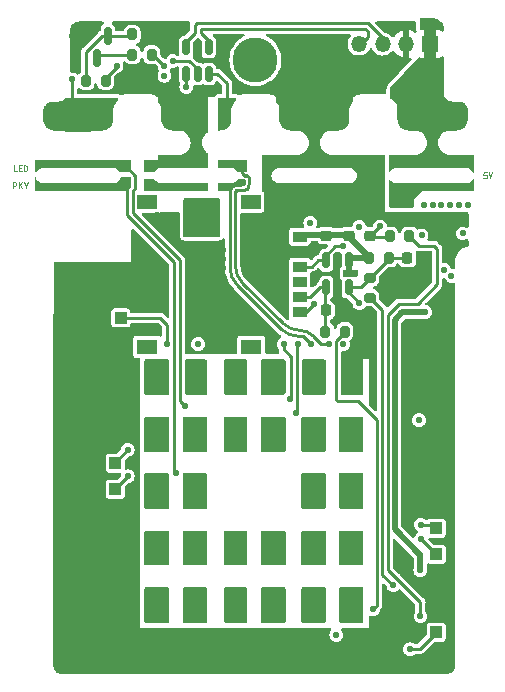
<source format=gbr>
%TF.GenerationSoftware,KiCad,Pcbnew,(6.0.2-0)*%
%TF.CreationDate,2022-10-29T16:02:37+01:00*%
%TF.ProjectId,p3-cellular-module,70332d63-656c-46c7-956c-61722d6d6f64,rev?*%
%TF.SameCoordinates,Original*%
%TF.FileFunction,Copper,L1,Top*%
%TF.FilePolarity,Positive*%
%FSLAX46Y46*%
G04 Gerber Fmt 4.6, Leading zero omitted, Abs format (unit mm)*
G04 Created by KiCad (PCBNEW (6.0.2-0)) date 2022-10-29 16:02:37*
%MOMM*%
%LPD*%
G01*
G04 APERTURE LIST*
G04 Aperture macros list*
%AMRoundRect*
0 Rectangle with rounded corners*
0 $1 Rounding radius*
0 $2 $3 $4 $5 $6 $7 $8 $9 X,Y pos of 4 corners*
0 Add a 4 corners polygon primitive as box body*
4,1,4,$2,$3,$4,$5,$6,$7,$8,$9,$2,$3,0*
0 Add four circle primitives for the rounded corners*
1,1,$1+$1,$2,$3*
1,1,$1+$1,$4,$5*
1,1,$1+$1,$6,$7*
1,1,$1+$1,$8,$9*
0 Add four rect primitives between the rounded corners*
20,1,$1+$1,$2,$3,$4,$5,0*
20,1,$1+$1,$4,$5,$6,$7,0*
20,1,$1+$1,$6,$7,$8,$9,0*
20,1,$1+$1,$8,$9,$2,$3,0*%
G04 Aperture macros list end*
%ADD10C,0.125000*%
%TA.AperFunction,NonConductor*%
%ADD11C,0.125000*%
%TD*%
%TA.AperFunction,SMDPad,CuDef*%
%ADD12RoundRect,0.200000X0.200000X0.275000X-0.200000X0.275000X-0.200000X-0.275000X0.200000X-0.275000X0*%
%TD*%
%TA.AperFunction,SMDPad,CuDef*%
%ADD13RoundRect,0.200000X-0.275000X0.200000X-0.275000X-0.200000X0.275000X-0.200000X0.275000X0.200000X0*%
%TD*%
%TA.AperFunction,SMDPad,CuDef*%
%ADD14R,1.200000X0.900000*%
%TD*%
%TA.AperFunction,SMDPad,CuDef*%
%ADD15R,1.800000X1.300000*%
%TD*%
%TA.AperFunction,ComponentPad*%
%ADD16C,3.800000*%
%TD*%
%TA.AperFunction,SMDPad,CuDef*%
%ADD17R,1.000000X1.000000*%
%TD*%
%TA.AperFunction,SMDPad,CuDef*%
%ADD18RoundRect,0.225000X0.250000X-0.225000X0.250000X0.225000X-0.250000X0.225000X-0.250000X-0.225000X0*%
%TD*%
%TA.AperFunction,SMDPad,CuDef*%
%ADD19RoundRect,0.225000X-0.225000X-0.250000X0.225000X-0.250000X0.225000X0.250000X-0.225000X0.250000X0*%
%TD*%
%TA.AperFunction,SMDPad,CuDef*%
%ADD20RoundRect,0.150000X-0.150000X0.512500X-0.150000X-0.512500X0.150000X-0.512500X0.150000X0.512500X0*%
%TD*%
%TA.AperFunction,SMDPad,CuDef*%
%ADD21RoundRect,0.200000X-0.200000X-0.275000X0.200000X-0.275000X0.200000X0.275000X-0.200000X0.275000X0*%
%TD*%
%TA.AperFunction,ComponentPad*%
%ADD22R,1.350000X1.350000*%
%TD*%
%TA.AperFunction,ComponentPad*%
%ADD23O,1.350000X1.350000*%
%TD*%
%TA.AperFunction,SMDPad,CuDef*%
%ADD24RoundRect,0.150000X-0.150000X0.587500X-0.150000X-0.587500X0.150000X-0.587500X0.150000X0.587500X0*%
%TD*%
%TA.AperFunction,ViaPad*%
%ADD25C,0.550000*%
%TD*%
%TA.AperFunction,ViaPad*%
%ADD26C,0.686000*%
%TD*%
%TA.AperFunction,Conductor*%
%ADD27C,0.254000*%
%TD*%
%TA.AperFunction,Conductor*%
%ADD28C,0.512000*%
%TD*%
%TA.AperFunction,Conductor*%
%ADD29C,0.250000*%
%TD*%
G04 APERTURE END LIST*
D10*
D11*
X164671130Y-102326190D02*
X164433035Y-102326190D01*
X164409226Y-102564285D01*
X164433035Y-102540476D01*
X164480654Y-102516666D01*
X164599702Y-102516666D01*
X164647321Y-102540476D01*
X164671130Y-102564285D01*
X164694940Y-102611904D01*
X164694940Y-102730952D01*
X164671130Y-102778571D01*
X164647321Y-102802380D01*
X164599702Y-102826190D01*
X164480654Y-102826190D01*
X164433035Y-102802380D01*
X164409226Y-102778571D01*
X164837797Y-102326190D02*
X165004464Y-102826190D01*
X165171130Y-102326190D01*
D10*
D11*
X124559226Y-103676190D02*
X124559226Y-103176190D01*
X124749702Y-103176190D01*
X124797321Y-103200000D01*
X124821130Y-103223809D01*
X124844940Y-103271428D01*
X124844940Y-103342857D01*
X124821130Y-103390476D01*
X124797321Y-103414285D01*
X124749702Y-103438095D01*
X124559226Y-103438095D01*
X125059226Y-103676190D02*
X125059226Y-103176190D01*
X125344940Y-103676190D02*
X125130654Y-103390476D01*
X125344940Y-103176190D02*
X125059226Y-103461904D01*
X125654464Y-103438095D02*
X125654464Y-103676190D01*
X125487797Y-103176190D02*
X125654464Y-103438095D01*
X125821130Y-103176190D01*
D10*
D11*
X124893750Y-102226190D02*
X124655654Y-102226190D01*
X124655654Y-101726190D01*
X125060416Y-101964285D02*
X125227083Y-101964285D01*
X125298511Y-102226190D02*
X125060416Y-102226190D01*
X125060416Y-101726190D01*
X125298511Y-101726190D01*
X125512797Y-102226190D02*
X125512797Y-101726190D01*
X125631845Y-101726190D01*
X125703273Y-101750000D01*
X125750892Y-101797619D01*
X125774702Y-101845238D01*
X125798511Y-101940476D01*
X125798511Y-102011904D01*
X125774702Y-102107142D01*
X125750892Y-102154761D01*
X125703273Y-102202380D01*
X125631845Y-102226190D01*
X125512797Y-102226190D01*
D12*
%TO.P,R7,1*%
%TO.N,Net-(D1-Pad1)*%
X136325000Y-92350000D03*
%TO.P,R7,2*%
%TO.N,Net-(Q1-Pad3)*%
X134675000Y-92350000D03*
%TD*%
D13*
%TO.P,R10,1*%
%TO.N,Net-(C18-Pad1)*%
X154800000Y-111275000D03*
%TO.P,R10,2*%
%TO.N,/Cellular Modem/USIM_DATA*%
X154800000Y-112925000D03*
%TD*%
D14*
%TO.P,J2,C1,VCC*%
%TO.N,/Cellular Modem/USIM_VDD*%
X148845000Y-107775000D03*
%TO.P,J2,C2,RST*%
%TO.N,Net-(C15-Pad1)*%
X148845000Y-110315000D03*
%TO.P,J2,C3,CLK*%
%TO.N,Net-(C16-Pad1)*%
X148845000Y-112855000D03*
%TO.P,J2,C5,GND*%
%TO.N,GND*%
X148845000Y-109045000D03*
%TO.P,J2,C6,VPP*%
%TO.N,unconnected-(J2-PadC6)*%
X148845000Y-111585000D03*
%TO.P,J2,C7,IO*%
%TO.N,Net-(C18-Pad1)*%
X148845000Y-114125000D03*
D15*
%TO.P,J2,S1*%
%TO.N,N/C*%
X144745000Y-104800000D03*
%TO.P,J2,S2*%
X144745000Y-117100000D03*
%TO.P,J2,S3*%
X135945000Y-117100000D03*
%TO.P,J2,SW,SW*%
%TO.N,unconnected-(J2-PadSW)*%
X135945000Y-104800000D03*
%TD*%
D16*
%TO.P,REF\u002A\u002A,1*%
%TO.N,N/C*%
X145100000Y-92800000D03*
%TD*%
D17*
%TO.P,TP8,1,1*%
%TO.N,Net-(TP8-Pad1)*%
X133225000Y-129150000D03*
%TD*%
D18*
%TO.P,C13,1*%
%TO.N,/Cellular Modem/USIM_VDD*%
X151100000Y-107675000D03*
%TO.P,C13,2*%
%TO.N,GND*%
X151100000Y-106125000D03*
%TD*%
D17*
%TO.P,TP10,1,1*%
%TO.N,Net-(TP10-Pad1)*%
X160400000Y-134650000D03*
%TD*%
%TO.P,TP9,1,1*%
%TO.N,Net-(TP9-Pad1)*%
X160400000Y-132450000D03*
%TD*%
D19*
%TO.P,C16,1*%
%TO.N,Net-(C16-Pad1)*%
X151075000Y-114000000D03*
%TO.P,C16,2*%
%TO.N,GND*%
X152625000Y-114000000D03*
%TD*%
D17*
%TO.P,TP2,1,1*%
%TO.N,+3V8*%
X133700000Y-114650000D03*
%TD*%
D19*
%TO.P,C18,1*%
%TO.N,Net-(C18-Pad1)*%
X157975000Y-109600000D03*
%TO.P,C18,2*%
%TO.N,GND*%
X159525000Y-109600000D03*
%TD*%
D17*
%TO.P,TP7,1,1*%
%TO.N,Net-(TP7-Pad1)*%
X133225000Y-126950000D03*
%TD*%
D20*
%TO.P,U3,1,I/O1*%
%TO.N,/USB Connector/USB_DP_RAW*%
X141150000Y-91712500D03*
%TO.P,U3,2,GND*%
%TO.N,GND*%
X140200000Y-91712500D03*
%TO.P,U3,3,I/O2*%
%TO.N,/USB Connector/USB_DN_RAW*%
X139250000Y-91712500D03*
%TO.P,U3,4,I/O2*%
%TO.N,/Cellular Modem/USB_DN*%
X139250000Y-93987500D03*
%TO.P,U3,5,VBUS*%
%TO.N,VBUS*%
X140200000Y-93987500D03*
%TO.P,U3,6,I/O1*%
%TO.N,/Cellular Modem/USB_DP*%
X141150000Y-93987500D03*
%TD*%
D21*
%TO.P,R9,1*%
%TO.N,Net-(C16-Pad1)*%
X151025000Y-115800000D03*
%TO.P,R9,2*%
%TO.N,/Cellular Modem/USIM_CLK*%
X152675000Y-115800000D03*
%TD*%
%TO.P,R8,1*%
%TO.N,Net-(C15-Pad1)*%
X156475000Y-107700000D03*
%TO.P,R8,2*%
%TO.N,/Cellular Modem/USIM_RST*%
X158125000Y-107700000D03*
%TD*%
%TO.P,R12,1*%
%TO.N,/Cellular Modem/USIM_VDD*%
X154725000Y-109600000D03*
%TO.P,R12,2*%
%TO.N,Net-(C18-Pad1)*%
X156375000Y-109600000D03*
%TD*%
D22*
%TO.P,J4,1,Pin_1*%
%TO.N,VBUS*%
X159882000Y-91450000D03*
D23*
%TO.P,J4,2,Pin_2*%
%TO.N,GND*%
X157882000Y-91450000D03*
%TO.P,J4,3,Pin_3*%
%TO.N,/USB Connector/USB_DN_RAW*%
X155882000Y-91450000D03*
%TO.P,J4,4,Pin_4*%
%TO.N,/USB Connector/USB_DP_RAW*%
X153882000Y-91450000D03*
%TD*%
D17*
%TO.P,TP1,1,1*%
%TO.N,Net-(TP1-Pad1)*%
X160400000Y-141250000D03*
%TD*%
D12*
%TO.P,R6,1*%
%TO.N,GND*%
X136325000Y-90650000D03*
%TO.P,R6,2*%
%TO.N,Net-(Q1-Pad1)*%
X134675000Y-90650000D03*
%TD*%
D21*
%TO.P,R5,1*%
%TO.N,Net-(Q1-Pad1)*%
X130775000Y-94550000D03*
%TO.P,R5,2*%
%TO.N,/Cellular Modem/NET_STAT_DRV*%
X132425000Y-94550000D03*
%TD*%
D18*
%TO.P,C15,1*%
%TO.N,Net-(C15-Pad1)*%
X154800000Y-107675000D03*
%TO.P,C15,2*%
%TO.N,GND*%
X154800000Y-106125000D03*
%TD*%
D24*
%TO.P,Q1,1,B*%
%TO.N,Net-(Q1-Pad1)*%
X132600000Y-90762500D03*
%TO.P,Q1,2,E*%
%TO.N,GND*%
X130700000Y-90762500D03*
%TO.P,Q1,3,C*%
%TO.N,Net-(Q1-Pad3)*%
X131650000Y-92637500D03*
%TD*%
D17*
%TO.P,TP3,1,1*%
%TO.N,GND*%
X131050000Y-111550000D03*
%TD*%
D18*
%TO.P,C4,1*%
%TO.N,/Cellular Modem/USIM_VDD*%
X153000000Y-107675000D03*
%TO.P,C4,2*%
%TO.N,GND*%
X153000000Y-106125000D03*
%TD*%
D20*
%TO.P,D4,1,TVS1*%
%TO.N,/Cellular Modem/USIM_VDD*%
X152995000Y-109762500D03*
%TO.P,D4,2,COM*%
%TO.N,GND*%
X152045000Y-109762500D03*
%TO.P,D4,3,TVS2*%
%TO.N,Net-(C15-Pad1)*%
X151095000Y-109762500D03*
%TO.P,D4,4,TVS3*%
%TO.N,Net-(C16-Pad1)*%
X151095000Y-112037500D03*
%TO.P,D4,5,COM*%
%TO.N,GND*%
X152045000Y-112037500D03*
%TO.P,D4,6,TVS4*%
%TO.N,Net-(C18-Pad1)*%
X152995000Y-112037500D03*
%TD*%
D25*
%TO.N,VBUS*%
X156800000Y-104100000D03*
X158400000Y-104100000D03*
X157200000Y-104700000D03*
X138100000Y-92900000D03*
X161101500Y-110600000D03*
X158000000Y-104700000D03*
X137400000Y-94150000D03*
X152525008Y-116875008D03*
X157600000Y-104100000D03*
%TO.N,GND*%
X152700000Y-104850000D03*
D26*
X149500000Y-120700000D03*
X147100000Y-118700000D03*
D25*
X131100000Y-124400000D03*
X131150000Y-121400000D03*
D26*
X137300000Y-128300000D03*
X152700000Y-128300000D03*
D25*
X142300000Y-91200000D03*
X147700000Y-104850000D03*
D26*
X147100000Y-120700000D03*
X150500000Y-124500000D03*
X153700000Y-138900000D03*
X142900000Y-123500000D03*
D25*
X133050000Y-110650000D03*
D26*
X147100000Y-125500000D03*
X147100000Y-138900000D03*
X153200000Y-133600000D03*
D25*
X143600000Y-141600000D03*
X158000000Y-116900000D03*
D26*
X136300000Y-118700000D03*
D25*
X159100000Y-129800000D03*
D26*
X150500000Y-137900000D03*
X153700000Y-120700000D03*
D25*
X133700000Y-141600000D03*
X142300000Y-92000000D03*
X161600000Y-105100000D03*
D26*
X150000000Y-133600000D03*
X152700000Y-134100000D03*
D25*
X158500000Y-112500000D03*
D26*
X150000000Y-120200000D03*
X142900000Y-125500000D03*
X152700000Y-120700000D03*
X149500000Y-119700000D03*
X149500000Y-135100000D03*
X146600000Y-133600000D03*
X150500000Y-138900000D03*
X147100000Y-139900000D03*
X150500000Y-118700000D03*
X153700000Y-125500000D03*
D25*
X134800000Y-121800000D03*
X150200000Y-104300000D03*
D26*
X152700000Y-139900000D03*
X146100000Y-135100000D03*
D25*
X131150000Y-120650000D03*
X136550000Y-95100000D03*
X157000000Y-111475000D03*
X128600000Y-115700000D03*
D26*
X140000000Y-125000000D03*
X139500000Y-120700000D03*
X150500000Y-128300000D03*
D25*
X149200000Y-104300000D03*
D26*
X149500000Y-139900000D03*
X136800000Y-124000000D03*
D25*
X132800000Y-141700000D03*
X142350000Y-111900000D03*
X159100000Y-129050000D03*
D26*
X140500000Y-118700000D03*
D25*
X136050000Y-103400000D03*
D26*
X140000000Y-120200000D03*
D25*
X133700000Y-123500000D03*
X156225000Y-112500000D03*
D26*
X153700000Y-129300000D03*
D25*
X141850000Y-110000000D03*
D26*
X150000000Y-119200000D03*
D25*
X131700000Y-141000000D03*
D26*
X146600000Y-124000000D03*
X143400000Y-139400000D03*
X143400000Y-134600000D03*
X143900000Y-125500000D03*
X149500000Y-137900000D03*
D25*
X130000000Y-144300000D03*
D26*
X146600000Y-120200000D03*
X153700000Y-137900000D03*
D25*
X149700000Y-104850000D03*
X131150000Y-122150000D03*
X148150000Y-141600000D03*
X157350000Y-111975000D03*
X129300000Y-144300000D03*
D26*
X152700000Y-135100000D03*
D25*
X153700000Y-104850000D03*
D26*
X150000000Y-125000000D03*
D25*
X136458814Y-106541186D03*
D26*
X143900000Y-138900000D03*
X150500000Y-123500000D03*
X152700000Y-119700000D03*
X147100000Y-124500000D03*
D25*
X154575000Y-116900000D03*
D26*
X140000000Y-139400000D03*
X150500000Y-133100000D03*
X150500000Y-129300000D03*
X153200000Y-128800000D03*
X137300000Y-120700000D03*
X136300000Y-137900000D03*
D25*
X159100000Y-128300000D03*
X131800000Y-124400000D03*
X154200000Y-104300000D03*
X134800000Y-121050000D03*
X131800000Y-130950000D03*
X162350000Y-105100000D03*
D26*
X137300000Y-137900000D03*
X142900000Y-138900000D03*
D25*
X131900000Y-119150000D03*
D26*
X150500000Y-135100000D03*
X137300000Y-134100000D03*
X142900000Y-135100000D03*
D25*
X154600000Y-117600000D03*
X131100000Y-132900000D03*
X150700000Y-104850000D03*
D26*
X153200000Y-119200000D03*
X136800000Y-134600000D03*
D25*
X134100000Y-110650000D03*
D26*
X136800000Y-119200000D03*
D25*
X134250000Y-122900000D03*
X141150000Y-113000000D03*
D26*
X136300000Y-135100000D03*
D25*
X131100000Y-125900000D03*
D26*
X139500000Y-119700000D03*
D25*
X150050000Y-110950000D03*
X128600000Y-115000000D03*
D26*
X146100000Y-123500000D03*
X136800000Y-133600000D03*
X139500000Y-135100000D03*
X142900000Y-119700000D03*
D25*
X131900000Y-119900000D03*
X151700000Y-104850000D03*
X137400000Y-95100000D03*
X153850000Y-141600000D03*
D26*
X146100000Y-139900000D03*
X136800000Y-129800000D03*
X153700000Y-134100000D03*
X147100000Y-135100000D03*
X143400000Y-138400000D03*
D25*
X142350000Y-111150000D03*
D26*
X142900000Y-124500000D03*
D25*
X134100000Y-121400000D03*
D26*
X150500000Y-130300000D03*
D25*
X145800000Y-141600000D03*
D26*
X140500000Y-130300000D03*
D25*
X139750000Y-141600000D03*
D26*
X140500000Y-120700000D03*
D25*
X147200000Y-105650000D03*
X131100000Y-135200000D03*
D26*
X142900000Y-118700000D03*
D25*
X133550000Y-110300000D03*
X133150000Y-124050000D03*
X147800000Y-106050000D03*
D26*
X136300000Y-138900000D03*
D25*
X149600000Y-141600000D03*
D26*
X153700000Y-119700000D03*
X136300000Y-123500000D03*
X152700000Y-138900000D03*
D25*
X131100000Y-131400000D03*
X157750000Y-111475000D03*
D26*
X146100000Y-133100000D03*
X150500000Y-134100000D03*
D25*
X131150000Y-117650000D03*
X128600000Y-144300000D03*
X147200000Y-107150000D03*
D26*
X152700000Y-123500000D03*
D25*
X146700000Y-104850000D03*
D26*
X143900000Y-119700000D03*
X150500000Y-119700000D03*
D25*
X159100000Y-131350000D03*
X153200000Y-104300000D03*
D26*
X149500000Y-130300000D03*
X152700000Y-118700000D03*
X150000000Y-124000000D03*
X139500000Y-125500000D03*
X149500000Y-128300000D03*
X142900000Y-137900000D03*
D25*
X131100000Y-136750000D03*
X157725000Y-112500000D03*
X131100000Y-137500000D03*
D26*
X142900000Y-133100000D03*
D25*
X134100000Y-118400000D03*
X131100000Y-129800000D03*
X153150000Y-141600000D03*
X156600000Y-111975000D03*
D26*
X153200000Y-138400000D03*
D25*
X129600000Y-90750000D03*
D26*
X137300000Y-118700000D03*
X153700000Y-128300000D03*
D25*
X134100000Y-112150000D03*
D26*
X147100000Y-134100000D03*
X137300000Y-135100000D03*
X143400000Y-119200000D03*
X140500000Y-139900000D03*
D25*
X131050000Y-114550000D03*
D26*
X153700000Y-118700000D03*
D25*
X132450000Y-123850000D03*
X131100000Y-130550000D03*
D26*
X153700000Y-135100000D03*
D25*
X148900000Y-141600000D03*
X159100000Y-130600000D03*
D26*
X153200000Y-125000000D03*
D25*
X131100000Y-139850000D03*
X133550000Y-117050000D03*
X134100000Y-119150000D03*
X130700000Y-144300000D03*
X138300000Y-141600000D03*
D26*
X146100000Y-137900000D03*
X140000000Y-133600000D03*
D25*
X138200000Y-95100000D03*
D26*
X142900000Y-120700000D03*
D25*
X159350000Y-144275000D03*
D26*
X136300000Y-119700000D03*
X149500000Y-118700000D03*
D25*
X131100000Y-128200000D03*
D26*
X146100000Y-119700000D03*
X150500000Y-125500000D03*
X140500000Y-138900000D03*
X147100000Y-133100000D03*
D25*
X135200000Y-141600000D03*
X141850000Y-112250000D03*
D26*
X140500000Y-125500000D03*
D25*
X133550000Y-112550000D03*
D26*
X137300000Y-133100000D03*
D25*
X147400000Y-113375000D03*
X133050000Y-112150000D03*
X134100000Y-119900000D03*
D26*
X139500000Y-138900000D03*
X143900000Y-137900000D03*
X137300000Y-125500000D03*
X146100000Y-138900000D03*
D25*
X147250000Y-110500000D03*
X154900000Y-104000000D03*
D26*
X150000000Y-129800000D03*
X140000000Y-129800000D03*
D25*
X146850000Y-111000000D03*
D26*
X140000000Y-128800000D03*
X150000000Y-139400000D03*
D25*
X154900000Y-103000000D03*
D26*
X136800000Y-120200000D03*
X146600000Y-139400000D03*
X140500000Y-123500000D03*
D25*
X131100000Y-139050000D03*
X131100000Y-140600000D03*
D26*
X147100000Y-137900000D03*
D25*
X134100000Y-122150000D03*
D26*
X143900000Y-120700000D03*
X143400000Y-125000000D03*
D25*
X133550000Y-111050000D03*
D26*
X137300000Y-130300000D03*
X139500000Y-128300000D03*
X137300000Y-139900000D03*
X136300000Y-133100000D03*
D25*
X131800000Y-125150000D03*
X145050000Y-141600000D03*
D26*
X149500000Y-129300000D03*
D25*
X147200000Y-104300000D03*
D26*
X136300000Y-139900000D03*
X143900000Y-135100000D03*
D25*
X133050000Y-111400000D03*
D26*
X153200000Y-120200000D03*
X136300000Y-124500000D03*
X153700000Y-124500000D03*
X139500000Y-124500000D03*
D25*
X134100000Y-120650000D03*
D26*
X137300000Y-124500000D03*
X142900000Y-139900000D03*
X143900000Y-139900000D03*
D25*
X158650000Y-144275000D03*
D26*
X146600000Y-119200000D03*
D25*
X156975000Y-112500000D03*
D26*
X152700000Y-133100000D03*
X136300000Y-125500000D03*
D25*
X159350000Y-105100000D03*
X131100000Y-138300000D03*
D26*
X136300000Y-128300000D03*
X149500000Y-123500000D03*
D25*
X161450000Y-144275000D03*
X128600000Y-143600000D03*
X132050000Y-141700000D03*
X131100000Y-133700000D03*
D26*
X136300000Y-130300000D03*
X149500000Y-134100000D03*
D25*
X154550000Y-141600000D03*
X147800000Y-106800000D03*
X133550000Y-111800000D03*
X134800000Y-119550000D03*
D26*
X150000000Y-138400000D03*
D25*
X133550000Y-122750000D03*
D26*
X139500000Y-139900000D03*
D25*
X131400000Y-144300000D03*
D26*
X150500000Y-120700000D03*
D25*
X160850000Y-105100000D03*
D26*
X142900000Y-134100000D03*
D25*
X136750000Y-141600000D03*
D26*
X152700000Y-129300000D03*
X153200000Y-129800000D03*
D25*
X134450000Y-141600000D03*
D26*
X153700000Y-123500000D03*
D25*
X132450000Y-141000000D03*
D26*
X146100000Y-118700000D03*
D25*
X141300000Y-141600000D03*
D26*
X139500000Y-133100000D03*
D25*
X154000000Y-117250000D03*
X160050000Y-144275000D03*
D26*
X150500000Y-139900000D03*
X137300000Y-129300000D03*
X140000000Y-138400000D03*
X146600000Y-138400000D03*
D25*
X146600000Y-141600000D03*
X160100000Y-105100000D03*
X139000000Y-141600000D03*
D26*
X149500000Y-133100000D03*
D25*
X129300000Y-115700000D03*
D26*
X137300000Y-123500000D03*
D25*
X147350000Y-141600000D03*
D26*
X143900000Y-124500000D03*
D25*
X136000000Y-141600000D03*
X131150000Y-113500000D03*
X161450000Y-142875000D03*
D26*
X146100000Y-134100000D03*
X153200000Y-124000000D03*
D25*
X131100000Y-126700000D03*
X131900000Y-121400000D03*
X144300000Y-141600000D03*
X137150000Y-106550000D03*
X137400000Y-92400000D03*
X131100000Y-125150000D03*
D26*
X140000000Y-124000000D03*
D25*
X128600000Y-142900000D03*
D26*
X143400000Y-133600000D03*
D25*
X132600000Y-124600000D03*
D26*
X143400000Y-120200000D03*
D25*
X154350000Y-102500000D03*
X141800000Y-113000000D03*
X131100000Y-129000000D03*
D26*
X152700000Y-124500000D03*
D25*
X142850000Y-141600000D03*
D26*
X146600000Y-134600000D03*
D25*
X147650000Y-111000000D03*
D26*
X136800000Y-125000000D03*
X146100000Y-120700000D03*
D25*
X131100000Y-132150000D03*
X148200000Y-104300000D03*
D26*
X140500000Y-124500000D03*
X140500000Y-129300000D03*
X149500000Y-124500000D03*
X139500000Y-130300000D03*
X146100000Y-125500000D03*
D25*
X133000000Y-123300000D03*
X136800000Y-105950000D03*
X140500000Y-141600000D03*
X146350000Y-111950000D03*
X151200000Y-104300000D03*
D26*
X147100000Y-119700000D03*
D25*
X130000000Y-113550000D03*
D26*
X140000000Y-119200000D03*
X143900000Y-123500000D03*
D25*
X131150000Y-118400000D03*
D26*
X140500000Y-135100000D03*
D25*
X161450000Y-143575000D03*
D26*
X153700000Y-139900000D03*
X140500000Y-134100000D03*
X140000000Y-134600000D03*
X153200000Y-139400000D03*
D25*
X142350000Y-109650000D03*
X134100000Y-117650000D03*
D26*
X149500000Y-138900000D03*
X136800000Y-138400000D03*
D25*
X131100000Y-136000000D03*
D26*
X136800000Y-128800000D03*
D25*
X131100000Y-134450000D03*
X142350000Y-112650000D03*
D26*
X139500000Y-123500000D03*
D25*
X141850000Y-109250000D03*
X142300000Y-92800000D03*
D26*
X143900000Y-133100000D03*
X139500000Y-137900000D03*
D25*
X155250000Y-141600000D03*
X163100000Y-105100000D03*
D26*
X140500000Y-128300000D03*
D25*
X131100000Y-127450000D03*
D26*
X152700000Y-137900000D03*
D25*
X146200000Y-104300000D03*
D26*
X136300000Y-134100000D03*
D25*
X142350000Y-108900000D03*
D26*
X136800000Y-139400000D03*
D25*
X134800000Y-118800000D03*
D26*
X139500000Y-118700000D03*
D25*
X158700000Y-116875000D03*
D26*
X143400000Y-124000000D03*
D25*
X131900000Y-120650000D03*
D26*
X153700000Y-133100000D03*
D25*
X134100000Y-111400000D03*
D26*
X140500000Y-133100000D03*
X152700000Y-130300000D03*
X147100000Y-123500000D03*
X137300000Y-138900000D03*
X146100000Y-124500000D03*
D25*
X137550000Y-141600000D03*
X154900000Y-102000000D03*
X130550000Y-114050000D03*
D26*
X152700000Y-125500000D03*
D25*
X134800000Y-120300000D03*
D26*
X139500000Y-134100000D03*
X137300000Y-119700000D03*
D25*
X131800000Y-129450000D03*
X142350000Y-110400000D03*
X136050000Y-101850000D03*
X131150000Y-119900000D03*
X158100000Y-111975000D03*
D26*
X153200000Y-134600000D03*
D25*
X160750000Y-144275000D03*
D26*
X149500000Y-125500000D03*
X150000000Y-134600000D03*
X136300000Y-120700000D03*
X146600000Y-125000000D03*
D25*
X150050000Y-111675000D03*
X131900000Y-118400000D03*
X147200000Y-106400000D03*
D26*
X136300000Y-129300000D03*
X139500000Y-129300000D03*
X140500000Y-119700000D03*
X153700000Y-130300000D03*
D25*
X141850000Y-111500000D03*
X158350000Y-116300000D03*
X131150000Y-119150000D03*
X142050000Y-141600000D03*
X133200000Y-141000000D03*
X141850000Y-110750000D03*
X150350000Y-141600000D03*
D26*
X150000000Y-128800000D03*
D25*
X154350000Y-103500000D03*
D26*
X143900000Y-134100000D03*
D25*
X152200000Y-104300000D03*
X131800000Y-130200000D03*
D26*
X140500000Y-137900000D03*
X143900000Y-118700000D03*
D25*
%TO.N,+3V8*%
X140200000Y-106150000D03*
X139650000Y-105650000D03*
X139650000Y-106650000D03*
X140850000Y-106650000D03*
X140200000Y-107150000D03*
X140850000Y-105650000D03*
X141400000Y-106150000D03*
X140200000Y-105150000D03*
X137644980Y-116850000D03*
X141400000Y-105150000D03*
X149750000Y-106600000D03*
X141400000Y-107150000D03*
X162650000Y-107500000D03*
%TO.N,Net-(R2-Pad2)*%
X159175000Y-107650000D03*
X153900000Y-106950000D03*
%TO.N,/Cellular Modem/USIM_VDD*%
X159500000Y-114150000D03*
X159050000Y-134700000D03*
X153430498Y-110850000D03*
X158200000Y-114150000D03*
X158850000Y-114150000D03*
X152775500Y-110850000D03*
X159050000Y-136000000D03*
%TO.N,Net-(C15-Pad1)*%
X155650000Y-106901500D03*
X152500000Y-108600000D03*
%TO.N,Net-(C18-Pad1)*%
X153900000Y-113400000D03*
X150100000Y-113450000D03*
%TO.N,/Cellular Modem/STAT_OD*%
X161703000Y-111100000D03*
X140250000Y-116850000D03*
%TO.N,/Cellular Modem/NET_STAT_DRV*%
X133350000Y-93300000D03*
X139100000Y-122100000D03*
X134200000Y-101900000D03*
X158950000Y-123300000D03*
%TO.N,Net-(D1-Pad1)*%
X137400000Y-93300000D03*
%TO.N,/Cellular Modem/USIM_RST*%
X159075000Y-139925000D03*
%TO.N,/Cellular Modem/USIM_CLK*%
X155075000Y-139325000D03*
%TO.N,/Cellular Modem/USIM_DATA*%
X156775000Y-137275000D03*
%TO.N,/Cellular Modem/USB_DP*%
X149799675Y-116850325D03*
X143998500Y-103200000D03*
%TO.N,/Cellular Modem/USB_DN*%
X139250000Y-95100000D03*
X151298500Y-116850000D03*
X144000000Y-102000000D03*
%TO.N,Net-(TP9-Pad1)*%
X159100000Y-132150000D03*
%TO.N,Net-(TP10-Pad1)*%
X159100000Y-133400000D03*
%TO.N,/Cellular Modem/PWRKEY*%
X151950000Y-141500000D03*
X134175000Y-103375000D03*
X129600000Y-94450000D03*
X138400000Y-127750000D03*
%TO.N,Net-(TP7-Pad1)*%
X147500000Y-116850000D03*
X134300000Y-125800000D03*
X148000000Y-121475000D03*
%TO.N,Net-(TP8-Pad1)*%
X148700000Y-116850000D03*
X134300000Y-128050000D03*
X148525000Y-122725000D03*
%TO.N,Net-(TP1-Pad1)*%
X158200000Y-142700000D03*
%TD*%
D27*
%TO.N,/Cellular Modem/USB_DP*%
X149799675Y-116850325D02*
X149139943Y-116190593D01*
%TO.N,VBUS*%
X140200000Y-93987500D02*
X140200000Y-93601099D01*
X140200000Y-93601099D02*
X139498901Y-92900000D01*
X139498901Y-92900000D02*
X138100000Y-92900000D01*
D28*
%TO.N,GND*%
X152045000Y-109762500D02*
X152045000Y-112037500D01*
X152045000Y-113420000D02*
X152625000Y-114000000D01*
X152045000Y-112037500D02*
X152045000Y-113420000D01*
D27*
%TO.N,+3V8*%
X137644980Y-115244980D02*
X137050000Y-114650000D01*
X137644980Y-116850000D02*
X137644980Y-115244980D01*
X137050000Y-114650000D02*
X133700000Y-114650000D01*
D28*
%TO.N,/Cellular Modem/USIM_VDD*%
X151045000Y-107600000D02*
X152745000Y-107600000D01*
X157550000Y-114150000D02*
X159500000Y-114150000D01*
X154725000Y-109525000D02*
X154725000Y-109600000D01*
X153000013Y-107625013D02*
X153000013Y-107800013D01*
X159050000Y-136000000D02*
X159050000Y-134700000D01*
X152995000Y-109762500D02*
X152995000Y-110630500D01*
X154725000Y-109600000D02*
X153157500Y-109600000D01*
X153000013Y-107800013D02*
X154725000Y-109525000D01*
X156900000Y-114800000D02*
X157550000Y-114150000D01*
X153157500Y-109600000D02*
X152995000Y-109762500D01*
X151045000Y-107600000D02*
X148845000Y-107600000D01*
X159050000Y-134700000D02*
X156900000Y-132550000D01*
X156900000Y-132550000D02*
X156900000Y-114800000D01*
D27*
%TO.N,Net-(C15-Pad1)*%
X155650000Y-106901500D02*
X154926500Y-107625000D01*
X148845000Y-110315000D02*
X149885000Y-110315000D01*
X149885000Y-110315000D02*
X150437500Y-109762500D01*
X151095000Y-109376099D02*
X151095000Y-109762500D01*
X152500000Y-108600000D02*
X151871099Y-108600000D01*
X150437500Y-109762500D02*
X151095000Y-109762500D01*
X151871099Y-108600000D02*
X151095000Y-109376099D01*
X154800000Y-107775000D02*
X156450000Y-107775000D01*
%TO.N,Net-(C16-Pad1)*%
X148845000Y-112855000D02*
X149745000Y-112855000D01*
X151025000Y-114000000D02*
X151025000Y-112107500D01*
X151025000Y-114000000D02*
X151025000Y-115750000D01*
X150562500Y-112037500D02*
X151095000Y-112037500D01*
X149745000Y-112855000D02*
X150562500Y-112037500D01*
%TO.N,Net-(C18-Pad1)*%
X157975000Y-109600000D02*
X156375000Y-109600000D01*
X149425000Y-114125000D02*
X150100000Y-113450000D01*
X154025000Y-112050000D02*
X153007500Y-112050000D01*
X152995000Y-112495000D02*
X152995000Y-112037500D01*
X156375000Y-109700000D02*
X154800000Y-111275000D01*
X154800000Y-111275000D02*
X154025000Y-112050000D01*
X153900000Y-113400000D02*
X152995000Y-112495000D01*
X148845000Y-114125000D02*
X149425000Y-114125000D01*
%TO.N,Net-(Q1-Pad1)*%
X130775000Y-92101099D02*
X132113599Y-90762500D01*
X132600000Y-90762500D02*
X134562500Y-90762500D01*
X132113599Y-90762500D02*
X132600000Y-90762500D01*
X134562500Y-90762500D02*
X134675000Y-90650000D01*
X130775000Y-94550000D02*
X130775000Y-92101099D01*
%TO.N,Net-(Q1-Pad3)*%
X134675000Y-92350000D02*
X131937500Y-92350000D01*
X131937500Y-92350000D02*
X131650000Y-92637500D01*
%TO.N,/Cellular Modem/NET_STAT_DRV*%
X134900000Y-102600000D02*
X134900000Y-103675333D01*
X134700000Y-103875333D02*
X134700000Y-105758022D01*
X134700000Y-105758022D02*
X138700000Y-109758022D01*
X134900000Y-103675333D02*
X134700000Y-103875333D01*
X132425000Y-94325000D02*
X132425000Y-94550000D01*
X138700000Y-109758022D02*
X138700000Y-121700000D01*
X133350000Y-93400000D02*
X132425000Y-94325000D01*
X138700000Y-121700000D02*
X139100000Y-122100000D01*
X133350000Y-93300000D02*
X133350000Y-93400000D01*
X134200000Y-101900000D02*
X134900000Y-102600000D01*
%TO.N,Net-(D1-Pad1)*%
X136450000Y-92350000D02*
X136325000Y-92350000D01*
X136450000Y-92350000D02*
X137400000Y-93300000D01*
%TO.N,/Cellular Modem/USIM_RST*%
X156303520Y-114372146D02*
X157225666Y-113450000D01*
X157225666Y-113450000D02*
X158849334Y-113450000D01*
X160250000Y-108550000D02*
X158925000Y-108550000D01*
X157023489Y-136673489D02*
X156303520Y-135953520D01*
X160500000Y-111799334D02*
X160500000Y-108800000D01*
X158925000Y-108550000D02*
X158125000Y-107750000D01*
X159075000Y-139925000D02*
X159075000Y-138724334D01*
X160500000Y-108800000D02*
X160250000Y-108550000D01*
X159075000Y-138724334D02*
X157024155Y-136673489D01*
X156303520Y-135953520D02*
X156303520Y-114372146D01*
X158849334Y-113450000D02*
X160500000Y-111799334D01*
X157024155Y-136673489D02*
X157023489Y-136673489D01*
%TO.N,/Cellular Modem/USIM_CLK*%
X155400000Y-136291374D02*
X155396480Y-136287854D01*
X155075000Y-139325000D02*
X155400000Y-139000000D01*
X155396480Y-136287854D02*
X155396480Y-123296480D01*
X155400000Y-139000000D02*
X155400000Y-136291374D01*
X152000000Y-121650000D02*
X151900000Y-121550000D01*
X151900000Y-121550000D02*
X151900000Y-116575000D01*
X151900000Y-116575000D02*
X152675000Y-115800000D01*
X153750000Y-121650000D02*
X152000000Y-121650000D01*
X155396480Y-123296480D02*
X153750000Y-121650000D01*
%TO.N,/Cellular Modem/USIM_DATA*%
X155850000Y-136100000D02*
X155850000Y-113975000D01*
X155853520Y-136103520D02*
X155850000Y-136100000D01*
X156750000Y-137275000D02*
X155853520Y-136378520D01*
X155853520Y-136378520D02*
X155853520Y-136103520D01*
X156775000Y-137275000D02*
X156750000Y-137275000D01*
X155850000Y-113975000D02*
X154800000Y-112925000D01*
%TO.N,/USB Connector/USB_DP_RAW*%
X154596480Y-90346480D02*
X154403520Y-90153520D01*
X140475000Y-90175000D02*
X140475000Y-90500000D01*
X154403520Y-90153520D02*
X140496480Y-90153520D01*
X154596480Y-90903520D02*
X154596480Y-90346480D01*
X141150000Y-91175000D02*
X141150000Y-91712500D01*
X153882000Y-91450000D02*
X154050000Y-91450000D01*
X140496480Y-90153520D02*
X140475000Y-90175000D01*
X154050000Y-91450000D02*
X154596480Y-90903520D01*
X140475000Y-90500000D02*
X141150000Y-91175000D01*
%TO.N,/Cellular Modem/USB_DP*%
X143537298Y-111837298D02*
X147304807Y-115604807D01*
X142700000Y-94800000D02*
X142700000Y-96200000D01*
X143998500Y-103200000D02*
X143828531Y-103369969D01*
X141150000Y-93987500D02*
X141887500Y-93987500D01*
X148719020Y-116190593D02*
X149139943Y-116190593D01*
X143828531Y-103369969D02*
X143330635Y-103369969D01*
X142951511Y-104163307D02*
X142951511Y-110423084D01*
X143330635Y-103369969D02*
X143244404Y-103456200D01*
X141887500Y-93987500D02*
X142700000Y-94800000D01*
X142951512Y-104163307D02*
G75*
G02*
X143244405Y-103456201I999993J3D01*
G01*
X147304807Y-115604807D02*
G75*
G03*
X148719020Y-116190593I1414213J1414214D01*
G01*
X143537298Y-111837298D02*
G75*
G02*
X142951511Y-110423084I1414213J1414214D01*
G01*
%TO.N,/USB Connector/USB_DN_RAW*%
X140175000Y-89700000D02*
X140000000Y-89875000D01*
X154625000Y-89700000D02*
X140175000Y-89700000D01*
X155882000Y-90957000D02*
X154625000Y-89700000D01*
X155882000Y-91450000D02*
X155882000Y-90957000D01*
X140000000Y-89875000D02*
X140000000Y-90500000D01*
X139250000Y-91250000D02*
X139250000Y-91712500D01*
X140000000Y-90500000D02*
X139250000Y-91250000D01*
%TO.N,/Cellular Modem/USB_DN*%
X143405031Y-104019790D02*
X143405031Y-110235230D01*
X143990818Y-111649444D02*
X147452068Y-115110694D01*
X150650000Y-116849984D02*
X150650000Y-116850000D01*
X149942099Y-116142083D02*
X150650000Y-116849984D01*
X144000000Y-102400000D02*
X144200000Y-102600000D01*
X149942083Y-116142083D02*
X149942099Y-116142083D01*
X139250000Y-95100000D02*
X139300000Y-95150000D01*
X144453553Y-103678554D02*
X144385089Y-103747018D01*
X144000000Y-102000000D02*
X144000000Y-102400000D01*
X144600000Y-102799999D02*
X144600000Y-103325000D01*
X144400000Y-102600000D02*
X144200000Y-102600000D01*
X150650000Y-116850000D02*
X151298500Y-116850000D01*
X139250000Y-93987500D02*
X139250000Y-95100000D01*
X143518489Y-103823489D02*
X143463609Y-103878369D01*
X143518489Y-103823489D02*
X144225677Y-103823489D01*
X143463609Y-103878369D02*
G75*
G03*
X143405031Y-104019790I141425J-141422D01*
G01*
X143990818Y-111649444D02*
G75*
G02*
X143405031Y-110235230I1414213J1414214D01*
G01*
X144400000Y-102600000D02*
G75*
G02*
X144600000Y-102799999I0J-200000D01*
G01*
X147452068Y-115110694D02*
G75*
G03*
X148866281Y-115696480I1414213J1414214D01*
G01*
X149942083Y-116142083D02*
G75*
G03*
X148866281Y-115696480I-1075778J-1075774D01*
G01*
X144453553Y-103678554D02*
G75*
G03*
X144600000Y-103325000I-353550J353553D01*
G01*
X144243668Y-103805596D02*
G75*
G03*
X144385089Y-103747018I-1J200003D01*
G01*
%TO.N,Net-(TP9-Pad1)*%
X159100000Y-132150000D02*
X160100000Y-132150000D01*
%TO.N,Net-(TP10-Pad1)*%
X159100000Y-133400000D02*
X160350000Y-134650000D01*
%TO.N,/Cellular Modem/PWRKEY*%
X138246480Y-127596480D02*
X138246480Y-109945876D01*
X138246480Y-109945876D02*
X134246480Y-105945876D01*
X138400000Y-127750000D02*
X138246480Y-127596480D01*
X129600000Y-96375000D02*
X129600000Y-94450000D01*
X134246480Y-105945876D02*
X134246480Y-103446480D01*
X134246480Y-103446480D02*
X134175000Y-103375000D01*
%TO.N,Net-(TP7-Pad1)*%
X147500000Y-116850000D02*
X147500000Y-117300000D01*
X147500000Y-117300000D02*
X148125000Y-117925000D01*
X148125000Y-117925000D02*
X148125000Y-121350000D01*
X133225000Y-126875000D02*
X134300000Y-125800000D01*
%TO.N,Net-(TP8-Pad1)*%
X133225000Y-129125000D02*
X134300000Y-128050000D01*
X148625000Y-122750000D02*
X148525000Y-122725000D01*
X148625000Y-116925000D02*
X148625000Y-122750000D01*
X148525000Y-122725000D02*
X148500000Y-122800000D01*
X148700000Y-116850000D02*
X148625000Y-116925000D01*
X148500000Y-122800000D02*
X148575000Y-122800000D01*
D29*
%TO.N,Net-(TP1-Pad1)*%
X160400000Y-141300000D02*
X160400000Y-141250000D01*
X158200000Y-142700000D02*
X159000000Y-142700000D01*
X159000000Y-142700000D02*
X160400000Y-141300000D01*
%TD*%
%TA.AperFunction,Conductor*%
%TO.N,GND*%
G36*
X134808512Y-107112939D02*
G01*
X134815095Y-107119068D01*
X137782075Y-110086047D01*
X137816101Y-110148359D01*
X137818980Y-110175142D01*
X137818980Y-114510214D01*
X137798978Y-114578335D01*
X137745322Y-114624828D01*
X137675048Y-114634932D01*
X137610468Y-114605438D01*
X137603885Y-114599309D01*
X137375523Y-114370947D01*
X137365668Y-114359858D01*
X137351781Y-114342243D01*
X137345950Y-114334846D01*
X137338203Y-114329491D01*
X137338201Y-114329490D01*
X137300222Y-114303242D01*
X137297043Y-114300971D01*
X137252300Y-114267923D01*
X137245834Y-114265652D01*
X137240198Y-114261757D01*
X137222012Y-114256005D01*
X137187209Y-114244998D01*
X137183457Y-114243746D01*
X137139898Y-114228450D01*
X137139897Y-114228450D01*
X137131010Y-114225329D01*
X137124163Y-114225060D01*
X137117631Y-114222994D01*
X137111355Y-114222500D01*
X137061503Y-114222500D01*
X137056555Y-114222403D01*
X137054538Y-114222324D01*
X137002559Y-114220281D01*
X136995737Y-114222090D01*
X136988285Y-114222500D01*
X134625975Y-114222500D01*
X134557854Y-114202498D01*
X134511361Y-114148842D01*
X134500542Y-114105349D01*
X134500500Y-114105354D01*
X134500461Y-114105024D01*
X134500460Y-114105022D01*
X134497382Y-114079154D01*
X134451939Y-113976847D01*
X134432586Y-113957527D01*
X134380945Y-113905977D01*
X134372713Y-113897759D01*
X134362076Y-113893056D01*
X134362074Y-113893055D01*
X134286778Y-113859767D01*
X134270327Y-113852494D01*
X134244646Y-113849500D01*
X133155354Y-113849500D01*
X133151650Y-113849941D01*
X133151647Y-113849941D01*
X133144254Y-113850821D01*
X133129154Y-113852618D01*
X133120514Y-113856456D01*
X133120513Y-113856456D01*
X133038117Y-113893055D01*
X133026847Y-113898061D01*
X132947759Y-113977287D01*
X132943056Y-113987924D01*
X132943055Y-113987926D01*
X132916735Y-114047462D01*
X132902494Y-114079673D01*
X132899500Y-114105354D01*
X132899500Y-115194646D01*
X132902618Y-115220846D01*
X132906456Y-115229486D01*
X132906456Y-115229487D01*
X132929441Y-115281233D01*
X132948061Y-115323153D01*
X132956294Y-115331372D01*
X132956295Y-115331373D01*
X132987835Y-115362858D01*
X133027287Y-115402241D01*
X133037924Y-115406944D01*
X133037926Y-115406945D01*
X133072109Y-115422057D01*
X133129673Y-115447506D01*
X133155354Y-115450500D01*
X134244646Y-115450500D01*
X134248350Y-115450059D01*
X134248353Y-115450059D01*
X134255746Y-115449179D01*
X134270846Y-115447382D01*
X134322859Y-115424279D01*
X134362518Y-115406663D01*
X134373153Y-115401939D01*
X134452241Y-115322713D01*
X134470163Y-115282176D01*
X134493675Y-115228992D01*
X134497506Y-115220327D01*
X134500500Y-115194646D01*
X134500742Y-115194674D01*
X134524113Y-115129351D01*
X134580372Y-115086046D01*
X134625985Y-115077500D01*
X136820733Y-115077500D01*
X136888854Y-115097502D01*
X136909828Y-115114405D01*
X137180575Y-115385152D01*
X137214601Y-115447464D01*
X137217480Y-115474247D01*
X137217480Y-116098143D01*
X137197478Y-116166264D01*
X137143822Y-116212757D01*
X137073548Y-116222861D01*
X137023205Y-116203242D01*
X137017713Y-116197759D01*
X137007078Y-116193057D01*
X137007076Y-116193056D01*
X136946474Y-116166264D01*
X136915327Y-116152494D01*
X136889646Y-116149500D01*
X135000354Y-116149500D01*
X134996650Y-116149941D01*
X134996647Y-116149941D01*
X134989254Y-116150821D01*
X134974154Y-116152618D01*
X134965514Y-116156456D01*
X134965513Y-116156456D01*
X134915768Y-116178552D01*
X134871847Y-116198061D01*
X134863628Y-116206294D01*
X134863627Y-116206295D01*
X134847090Y-116222861D01*
X134792759Y-116277287D01*
X134788056Y-116287924D01*
X134788055Y-116287926D01*
X134771662Y-116325006D01*
X134747494Y-116379673D01*
X134744500Y-116405354D01*
X134744500Y-117794646D01*
X134747618Y-117820846D01*
X134793061Y-117923153D01*
X134872287Y-118002241D01*
X134882924Y-118006944D01*
X134882926Y-118006945D01*
X134942462Y-118033265D01*
X134974673Y-118047506D01*
X135000354Y-118050500D01*
X135224000Y-118050500D01*
X135292121Y-118070502D01*
X135338614Y-118124158D01*
X135350000Y-118176500D01*
X135350000Y-140900000D01*
X151429493Y-140900000D01*
X151497614Y-140920002D01*
X151544107Y-140973658D01*
X151554211Y-141043932D01*
X151529455Y-141102703D01*
X151447302Y-141209767D01*
X151389313Y-141349764D01*
X151369534Y-141500000D01*
X151389313Y-141650236D01*
X151447302Y-141790233D01*
X151539549Y-141910451D01*
X151659767Y-142002698D01*
X151799764Y-142060687D01*
X151950000Y-142080466D01*
X151958188Y-142079388D01*
X152092048Y-142061765D01*
X152100236Y-142060687D01*
X152240233Y-142002698D01*
X152360451Y-141910451D01*
X152452698Y-141790233D01*
X152510687Y-141650236D01*
X152530466Y-141500000D01*
X152510687Y-141349764D01*
X152452698Y-141209767D01*
X152370545Y-141102703D01*
X152344944Y-141036484D01*
X152359208Y-140966935D01*
X152408810Y-140916139D01*
X152470507Y-140900000D01*
X154700000Y-140900000D01*
X154700000Y-139981159D01*
X154720002Y-139913038D01*
X154773658Y-139866545D01*
X154843932Y-139856441D01*
X154874218Y-139864750D01*
X154924764Y-139885687D01*
X155075000Y-139905466D01*
X155083188Y-139904388D01*
X155217048Y-139886765D01*
X155225236Y-139885687D01*
X155365233Y-139827698D01*
X155485451Y-139735451D01*
X155577698Y-139615233D01*
X155635687Y-139475236D01*
X155646135Y-139395877D01*
X155674858Y-139330950D01*
X155693053Y-139313373D01*
X155707756Y-139301783D01*
X155707759Y-139301780D01*
X155715154Y-139295950D01*
X155746767Y-139250210D01*
X155749029Y-139247043D01*
X155782077Y-139202300D01*
X155784348Y-139195834D01*
X155788243Y-139190198D01*
X155805002Y-139137207D01*
X155806255Y-139133451D01*
X155821549Y-139089900D01*
X155824671Y-139081011D01*
X155824940Y-139074163D01*
X155827006Y-139067631D01*
X155827500Y-139061355D01*
X155827500Y-139011488D01*
X155827597Y-139006541D01*
X155829348Y-138961971D01*
X155829718Y-138952559D01*
X155827910Y-138945739D01*
X155827500Y-138938297D01*
X155827500Y-137261267D01*
X155847502Y-137193146D01*
X155901158Y-137146653D01*
X155971432Y-137136549D01*
X156036012Y-137166043D01*
X156042595Y-137172172D01*
X156171736Y-137301313D01*
X156205762Y-137363625D01*
X156207563Y-137373961D01*
X156214313Y-137425236D01*
X156272302Y-137565233D01*
X156364549Y-137685451D01*
X156484767Y-137777698D01*
X156624764Y-137835687D01*
X156775000Y-137855466D01*
X156783188Y-137854388D01*
X156917048Y-137836765D01*
X156925236Y-137835687D01*
X157065233Y-137777698D01*
X157185451Y-137685451D01*
X157204833Y-137660192D01*
X157262171Y-137618325D01*
X157333042Y-137614103D01*
X157393890Y-137647801D01*
X158610595Y-138864506D01*
X158644621Y-138926818D01*
X158647500Y-138953601D01*
X158647500Y-139493997D01*
X158627498Y-139562118D01*
X158621462Y-139570701D01*
X158582263Y-139621786D01*
X158572302Y-139634767D01*
X158514313Y-139774764D01*
X158494534Y-139925000D01*
X158514313Y-140075236D01*
X158572302Y-140215233D01*
X158664549Y-140335451D01*
X158784767Y-140427698D01*
X158924764Y-140485687D01*
X159075000Y-140505466D01*
X159083188Y-140504388D01*
X159217048Y-140486765D01*
X159225236Y-140485687D01*
X159365233Y-140427698D01*
X159485451Y-140335451D01*
X159577698Y-140215233D01*
X159635687Y-140075236D01*
X159655466Y-139925000D01*
X159635687Y-139774764D01*
X159577698Y-139634767D01*
X159567738Y-139621786D01*
X159528538Y-139570701D01*
X159502937Y-139504481D01*
X159502500Y-139493997D01*
X159502500Y-138757188D01*
X159503373Y-138742378D01*
X159506009Y-138720107D01*
X159507116Y-138710755D01*
X159497129Y-138656073D01*
X159496479Y-138652167D01*
X159489617Y-138606526D01*
X159488217Y-138597212D01*
X159485251Y-138591035D01*
X159484020Y-138584295D01*
X159458399Y-138534974D01*
X159456631Y-138531434D01*
X159436648Y-138489819D01*
X159436647Y-138489818D01*
X159432571Y-138481329D01*
X159427918Y-138476295D01*
X159424761Y-138470218D01*
X159420673Y-138465431D01*
X159385439Y-138430197D01*
X159382009Y-138426631D01*
X159351703Y-138393846D01*
X159345311Y-138386931D01*
X159339209Y-138383387D01*
X159333647Y-138378405D01*
X157349678Y-136394436D01*
X157339823Y-136383347D01*
X157339224Y-136382587D01*
X157320105Y-136358335D01*
X157306202Y-136348726D01*
X157288746Y-136334169D01*
X156767925Y-135813349D01*
X156733900Y-135751036D01*
X156731020Y-135724253D01*
X156731020Y-133472220D01*
X156751022Y-133404099D01*
X156804678Y-133357606D01*
X156874952Y-133347502D01*
X156939532Y-133376996D01*
X156946115Y-133383125D01*
X158456595Y-134893605D01*
X158490621Y-134955917D01*
X158493500Y-134982700D01*
X158493500Y-135821716D01*
X158490037Y-135848015D01*
X158489313Y-135849764D01*
X158469534Y-136000000D01*
X158489313Y-136150236D01*
X158547302Y-136290233D01*
X158639549Y-136410451D01*
X158759767Y-136502698D01*
X158899764Y-136560687D01*
X159050000Y-136580466D01*
X159058188Y-136579388D01*
X159192048Y-136561765D01*
X159200236Y-136560687D01*
X159340233Y-136502698D01*
X159460451Y-136410451D01*
X159552698Y-136290233D01*
X159610687Y-136150236D01*
X159630466Y-136000000D01*
X159610687Y-135849764D01*
X159609963Y-135848015D01*
X159606500Y-135821716D01*
X159606500Y-135542310D01*
X159626502Y-135474189D01*
X159680158Y-135427696D01*
X159750432Y-135417592D01*
X159783448Y-135427070D01*
X159821007Y-135443675D01*
X159821008Y-135443675D01*
X159829673Y-135447506D01*
X159855354Y-135450500D01*
X160944646Y-135450500D01*
X160948350Y-135450059D01*
X160948353Y-135450059D01*
X160955746Y-135449179D01*
X160970846Y-135447382D01*
X161073153Y-135401939D01*
X161152241Y-135322713D01*
X161197506Y-135220327D01*
X161200500Y-135194646D01*
X161200500Y-134105354D01*
X161197382Y-134079154D01*
X161151939Y-133976847D01*
X161072713Y-133897759D01*
X161062076Y-133893056D01*
X161062074Y-133893055D01*
X160978992Y-133856325D01*
X160978993Y-133856325D01*
X160970327Y-133852494D01*
X160944646Y-133849500D01*
X160206267Y-133849500D01*
X160138146Y-133829498D01*
X160117172Y-133812595D01*
X159770172Y-133465595D01*
X159736146Y-133403283D01*
X159741211Y-133332468D01*
X159783758Y-133275632D01*
X159850278Y-133250821D01*
X159859267Y-133250500D01*
X160944646Y-133250500D01*
X160948350Y-133250059D01*
X160948353Y-133250059D01*
X160955746Y-133249179D01*
X160970846Y-133247382D01*
X161073153Y-133201939D01*
X161152241Y-133122713D01*
X161157965Y-133109767D01*
X161193675Y-133028992D01*
X161197506Y-133020327D01*
X161200500Y-132994646D01*
X161200500Y-131905354D01*
X161197382Y-131879154D01*
X161151939Y-131776847D01*
X161072713Y-131697759D01*
X161062076Y-131693056D01*
X161062074Y-131693055D01*
X161002538Y-131666735D01*
X160970327Y-131652494D01*
X160944646Y-131649500D01*
X159855354Y-131649500D01*
X159851650Y-131649941D01*
X159851647Y-131649941D01*
X159844254Y-131650821D01*
X159829154Y-131652618D01*
X159726847Y-131698061D01*
X159723349Y-131701565D01*
X159655925Y-131722500D01*
X159531003Y-131722500D01*
X159462882Y-131702498D01*
X159454299Y-131696462D01*
X159396786Y-131652330D01*
X159396784Y-131652329D01*
X159390233Y-131647302D01*
X159250236Y-131589313D01*
X159100000Y-131569534D01*
X158949764Y-131589313D01*
X158809767Y-131647302D01*
X158689549Y-131739549D01*
X158597302Y-131859767D01*
X158539313Y-131999764D01*
X158519534Y-132150000D01*
X158539313Y-132300236D01*
X158597302Y-132440233D01*
X158689549Y-132560451D01*
X158809767Y-132652698D01*
X158823994Y-132658591D01*
X158879275Y-132703139D01*
X158901696Y-132770503D01*
X158884138Y-132839294D01*
X158832176Y-132887672D01*
X158823995Y-132891408D01*
X158809767Y-132897302D01*
X158689549Y-132989549D01*
X158597302Y-133109767D01*
X158588530Y-133130945D01*
X158566799Y-133183408D01*
X158522251Y-133238689D01*
X158454887Y-133261110D01*
X158386096Y-133243552D01*
X158361295Y-133224285D01*
X157493405Y-132356395D01*
X157459379Y-132294083D01*
X157456500Y-132267300D01*
X157456500Y-123300000D01*
X158369534Y-123300000D01*
X158389313Y-123450236D01*
X158447302Y-123590233D01*
X158539549Y-123710451D01*
X158659767Y-123802698D01*
X158799764Y-123860687D01*
X158950000Y-123880466D01*
X158958188Y-123879388D01*
X159092048Y-123861765D01*
X159100236Y-123860687D01*
X159240233Y-123802698D01*
X159360451Y-123710451D01*
X159452698Y-123590233D01*
X159510687Y-123450236D01*
X159530466Y-123300000D01*
X159510687Y-123149764D01*
X159452698Y-123009767D01*
X159360451Y-122889549D01*
X159240233Y-122797302D01*
X159100236Y-122739313D01*
X158950000Y-122719534D01*
X158799764Y-122739313D01*
X158659767Y-122797302D01*
X158539549Y-122889549D01*
X158447302Y-123009767D01*
X158389313Y-123149764D01*
X158369534Y-123300000D01*
X157456500Y-123300000D01*
X157456500Y-115082700D01*
X157476502Y-115014579D01*
X157493405Y-114993605D01*
X157743605Y-114743405D01*
X157805917Y-114709379D01*
X157832700Y-114706500D01*
X158021716Y-114706500D01*
X158048015Y-114709963D01*
X158049764Y-114710687D01*
X158200000Y-114730466D01*
X158350236Y-114710687D01*
X158351985Y-114709963D01*
X158378284Y-114706500D01*
X158671716Y-114706500D01*
X158698015Y-114709963D01*
X158699764Y-114710687D01*
X158850000Y-114730466D01*
X159000236Y-114710687D01*
X159001985Y-114709963D01*
X159028284Y-114706500D01*
X159321716Y-114706500D01*
X159348015Y-114709963D01*
X159349764Y-114710687D01*
X159500000Y-114730466D01*
X159508188Y-114729388D01*
X159642048Y-114711765D01*
X159650236Y-114710687D01*
X159790233Y-114652698D01*
X159910451Y-114560451D01*
X160002698Y-114440233D01*
X160060687Y-114300236D01*
X160080466Y-114150000D01*
X160060687Y-113999764D01*
X160002698Y-113859767D01*
X159910451Y-113739549D01*
X159790233Y-113647302D01*
X159650236Y-113589313D01*
X159606960Y-113583616D01*
X159542034Y-113554894D01*
X159502942Y-113495629D01*
X159502097Y-113424638D01*
X159534312Y-113369599D01*
X160779054Y-112124856D01*
X160790143Y-112115001D01*
X160807757Y-112101115D01*
X160815154Y-112095284D01*
X160833527Y-112068701D01*
X160846758Y-112049556D01*
X160849029Y-112046377D01*
X160882077Y-112001634D01*
X160884348Y-111995168D01*
X160888243Y-111989532D01*
X160892923Y-111974736D01*
X160905002Y-111936541D01*
X160906255Y-111932785D01*
X160910156Y-111921676D01*
X160924671Y-111880345D01*
X160924940Y-111873497D01*
X160927006Y-111866965D01*
X160927500Y-111860689D01*
X160927500Y-111810838D01*
X160927597Y-111805890D01*
X160928439Y-111784452D01*
X160929719Y-111751893D01*
X160927910Y-111745071D01*
X160927500Y-111737619D01*
X160927500Y-111365076D01*
X160947502Y-111296955D01*
X161001158Y-111250462D01*
X161071432Y-111240358D01*
X161136012Y-111269852D01*
X161169909Y-111316858D01*
X161200302Y-111390233D01*
X161292549Y-111510451D01*
X161412767Y-111602698D01*
X161552764Y-111660687D01*
X161703000Y-111680466D01*
X161711188Y-111679388D01*
X161853236Y-111660687D01*
X161853545Y-111663034D01*
X161912365Y-111664435D01*
X161971161Y-111704229D01*
X161999109Y-111769494D01*
X162000000Y-111784452D01*
X162000000Y-144062729D01*
X161998086Y-144084608D01*
X161995372Y-144100000D01*
X161997286Y-144110857D01*
X161997286Y-144121368D01*
X161996679Y-144133718D01*
X161987766Y-144224214D01*
X161982948Y-144248437D01*
X161950317Y-144356009D01*
X161940867Y-144378822D01*
X161887878Y-144477957D01*
X161874157Y-144498491D01*
X161802848Y-144585382D01*
X161785382Y-144602848D01*
X161698494Y-144674155D01*
X161677960Y-144687876D01*
X161578822Y-144740867D01*
X161556009Y-144750317D01*
X161448437Y-144782948D01*
X161424214Y-144787766D01*
X161363014Y-144793794D01*
X161333715Y-144796679D01*
X161321368Y-144797286D01*
X161310857Y-144797286D01*
X161300000Y-144795372D01*
X161289145Y-144797286D01*
X161284608Y-144798086D01*
X161262729Y-144800000D01*
X128737271Y-144800000D01*
X128715392Y-144798086D01*
X128710855Y-144797286D01*
X128700000Y-144795372D01*
X128689143Y-144797286D01*
X128678632Y-144797286D01*
X128666285Y-144796679D01*
X128636986Y-144793794D01*
X128575786Y-144787766D01*
X128551563Y-144782948D01*
X128443991Y-144750317D01*
X128421178Y-144740867D01*
X128322040Y-144687876D01*
X128301506Y-144674155D01*
X128214618Y-144602848D01*
X128197152Y-144585382D01*
X128125843Y-144498491D01*
X128112122Y-144477957D01*
X128059133Y-144378822D01*
X128049683Y-144356009D01*
X128017052Y-144248437D01*
X128012234Y-144224214D01*
X128003321Y-144133718D01*
X128002714Y-144121368D01*
X128002714Y-144110857D01*
X128004628Y-144100000D01*
X128001914Y-144084608D01*
X128000000Y-144062729D01*
X128000000Y-142700000D01*
X157619534Y-142700000D01*
X157639313Y-142850236D01*
X157697302Y-142990233D01*
X157789549Y-143110451D01*
X157909767Y-143202698D01*
X158049764Y-143260687D01*
X158200000Y-143280466D01*
X158208188Y-143279388D01*
X158342048Y-143261765D01*
X158350236Y-143260687D01*
X158490233Y-143202698D01*
X158556908Y-143151536D01*
X158623126Y-143125937D01*
X158633610Y-143125500D01*
X159067393Y-143125500D01*
X159090210Y-143118086D01*
X159109429Y-143113472D01*
X159133126Y-143109719D01*
X159144545Y-143103901D01*
X159154502Y-143098828D01*
X159172763Y-143091264D01*
X159186147Y-143086915D01*
X159186150Y-143086913D01*
X159195581Y-143083849D01*
X159214991Y-143069747D01*
X159231837Y-143059423D01*
X159253220Y-143048528D01*
X160214343Y-142087405D01*
X160276655Y-142053379D01*
X160303438Y-142050500D01*
X160944646Y-142050500D01*
X160948350Y-142050059D01*
X160948353Y-142050059D01*
X160955746Y-142049179D01*
X160970846Y-142047382D01*
X161073153Y-142001939D01*
X161152241Y-141922713D01*
X161157663Y-141910451D01*
X161193675Y-141828992D01*
X161197506Y-141820327D01*
X161200500Y-141794646D01*
X161200500Y-140705354D01*
X161197382Y-140679154D01*
X161151939Y-140576847D01*
X161072713Y-140497759D01*
X161062076Y-140493056D01*
X161062074Y-140493055D01*
X161002538Y-140466735D01*
X160970327Y-140452494D01*
X160944646Y-140449500D01*
X159855354Y-140449500D01*
X159851650Y-140449941D01*
X159851647Y-140449941D01*
X159844254Y-140450821D01*
X159829154Y-140452618D01*
X159726847Y-140498061D01*
X159647759Y-140577287D01*
X159602494Y-140679673D01*
X159599500Y-140705354D01*
X159599500Y-141446562D01*
X159579498Y-141514683D01*
X159562595Y-141535657D01*
X158860657Y-142237595D01*
X158798345Y-142271621D01*
X158771562Y-142274500D01*
X158633610Y-142274500D01*
X158565489Y-142254498D01*
X158556919Y-142248472D01*
X158490233Y-142197302D01*
X158350236Y-142139313D01*
X158200000Y-142119534D01*
X158049764Y-142139313D01*
X157909767Y-142197302D01*
X157789549Y-142289549D01*
X157697302Y-142409767D01*
X157639313Y-142549764D01*
X157619534Y-142700000D01*
X128000000Y-142700000D01*
X128000000Y-129694646D01*
X132424500Y-129694646D01*
X132427618Y-129720846D01*
X132473061Y-129823153D01*
X132552287Y-129902241D01*
X132562924Y-129906944D01*
X132562926Y-129906945D01*
X132622462Y-129933265D01*
X132654673Y-129947506D01*
X132680354Y-129950500D01*
X133769646Y-129950500D01*
X133773350Y-129950059D01*
X133773353Y-129950059D01*
X133780746Y-129949179D01*
X133795846Y-129947382D01*
X133898153Y-129901939D01*
X133977241Y-129822713D01*
X134022506Y-129720327D01*
X134025500Y-129694646D01*
X134025500Y-128981267D01*
X134045502Y-128913146D01*
X134062405Y-128892172D01*
X134297523Y-128657054D01*
X134359835Y-128623028D01*
X134370167Y-128621228D01*
X134450236Y-128610687D01*
X134590233Y-128552698D01*
X134710451Y-128460451D01*
X134802698Y-128340233D01*
X134860687Y-128200236D01*
X134880466Y-128050000D01*
X134860687Y-127899764D01*
X134802698Y-127759767D01*
X134710451Y-127639549D01*
X134590233Y-127547302D01*
X134450236Y-127489313D01*
X134300000Y-127469534D01*
X134291812Y-127470612D01*
X134167946Y-127486919D01*
X134097797Y-127475980D01*
X134044699Y-127428851D01*
X134025500Y-127361997D01*
X134025500Y-126731267D01*
X134045502Y-126663146D01*
X134062405Y-126642172D01*
X134297523Y-126407054D01*
X134359835Y-126373028D01*
X134370167Y-126371228D01*
X134450236Y-126360687D01*
X134590233Y-126302698D01*
X134710451Y-126210451D01*
X134802698Y-126090233D01*
X134860687Y-125950236D01*
X134880466Y-125800000D01*
X134860687Y-125649764D01*
X134802698Y-125509767D01*
X134710451Y-125389549D01*
X134590233Y-125297302D01*
X134450236Y-125239313D01*
X134300000Y-125219534D01*
X134149764Y-125239313D01*
X134009767Y-125297302D01*
X133889549Y-125389549D01*
X133797302Y-125509767D01*
X133739313Y-125649764D01*
X133738235Y-125657954D01*
X133728772Y-125729830D01*
X133700050Y-125794757D01*
X133692945Y-125802479D01*
X133382829Y-126112595D01*
X133320517Y-126146621D01*
X133293734Y-126149500D01*
X132680354Y-126149500D01*
X132676650Y-126149941D01*
X132676647Y-126149941D01*
X132669254Y-126150821D01*
X132654154Y-126152618D01*
X132551847Y-126198061D01*
X132543628Y-126206294D01*
X132543627Y-126206295D01*
X132534461Y-126215477D01*
X132472759Y-126277287D01*
X132468056Y-126287924D01*
X132468055Y-126287926D01*
X132441735Y-126347462D01*
X132427494Y-126379673D01*
X132424500Y-126405354D01*
X132424500Y-127494646D01*
X132427618Y-127520846D01*
X132473061Y-127623153D01*
X132481294Y-127631372D01*
X132481295Y-127631373D01*
X132496047Y-127646099D01*
X132552287Y-127702241D01*
X132562924Y-127706944D01*
X132562926Y-127706945D01*
X132622462Y-127733265D01*
X132654673Y-127747506D01*
X132680354Y-127750500D01*
X133616218Y-127750500D01*
X133684339Y-127770502D01*
X133730832Y-127824158D01*
X133740936Y-127894432D01*
X133740361Y-127897233D01*
X133739313Y-127899764D01*
X133738366Y-127906960D01*
X133738365Y-127906963D01*
X133728772Y-127979830D01*
X133700050Y-128044757D01*
X133692945Y-128052479D01*
X133432829Y-128312595D01*
X133370517Y-128346621D01*
X133343734Y-128349500D01*
X132680354Y-128349500D01*
X132676650Y-128349941D01*
X132676647Y-128349941D01*
X132669254Y-128350821D01*
X132654154Y-128352618D01*
X132551847Y-128398061D01*
X132472759Y-128477287D01*
X132427494Y-128579673D01*
X132424500Y-128605354D01*
X132424500Y-129694646D01*
X128000000Y-129694646D01*
X128000000Y-114318053D01*
X128019982Y-114250000D01*
X128025000Y-114250000D01*
X128025000Y-110001000D01*
X128045002Y-109932879D01*
X128098658Y-109886386D01*
X128151000Y-109875000D01*
X134600000Y-109875000D01*
X134600000Y-107208163D01*
X134620002Y-107140042D01*
X134673658Y-107093549D01*
X134743932Y-107083445D01*
X134808512Y-107112939D01*
G37*
%TD.AperFunction*%
%TA.AperFunction,Conductor*%
G36*
X154192121Y-137470002D02*
G01*
X154238614Y-137523658D01*
X154250000Y-137576000D01*
X154250000Y-140324000D01*
X154229998Y-140392121D01*
X154176342Y-140438614D01*
X154124000Y-140450000D01*
X152326000Y-140450000D01*
X152257879Y-140429998D01*
X152211386Y-140376342D01*
X152200000Y-140324000D01*
X152200000Y-137576000D01*
X152220002Y-137507879D01*
X152273658Y-137461386D01*
X152326000Y-137450000D01*
X154124000Y-137450000D01*
X154192121Y-137470002D01*
G37*
%TD.AperFunction*%
%TA.AperFunction,Conductor*%
G36*
X137742121Y-137470002D02*
G01*
X137788614Y-137523658D01*
X137800000Y-137576000D01*
X137800000Y-140324000D01*
X137779998Y-140392121D01*
X137726342Y-140438614D01*
X137674000Y-140450000D01*
X135826000Y-140450000D01*
X135757879Y-140429998D01*
X135711386Y-140376342D01*
X135700000Y-140324000D01*
X135700000Y-137576000D01*
X135720002Y-137507879D01*
X135773658Y-137461386D01*
X135826000Y-137450000D01*
X137674000Y-137450000D01*
X137742121Y-137470002D01*
G37*
%TD.AperFunction*%
%TA.AperFunction,Conductor*%
G36*
X140942121Y-137470002D02*
G01*
X140988614Y-137523658D01*
X141000000Y-137576000D01*
X141000000Y-140324000D01*
X140979998Y-140392121D01*
X140926342Y-140438614D01*
X140874000Y-140450000D01*
X139076000Y-140450000D01*
X139007879Y-140429998D01*
X138961386Y-140376342D01*
X138950000Y-140324000D01*
X138950000Y-137576000D01*
X138970002Y-137507879D01*
X139023658Y-137461386D01*
X139076000Y-137450000D01*
X140874000Y-137450000D01*
X140942121Y-137470002D01*
G37*
%TD.AperFunction*%
%TA.AperFunction,Conductor*%
G36*
X144342121Y-137470002D02*
G01*
X144388614Y-137523658D01*
X144400000Y-137576000D01*
X144400000Y-140324000D01*
X144379998Y-140392121D01*
X144326342Y-140438614D01*
X144274000Y-140450000D01*
X142576000Y-140450000D01*
X142507879Y-140429998D01*
X142461386Y-140376342D01*
X142450000Y-140324000D01*
X142450000Y-137576000D01*
X142470002Y-137507879D01*
X142523658Y-137461386D01*
X142576000Y-137450000D01*
X144274000Y-137450000D01*
X144342121Y-137470002D01*
G37*
%TD.AperFunction*%
%TA.AperFunction,Conductor*%
G36*
X150992121Y-137470002D02*
G01*
X151038614Y-137523658D01*
X151050000Y-137576000D01*
X151050000Y-140324000D01*
X151029998Y-140392121D01*
X150976342Y-140438614D01*
X150924000Y-140450000D01*
X149126000Y-140450000D01*
X149057879Y-140429998D01*
X149011386Y-140376342D01*
X149000000Y-140324000D01*
X149000000Y-137576000D01*
X149020002Y-137507879D01*
X149073658Y-137461386D01*
X149126000Y-137450000D01*
X150924000Y-137450000D01*
X150992121Y-137470002D01*
G37*
%TD.AperFunction*%
%TA.AperFunction,Conductor*%
G36*
X147592121Y-137470002D02*
G01*
X147638614Y-137523658D01*
X147650000Y-137576000D01*
X147650000Y-140324000D01*
X147629998Y-140392121D01*
X147576342Y-140438614D01*
X147524000Y-140450000D01*
X145676000Y-140450000D01*
X145607879Y-140429998D01*
X145561386Y-140376342D01*
X145550000Y-140324000D01*
X145550000Y-137576000D01*
X145570002Y-137507879D01*
X145623658Y-137461386D01*
X145676000Y-137450000D01*
X147524000Y-137450000D01*
X147592121Y-137470002D01*
G37*
%TD.AperFunction*%
%TA.AperFunction,Conductor*%
G36*
X150992121Y-132670002D02*
G01*
X151038614Y-132723658D01*
X151050000Y-132776000D01*
X151050000Y-135474000D01*
X151029998Y-135542121D01*
X150976342Y-135588614D01*
X150924000Y-135600000D01*
X149126000Y-135600000D01*
X149057879Y-135579998D01*
X149011386Y-135526342D01*
X149000000Y-135474000D01*
X149000000Y-132776000D01*
X149020002Y-132707879D01*
X149073658Y-132661386D01*
X149126000Y-132650000D01*
X150924000Y-132650000D01*
X150992121Y-132670002D01*
G37*
%TD.AperFunction*%
%TA.AperFunction,Conductor*%
G36*
X144342121Y-132670002D02*
G01*
X144388614Y-132723658D01*
X144400000Y-132776000D01*
X144400000Y-135474000D01*
X144379998Y-135542121D01*
X144326342Y-135588614D01*
X144274000Y-135600000D01*
X142576000Y-135600000D01*
X142507879Y-135579998D01*
X142461386Y-135526342D01*
X142450000Y-135474000D01*
X142450000Y-132776000D01*
X142470002Y-132707879D01*
X142523658Y-132661386D01*
X142576000Y-132650000D01*
X144274000Y-132650000D01*
X144342121Y-132670002D01*
G37*
%TD.AperFunction*%
%TA.AperFunction,Conductor*%
G36*
X147592121Y-132670002D02*
G01*
X147638614Y-132723658D01*
X147650000Y-132776000D01*
X147650000Y-135474000D01*
X147629998Y-135542121D01*
X147576342Y-135588614D01*
X147524000Y-135600000D01*
X145676000Y-135600000D01*
X145607879Y-135579998D01*
X145561386Y-135526342D01*
X145550000Y-135474000D01*
X145550000Y-132776000D01*
X145570002Y-132707879D01*
X145623658Y-132661386D01*
X145676000Y-132650000D01*
X147524000Y-132650000D01*
X147592121Y-132670002D01*
G37*
%TD.AperFunction*%
%TA.AperFunction,Conductor*%
G36*
X140942121Y-132670002D02*
G01*
X140988614Y-132723658D01*
X141000000Y-132776000D01*
X141000000Y-135474000D01*
X140979998Y-135542121D01*
X140926342Y-135588614D01*
X140874000Y-135600000D01*
X139076000Y-135600000D01*
X139007879Y-135579998D01*
X138961386Y-135526342D01*
X138950000Y-135474000D01*
X138950000Y-132776000D01*
X138970002Y-132707879D01*
X139023658Y-132661386D01*
X139076000Y-132650000D01*
X140874000Y-132650000D01*
X140942121Y-132670002D01*
G37*
%TD.AperFunction*%
%TA.AperFunction,Conductor*%
G36*
X137742121Y-132670002D02*
G01*
X137788614Y-132723658D01*
X137800000Y-132776000D01*
X137800000Y-135474000D01*
X137779998Y-135542121D01*
X137726342Y-135588614D01*
X137674000Y-135600000D01*
X135826000Y-135600000D01*
X135757879Y-135579998D01*
X135711386Y-135526342D01*
X135700000Y-135474000D01*
X135700000Y-132776000D01*
X135720002Y-132707879D01*
X135773658Y-132661386D01*
X135826000Y-132650000D01*
X137674000Y-132650000D01*
X137742121Y-132670002D01*
G37*
%TD.AperFunction*%
%TA.AperFunction,Conductor*%
G36*
X154192121Y-132670002D02*
G01*
X154238614Y-132723658D01*
X154250000Y-132776000D01*
X154250000Y-135474000D01*
X154229998Y-135542121D01*
X154176342Y-135588614D01*
X154124000Y-135600000D01*
X152326000Y-135600000D01*
X152257879Y-135579998D01*
X152211386Y-135526342D01*
X152200000Y-135474000D01*
X152200000Y-132776000D01*
X152220002Y-132707879D01*
X152273658Y-132661386D01*
X152326000Y-132650000D01*
X154124000Y-132650000D01*
X154192121Y-132670002D01*
G37*
%TD.AperFunction*%
%TA.AperFunction,Conductor*%
G36*
X137742121Y-127770002D02*
G01*
X137788614Y-127823658D01*
X137800000Y-127876000D01*
X137800000Y-130674000D01*
X137779998Y-130742121D01*
X137726342Y-130788614D01*
X137674000Y-130800000D01*
X135826000Y-130800000D01*
X135757879Y-130779998D01*
X135711386Y-130726342D01*
X135700000Y-130674000D01*
X135700000Y-127876000D01*
X135720002Y-127807879D01*
X135773658Y-127761386D01*
X135826000Y-127750000D01*
X137674000Y-127750000D01*
X137742121Y-127770002D01*
G37*
%TD.AperFunction*%
%TA.AperFunction,Conductor*%
G36*
X150992121Y-127770002D02*
G01*
X151038614Y-127823658D01*
X151050000Y-127876000D01*
X151050000Y-130674000D01*
X151029998Y-130742121D01*
X150976342Y-130788614D01*
X150924000Y-130800000D01*
X149126000Y-130800000D01*
X149057879Y-130779998D01*
X149011386Y-130726342D01*
X149000000Y-130674000D01*
X149000000Y-127876000D01*
X149020002Y-127807879D01*
X149073658Y-127761386D01*
X149126000Y-127750000D01*
X150924000Y-127750000D01*
X150992121Y-127770002D01*
G37*
%TD.AperFunction*%
%TA.AperFunction,Conductor*%
G36*
X154192121Y-127770002D02*
G01*
X154238614Y-127823658D01*
X154250000Y-127876000D01*
X154250000Y-130674000D01*
X154229998Y-130742121D01*
X154176342Y-130788614D01*
X154124000Y-130800000D01*
X152326000Y-130800000D01*
X152257879Y-130779998D01*
X152211386Y-130726342D01*
X152200000Y-130674000D01*
X152200000Y-127876000D01*
X152220002Y-127807879D01*
X152273658Y-127761386D01*
X152326000Y-127750000D01*
X154124000Y-127750000D01*
X154192121Y-127770002D01*
G37*
%TD.AperFunction*%
%TA.AperFunction,Conductor*%
G36*
X140942121Y-127770002D02*
G01*
X140988614Y-127823658D01*
X141000000Y-127876000D01*
X141000000Y-130674000D01*
X140979998Y-130742121D01*
X140926342Y-130788614D01*
X140874000Y-130800000D01*
X139076000Y-130800000D01*
X139007879Y-130779998D01*
X138961386Y-130726342D01*
X138950000Y-130674000D01*
X138950000Y-127951100D01*
X138956931Y-127916257D01*
X138955389Y-127915844D01*
X138957527Y-127907866D01*
X138960687Y-127900236D01*
X138966043Y-127859553D01*
X138994766Y-127794626D01*
X139054031Y-127755535D01*
X139090965Y-127750000D01*
X140874000Y-127750000D01*
X140942121Y-127770002D01*
G37*
%TD.AperFunction*%
%TA.AperFunction,Conductor*%
G36*
X147592121Y-123020002D02*
G01*
X147638614Y-123073658D01*
X147650000Y-123126000D01*
X147650000Y-125874000D01*
X147629998Y-125942121D01*
X147576342Y-125988614D01*
X147524000Y-126000000D01*
X145676000Y-126000000D01*
X145607879Y-125979998D01*
X145561386Y-125926342D01*
X145550000Y-125874000D01*
X145550000Y-123126000D01*
X145570002Y-123057879D01*
X145623658Y-123011386D01*
X145676000Y-123000000D01*
X147524000Y-123000000D01*
X147592121Y-123020002D01*
G37*
%TD.AperFunction*%
%TA.AperFunction,Conductor*%
G36*
X144342121Y-123020002D02*
G01*
X144388614Y-123073658D01*
X144400000Y-123126000D01*
X144400000Y-125874000D01*
X144379998Y-125942121D01*
X144326342Y-125988614D01*
X144274000Y-126000000D01*
X142576000Y-126000000D01*
X142507879Y-125979998D01*
X142461386Y-125926342D01*
X142450000Y-125874000D01*
X142450000Y-123126000D01*
X142470002Y-123057879D01*
X142523658Y-123011386D01*
X142576000Y-123000000D01*
X144274000Y-123000000D01*
X144342121Y-123020002D01*
G37*
%TD.AperFunction*%
%TA.AperFunction,Conductor*%
G36*
X154192121Y-123020002D02*
G01*
X154238614Y-123073658D01*
X154250000Y-123126000D01*
X154250000Y-125874000D01*
X154229998Y-125942121D01*
X154176342Y-125988614D01*
X154124000Y-126000000D01*
X152326000Y-126000000D01*
X152257879Y-125979998D01*
X152211386Y-125926342D01*
X152200000Y-125874000D01*
X152200000Y-123126000D01*
X152220002Y-123057879D01*
X152273658Y-123011386D01*
X152326000Y-123000000D01*
X154124000Y-123000000D01*
X154192121Y-123020002D01*
G37*
%TD.AperFunction*%
%TA.AperFunction,Conductor*%
G36*
X150992121Y-123020002D02*
G01*
X151038614Y-123073658D01*
X151050000Y-123126000D01*
X151050000Y-125874000D01*
X151029998Y-125942121D01*
X150976342Y-125988614D01*
X150924000Y-126000000D01*
X149126000Y-126000000D01*
X149057879Y-125979998D01*
X149011386Y-125926342D01*
X149000000Y-125874000D01*
X149000000Y-123126000D01*
X149020002Y-123057879D01*
X149073658Y-123011386D01*
X149126000Y-123000000D01*
X150924000Y-123000000D01*
X150992121Y-123020002D01*
G37*
%TD.AperFunction*%
%TA.AperFunction,Conductor*%
G36*
X140942121Y-123020002D02*
G01*
X140988614Y-123073658D01*
X141000000Y-123126000D01*
X141000000Y-125874000D01*
X140979998Y-125942121D01*
X140926342Y-125988614D01*
X140874000Y-126000000D01*
X139076000Y-126000000D01*
X139007879Y-125979998D01*
X138961386Y-125926342D01*
X138950000Y-125874000D01*
X138950000Y-123126000D01*
X138970002Y-123057879D01*
X139023658Y-123011386D01*
X139076000Y-123000000D01*
X140874000Y-123000000D01*
X140942121Y-123020002D01*
G37*
%TD.AperFunction*%
%TA.AperFunction,Conductor*%
G36*
X137742121Y-123020002D02*
G01*
X137788614Y-123073658D01*
X137800000Y-123126000D01*
X137800000Y-125874000D01*
X137779998Y-125942121D01*
X137726342Y-125988614D01*
X137674000Y-126000000D01*
X135826000Y-126000000D01*
X135757879Y-125979998D01*
X135711386Y-125926342D01*
X135700000Y-125874000D01*
X135700000Y-123126000D01*
X135720002Y-123057879D01*
X135773658Y-123011386D01*
X135826000Y-123000000D01*
X137674000Y-123000000D01*
X137742121Y-123020002D01*
G37*
%TD.AperFunction*%
%TA.AperFunction,Conductor*%
G36*
X152130778Y-109049064D02*
G01*
X152163448Y-109067156D01*
X152209767Y-109102698D01*
X152316720Y-109146999D01*
X152371999Y-109191548D01*
X152394500Y-109263408D01*
X152394500Y-110263428D01*
X152374498Y-110331549D01*
X152351013Y-110358652D01*
X152325044Y-110381154D01*
X152283624Y-110425084D01*
X152233654Y-110523360D01*
X152213652Y-110591481D01*
X152213014Y-110595921D01*
X152213013Y-110595924D01*
X152203704Y-110660673D01*
X152201500Y-110676000D01*
X152201500Y-110792628D01*
X152200422Y-110809074D01*
X152195034Y-110850000D01*
X152196112Y-110858188D01*
X152200422Y-110890926D01*
X152201500Y-110907372D01*
X152201500Y-111024000D01*
X152208356Y-111087768D01*
X152219742Y-111140110D01*
X152230502Y-111177631D01*
X152234479Y-111184431D01*
X152273097Y-111250462D01*
X152286161Y-111272800D01*
X152332654Y-111326456D01*
X152334966Y-111328636D01*
X152334969Y-111328639D01*
X152357202Y-111349602D01*
X152393043Y-111410888D01*
X152396204Y-111453132D01*
X152394779Y-111468211D01*
X152394500Y-111471166D01*
X152394500Y-112603834D01*
X152397481Y-112635369D01*
X152442366Y-112763184D01*
X152447958Y-112770754D01*
X152447959Y-112770757D01*
X152496094Y-112835925D01*
X152522850Y-112872150D01*
X152530421Y-112877742D01*
X152624243Y-112947041D01*
X152624246Y-112947042D01*
X152631816Y-112952634D01*
X152759631Y-112997519D01*
X152767277Y-112998242D01*
X152767278Y-112998242D01*
X152773248Y-112998806D01*
X152791166Y-113000500D01*
X152843733Y-113000500D01*
X152911854Y-113020502D01*
X152932828Y-113037405D01*
X153292945Y-113397522D01*
X153326971Y-113459834D01*
X153328772Y-113470169D01*
X153339313Y-113550236D01*
X153397302Y-113690233D01*
X153489549Y-113810451D01*
X153609767Y-113902698D01*
X153749764Y-113960687D01*
X153900000Y-113980466D01*
X153908188Y-113979388D01*
X154042048Y-113961765D01*
X154050236Y-113960687D01*
X154190233Y-113902698D01*
X154310451Y-113810451D01*
X154374515Y-113726962D01*
X154397670Y-113696786D01*
X154397671Y-113696784D01*
X154402698Y-113690233D01*
X154404044Y-113686983D01*
X154453839Y-113639505D01*
X154511573Y-113625500D01*
X154642486Y-113625500D01*
X154843733Y-113625499D01*
X154911853Y-113645501D01*
X154932828Y-113662404D01*
X155385595Y-114115171D01*
X155419621Y-114177483D01*
X155422500Y-114204266D01*
X155422500Y-122413734D01*
X155402498Y-122481855D01*
X155348842Y-122528348D01*
X155278568Y-122538452D01*
X155213988Y-122508958D01*
X155207405Y-122502829D01*
X154736905Y-122032329D01*
X154702879Y-121970017D01*
X154700000Y-121943234D01*
X154700000Y-118150000D01*
X154250000Y-118150000D01*
X154250000Y-121024000D01*
X154229998Y-121092121D01*
X154176342Y-121138614D01*
X154124000Y-121150000D01*
X152453500Y-121150000D01*
X152385379Y-121129998D01*
X152338886Y-121076342D01*
X152327500Y-121024000D01*
X152327500Y-117573147D01*
X152347502Y-117505026D01*
X152401158Y-117458533D01*
X152469946Y-117448225D01*
X152516820Y-117454396D01*
X152525008Y-117455474D01*
X152533196Y-117454396D01*
X152667056Y-117436773D01*
X152675244Y-117435695D01*
X152815241Y-117377706D01*
X152935459Y-117285459D01*
X153027706Y-117165241D01*
X153085695Y-117025244D01*
X153105474Y-116875008D01*
X153085695Y-116724772D01*
X153064770Y-116674255D01*
X153057181Y-116603666D01*
X153088960Y-116540179D01*
X153115848Y-116519267D01*
X153117824Y-116518526D01*
X153232546Y-116432546D01*
X153237928Y-116425365D01*
X153313144Y-116325006D01*
X153313146Y-116325003D01*
X153318526Y-116317824D01*
X153361905Y-116202108D01*
X153366079Y-116190975D01*
X153366079Y-116190973D01*
X153368851Y-116183580D01*
X153372506Y-116149941D01*
X153375131Y-116125774D01*
X153375131Y-116125773D01*
X153375500Y-116122377D01*
X153375499Y-115477624D01*
X153374737Y-115470606D01*
X153369705Y-115424278D01*
X153369704Y-115424274D01*
X153368851Y-115416420D01*
X153318526Y-115282176D01*
X153313146Y-115274997D01*
X153313144Y-115274994D01*
X153237928Y-115174635D01*
X153232546Y-115167454D01*
X153181706Y-115129351D01*
X153125006Y-115086856D01*
X153125003Y-115086854D01*
X153117824Y-115081474D01*
X153028439Y-115047966D01*
X152990975Y-115033921D01*
X152990973Y-115033921D01*
X152983580Y-115031149D01*
X152975730Y-115030296D01*
X152975729Y-115030296D01*
X152925774Y-115024869D01*
X152925773Y-115024869D01*
X152922377Y-115024500D01*
X152675073Y-115024500D01*
X152427624Y-115024501D01*
X152424230Y-115024870D01*
X152424224Y-115024870D01*
X152374278Y-115030295D01*
X152374274Y-115030296D01*
X152366420Y-115031149D01*
X152232176Y-115081474D01*
X152224997Y-115086854D01*
X152224994Y-115086856D01*
X152168294Y-115129351D01*
X152117454Y-115167454D01*
X152112072Y-115174635D01*
X152036856Y-115274994D01*
X152036854Y-115274997D01*
X152031474Y-115282176D01*
X152016278Y-115322713D01*
X151984807Y-115406663D01*
X151981149Y-115416420D01*
X151980296Y-115424269D01*
X151980296Y-115424270D01*
X151975262Y-115470606D01*
X151948019Y-115536168D01*
X151889656Y-115576594D01*
X151818701Y-115579048D01*
X151757684Y-115542752D01*
X151725976Y-115479230D01*
X151724736Y-115470602D01*
X151719705Y-115424279D01*
X151719704Y-115424276D01*
X151718851Y-115416420D01*
X151668526Y-115282176D01*
X151663146Y-115274997D01*
X151663144Y-115274994D01*
X151587928Y-115174635D01*
X151582546Y-115167454D01*
X151502933Y-115107787D01*
X151460420Y-115050928D01*
X151452500Y-115006962D01*
X151452500Y-114840476D01*
X151472502Y-114772355D01*
X151532115Y-114723325D01*
X151560395Y-114712128D01*
X151675078Y-114625078D01*
X151762128Y-114510395D01*
X151815129Y-114376528D01*
X151825500Y-114290829D01*
X151825499Y-113709172D01*
X151824001Y-113696786D01*
X151816101Y-113631505D01*
X151815129Y-113623472D01*
X151803263Y-113593500D01*
X151765292Y-113497597D01*
X151762128Y-113489605D01*
X151675078Y-113374922D01*
X151560395Y-113287872D01*
X151532115Y-113276675D01*
X151476143Y-113233002D01*
X151452500Y-113159524D01*
X151452500Y-113020410D01*
X151472502Y-112952289D01*
X151503641Y-112919059D01*
X151559576Y-112877745D01*
X151559579Y-112877742D01*
X151567150Y-112872150D01*
X151593906Y-112835925D01*
X151642041Y-112770757D01*
X151642042Y-112770754D01*
X151647634Y-112763184D01*
X151692519Y-112635369D01*
X151695500Y-112603834D01*
X151695500Y-111471166D01*
X151692519Y-111439631D01*
X151647634Y-111311816D01*
X151642042Y-111304246D01*
X151642041Y-111304243D01*
X151572742Y-111210421D01*
X151567150Y-111202850D01*
X151536845Y-111180466D01*
X151465757Y-111127959D01*
X151465754Y-111127958D01*
X151458184Y-111122366D01*
X151330369Y-111077481D01*
X151322723Y-111076758D01*
X151322722Y-111076758D01*
X151316752Y-111076194D01*
X151298834Y-111074500D01*
X150891166Y-111074500D01*
X150873248Y-111076194D01*
X150867278Y-111076758D01*
X150867277Y-111076758D01*
X150859631Y-111077481D01*
X150731816Y-111122366D01*
X150724246Y-111127958D01*
X150724243Y-111127959D01*
X150653155Y-111180466D01*
X150622850Y-111202850D01*
X150617258Y-111210421D01*
X150547959Y-111304243D01*
X150547958Y-111304246D01*
X150542366Y-111311816D01*
X150497481Y-111439631D01*
X150494500Y-111471166D01*
X150494500Y-111515255D01*
X150474498Y-111583376D01*
X150422456Y-111628470D01*
X150422461Y-111628480D01*
X150403773Y-111638188D01*
X150373141Y-111654100D01*
X150369600Y-111655869D01*
X150357322Y-111661765D01*
X150319495Y-111679929D01*
X150314461Y-111684582D01*
X150308384Y-111687739D01*
X150303597Y-111691827D01*
X150268363Y-111727061D01*
X150264798Y-111730490D01*
X150225097Y-111767189D01*
X150221553Y-111773291D01*
X150216571Y-111778853D01*
X149960595Y-112034829D01*
X149898283Y-112068855D01*
X149827468Y-112063790D01*
X149770632Y-112021243D01*
X149745821Y-111954723D01*
X149745500Y-111945734D01*
X149745500Y-111090354D01*
X149742382Y-111064154D01*
X149714409Y-111001177D01*
X149705036Y-110930803D01*
X149714320Y-110899082D01*
X149738674Y-110843995D01*
X149738674Y-110843994D01*
X149742506Y-110835327D01*
X149742751Y-110833229D01*
X149777915Y-110776097D01*
X149841910Y-110745353D01*
X149877074Y-110744571D01*
X149889225Y-110746009D01*
X149889226Y-110746009D01*
X149898579Y-110747116D01*
X149907843Y-110745424D01*
X149907844Y-110745424D01*
X149953261Y-110737129D01*
X149957167Y-110736479D01*
X149971282Y-110734357D01*
X150012122Y-110728217D01*
X150018299Y-110725251D01*
X150025039Y-110724020D01*
X150074360Y-110698399D01*
X150077900Y-110696631D01*
X150119515Y-110676648D01*
X150119516Y-110676647D01*
X150128005Y-110672571D01*
X150133039Y-110667918D01*
X150139116Y-110664761D01*
X150143904Y-110660673D01*
X150179149Y-110625428D01*
X150182715Y-110621998D01*
X150209431Y-110597302D01*
X150222403Y-110585311D01*
X150225946Y-110579210D01*
X150230921Y-110573656D01*
X150286407Y-110518170D01*
X150344549Y-110460027D01*
X150406860Y-110426003D01*
X150477676Y-110431067D01*
X150534512Y-110473614D01*
X150540653Y-110483305D01*
X150542366Y-110488184D01*
X150622850Y-110597150D01*
X150630421Y-110602742D01*
X150724243Y-110672041D01*
X150724246Y-110672042D01*
X150731816Y-110677634D01*
X150859631Y-110722519D01*
X150867277Y-110723242D01*
X150867278Y-110723242D01*
X150873248Y-110723806D01*
X150891166Y-110725500D01*
X151298834Y-110725500D01*
X151316752Y-110723806D01*
X151322722Y-110723242D01*
X151322723Y-110723242D01*
X151330369Y-110722519D01*
X151458184Y-110677634D01*
X151465754Y-110672042D01*
X151465757Y-110672041D01*
X151559579Y-110602742D01*
X151567150Y-110597150D01*
X151596124Y-110557923D01*
X151642041Y-110495757D01*
X151642042Y-110495754D01*
X151647634Y-110488184D01*
X151692519Y-110360369D01*
X151695500Y-110328834D01*
X151695500Y-109432366D01*
X151715502Y-109364245D01*
X151732405Y-109343271D01*
X151997651Y-109078025D01*
X152059963Y-109043999D01*
X152130778Y-109049064D01*
G37*
%TD.AperFunction*%
%TA.AperFunction,Conductor*%
G36*
X150992121Y-118170002D02*
G01*
X151038614Y-118223658D01*
X151050000Y-118276000D01*
X151050000Y-121024000D01*
X151029998Y-121092121D01*
X150976342Y-121138614D01*
X150924000Y-121150000D01*
X149178500Y-121150000D01*
X149110379Y-121129998D01*
X149063886Y-121076342D01*
X149052500Y-121024000D01*
X149052500Y-118276000D01*
X149072502Y-118207879D01*
X149126158Y-118161386D01*
X149178500Y-118150000D01*
X150924000Y-118150000D01*
X150992121Y-118170002D01*
G37*
%TD.AperFunction*%
%TA.AperFunction,Conductor*%
G36*
X147592121Y-118170002D02*
G01*
X147638614Y-118223658D01*
X147650000Y-118276000D01*
X147650000Y-120956027D01*
X147629998Y-121024148D01*
X147600707Y-121055987D01*
X147589549Y-121064549D01*
X147584523Y-121071099D01*
X147561806Y-121100704D01*
X147504468Y-121142571D01*
X147461844Y-121150000D01*
X145676000Y-121150000D01*
X145607879Y-121129998D01*
X145561386Y-121076342D01*
X145550000Y-121024000D01*
X145550000Y-118276000D01*
X145570002Y-118207879D01*
X145623658Y-118161386D01*
X145676000Y-118150000D01*
X147524000Y-118150000D01*
X147592121Y-118170002D01*
G37*
%TD.AperFunction*%
%TA.AperFunction,Conductor*%
G36*
X144342121Y-118170002D02*
G01*
X144388614Y-118223658D01*
X144400000Y-118276000D01*
X144400000Y-121024000D01*
X144379998Y-121092121D01*
X144326342Y-121138614D01*
X144274000Y-121150000D01*
X142576000Y-121150000D01*
X142507879Y-121129998D01*
X142461386Y-121076342D01*
X142450000Y-121024000D01*
X142450000Y-118276000D01*
X142470002Y-118207879D01*
X142523658Y-118161386D01*
X142576000Y-118150000D01*
X144274000Y-118150000D01*
X144342121Y-118170002D01*
G37*
%TD.AperFunction*%
%TA.AperFunction,Conductor*%
G36*
X140942121Y-118170002D02*
G01*
X140988614Y-118223658D01*
X141000000Y-118276000D01*
X141000000Y-121024000D01*
X140979998Y-121092121D01*
X140926342Y-121138614D01*
X140874000Y-121150000D01*
X139253500Y-121150000D01*
X139185379Y-121129998D01*
X139138886Y-121076342D01*
X139127500Y-121024000D01*
X139127500Y-118276000D01*
X139147502Y-118207879D01*
X139201158Y-118161386D01*
X139253500Y-118150000D01*
X140874000Y-118150000D01*
X140942121Y-118170002D01*
G37*
%TD.AperFunction*%
%TA.AperFunction,Conductor*%
G36*
X137742121Y-118170002D02*
G01*
X137788614Y-118223658D01*
X137800000Y-118276000D01*
X137800000Y-121024000D01*
X137779998Y-121092121D01*
X137726342Y-121138614D01*
X137674000Y-121150000D01*
X135826000Y-121150000D01*
X135757879Y-121129998D01*
X135711386Y-121076342D01*
X135700000Y-121024000D01*
X135700000Y-118276000D01*
X135720002Y-118207879D01*
X135773658Y-118161386D01*
X135826000Y-118150000D01*
X137674000Y-118150000D01*
X137742121Y-118170002D01*
G37*
%TD.AperFunction*%
%TA.AperFunction,Conductor*%
G36*
X138642121Y-105720002D02*
G01*
X138688614Y-105773658D01*
X138700000Y-105826000D01*
X138700000Y-107674000D01*
X138706856Y-107737768D01*
X138718242Y-107790110D01*
X138729002Y-107827631D01*
X138732979Y-107834431D01*
X138777439Y-107910451D01*
X138784661Y-107922800D01*
X138831154Y-107976456D01*
X138875084Y-108017876D01*
X138973360Y-108067846D01*
X138978946Y-108069486D01*
X138978948Y-108069487D01*
X139016340Y-108080466D01*
X139041481Y-108087848D01*
X139045921Y-108088486D01*
X139045924Y-108088487D01*
X139121554Y-108099361D01*
X139121557Y-108099361D01*
X139126000Y-108100000D01*
X141974000Y-108100000D01*
X142037768Y-108093144D01*
X142041052Y-108092430D01*
X142041056Y-108092429D01*
X142062114Y-108087848D01*
X142090110Y-108081758D01*
X142127631Y-108070998D01*
X142188261Y-108035539D01*
X142217779Y-108018276D01*
X142217783Y-108018273D01*
X142222800Y-108015339D01*
X142276456Y-107968846D01*
X142278639Y-107966530D01*
X142278647Y-107966523D01*
X142306335Y-107937157D01*
X142367619Y-107901314D01*
X142438553Y-107904295D01*
X142496616Y-107945152D01*
X142523371Y-108010914D01*
X142524011Y-108023594D01*
X142524011Y-110380029D01*
X142522511Y-110399414D01*
X142519647Y-110417808D01*
X142520337Y-110423084D01*
X142520186Y-110423084D01*
X142520631Y-110431012D01*
X142520631Y-110431015D01*
X142526503Y-110535569D01*
X142535474Y-110695306D01*
X142554267Y-110805914D01*
X142578756Y-110950048D01*
X142581144Y-110964105D01*
X142656624Y-111226100D01*
X142657972Y-111229354D01*
X142657975Y-111229363D01*
X142759609Y-111474729D01*
X142760963Y-111477997D01*
X142892850Y-111716627D01*
X142894898Y-111719513D01*
X142894899Y-111719515D01*
X142940974Y-111784452D01*
X143050625Y-111938991D01*
X143166679Y-112068855D01*
X143214457Y-112122319D01*
X143218561Y-112127457D01*
X143218584Y-112127438D01*
X143221709Y-112131178D01*
X143224531Y-112135142D01*
X143231902Y-112142695D01*
X143246835Y-112153887D01*
X143249532Y-112155908D01*
X143263062Y-112167639D01*
X145116651Y-114021227D01*
X146969675Y-115874251D01*
X146983222Y-115890266D01*
X146992040Y-115902651D01*
X146999411Y-115910204D01*
X147003316Y-115913130D01*
X147006809Y-115916196D01*
X147008753Y-115917788D01*
X147203114Y-116091480D01*
X147247284Y-116122820D01*
X147291266Y-116178552D01*
X147298135Y-116249216D01*
X147265711Y-116312375D01*
X147222594Y-116341988D01*
X147217401Y-116344139D01*
X147217396Y-116344142D01*
X147209767Y-116347302D01*
X147089549Y-116439549D01*
X146997302Y-116559767D01*
X146939313Y-116699764D01*
X146919534Y-116850000D01*
X146939313Y-117000236D01*
X146997302Y-117140233D01*
X147002329Y-117146784D01*
X147002330Y-117146786D01*
X147045041Y-117202447D01*
X147070642Y-117268667D01*
X147070206Y-117293961D01*
X147067884Y-117313579D01*
X147069576Y-117322843D01*
X147069576Y-117322844D01*
X147077871Y-117368261D01*
X147078521Y-117372167D01*
X147086783Y-117427122D01*
X147089749Y-117433299D01*
X147090980Y-117440039D01*
X147095320Y-117448393D01*
X147095320Y-117448394D01*
X147116600Y-117489359D01*
X147118369Y-117492900D01*
X147131122Y-117519458D01*
X147142579Y-117589524D01*
X147114336Y-117654661D01*
X147055361Y-117694189D01*
X147017539Y-117700000D01*
X146071500Y-117700000D01*
X146003379Y-117679998D01*
X145956886Y-117626342D01*
X145945500Y-117574000D01*
X145945500Y-116405354D01*
X145942382Y-116379154D01*
X145918331Y-116325006D01*
X145901663Y-116287482D01*
X145896939Y-116276847D01*
X145817713Y-116197759D01*
X145807076Y-116193056D01*
X145807074Y-116193055D01*
X145746474Y-116166264D01*
X145715327Y-116152494D01*
X145689646Y-116149500D01*
X143800354Y-116149500D01*
X143796650Y-116149941D01*
X143796647Y-116149941D01*
X143789254Y-116150821D01*
X143774154Y-116152618D01*
X143765514Y-116156456D01*
X143765513Y-116156456D01*
X143715768Y-116178552D01*
X143671847Y-116198061D01*
X143663628Y-116206294D01*
X143663627Y-116206295D01*
X143647090Y-116222861D01*
X143592759Y-116277287D01*
X143588056Y-116287924D01*
X143588055Y-116287926D01*
X143571662Y-116325006D01*
X143547494Y-116379673D01*
X143544500Y-116405354D01*
X143544500Y-117574000D01*
X143524498Y-117642121D01*
X143470842Y-117688614D01*
X143418500Y-117700000D01*
X139253500Y-117700000D01*
X139185379Y-117679998D01*
X139138886Y-117626342D01*
X139127500Y-117574000D01*
X139127500Y-116850000D01*
X139669534Y-116850000D01*
X139689313Y-117000236D01*
X139747302Y-117140233D01*
X139839549Y-117260451D01*
X139959767Y-117352698D01*
X140099764Y-117410687D01*
X140250000Y-117430466D01*
X140258188Y-117429388D01*
X140279282Y-117426611D01*
X140400236Y-117410687D01*
X140540233Y-117352698D01*
X140660451Y-117260451D01*
X140752698Y-117140233D01*
X140810687Y-117000236D01*
X140830466Y-116850000D01*
X140810687Y-116699764D01*
X140752698Y-116559767D01*
X140660451Y-116439549D01*
X140540233Y-116347302D01*
X140400236Y-116289313D01*
X140250000Y-116269534D01*
X140099764Y-116289313D01*
X139959767Y-116347302D01*
X139839549Y-116439549D01*
X139747302Y-116559767D01*
X139689313Y-116699764D01*
X139669534Y-116850000D01*
X139127500Y-116850000D01*
X139127500Y-109790876D01*
X139128373Y-109776066D01*
X139131009Y-109753798D01*
X139131009Y-109753796D01*
X139132116Y-109744443D01*
X139122128Y-109689762D01*
X139121485Y-109685895D01*
X139114617Y-109640212D01*
X139113217Y-109630900D01*
X139110249Y-109624720D01*
X139109019Y-109617983D01*
X139104677Y-109609625D01*
X139104675Y-109609618D01*
X139083398Y-109568658D01*
X139081629Y-109565118D01*
X139081537Y-109564925D01*
X139075951Y-109553293D01*
X139061648Y-109523506D01*
X139061646Y-109523503D01*
X139057571Y-109515017D01*
X139052919Y-109509984D01*
X139049761Y-109503905D01*
X139045673Y-109499118D01*
X139010427Y-109463872D01*
X139006997Y-109460306D01*
X138976702Y-109427532D01*
X138976699Y-109427530D01*
X138970311Y-109420619D01*
X138964210Y-109417076D01*
X138958651Y-109412096D01*
X137280973Y-107734418D01*
X135512149Y-105965595D01*
X135478123Y-105903283D01*
X135483188Y-105832468D01*
X135525735Y-105775632D01*
X135592255Y-105750821D01*
X135601244Y-105750500D01*
X136889646Y-105750500D01*
X136893350Y-105750059D01*
X136893353Y-105750059D01*
X136900746Y-105749179D01*
X136915846Y-105747382D01*
X136998098Y-105710847D01*
X137049242Y-105700000D01*
X138574000Y-105700000D01*
X138642121Y-105720002D01*
G37*
%TD.AperFunction*%
%TA.AperFunction,Conductor*%
G36*
X163092121Y-105720002D02*
G01*
X163138614Y-105773658D01*
X163150000Y-105826000D01*
X163150000Y-106902760D01*
X163129998Y-106970881D01*
X163076342Y-107017374D01*
X163006068Y-107027478D01*
X162954372Y-107005702D01*
X162953935Y-107006458D01*
X162947914Y-107002981D01*
X162947295Y-107002721D01*
X162940233Y-106997302D01*
X162800236Y-106939313D01*
X162789124Y-106937850D01*
X162716736Y-106928320D01*
X162650000Y-106919534D01*
X162583264Y-106928320D01*
X162510877Y-106937850D01*
X162499764Y-106939313D01*
X162359767Y-106997302D01*
X162239549Y-107089549D01*
X162147302Y-107209767D01*
X162089313Y-107349764D01*
X162069534Y-107500000D01*
X162089313Y-107650236D01*
X162147302Y-107790233D01*
X162239549Y-107910451D01*
X162359767Y-108002698D01*
X162499764Y-108060687D01*
X162507952Y-108061765D01*
X162534097Y-108065207D01*
X162650000Y-108080466D01*
X162658188Y-108079388D01*
X162792048Y-108061765D01*
X162800236Y-108060687D01*
X162940233Y-108002698D01*
X162947295Y-107997279D01*
X162947801Y-107997084D01*
X162953935Y-107993542D01*
X162954487Y-107994498D01*
X163013512Y-107971677D01*
X163083061Y-107985940D01*
X163133859Y-108035539D01*
X163150000Y-108097240D01*
X163150000Y-108499741D01*
X163129998Y-108567862D01*
X163076342Y-108614355D01*
X163053417Y-108622259D01*
X162897036Y-108659803D01*
X162892465Y-108661696D01*
X162892463Y-108661697D01*
X162712561Y-108736214D01*
X162712557Y-108736216D01*
X162707987Y-108738109D01*
X162533516Y-108845025D01*
X162377918Y-108977918D01*
X162245025Y-109133516D01*
X162138109Y-109307987D01*
X162136216Y-109312557D01*
X162136214Y-109312561D01*
X162061697Y-109492463D01*
X162059803Y-109497036D01*
X162012034Y-109696007D01*
X162002249Y-109820354D01*
X162000839Y-109838268D01*
X162000435Y-109840702D01*
X162000615Y-109840720D01*
X162000000Y-109846993D01*
X161999624Y-109846956D01*
X161999189Y-109848208D01*
X161999083Y-109848846D01*
X162000000Y-109848918D01*
X161996470Y-109893772D01*
X161995372Y-109900000D01*
X161997286Y-109910855D01*
X161998086Y-109915392D01*
X162000000Y-109937271D01*
X162000000Y-110415548D01*
X161979998Y-110483669D01*
X161926342Y-110530162D01*
X161856068Y-110540266D01*
X161855016Y-110540050D01*
X161853236Y-110539313D01*
X161794678Y-110531604D01*
X161762386Y-110527352D01*
X161697459Y-110498629D01*
X161665571Y-110448362D01*
X161662187Y-110449764D01*
X161634726Y-110383468D01*
X161604198Y-110309767D01*
X161511951Y-110189549D01*
X161391733Y-110097302D01*
X161251736Y-110039313D01*
X161101500Y-110019534D01*
X161093312Y-110020612D01*
X161093311Y-110020612D01*
X161069946Y-110023688D01*
X160999797Y-110012748D01*
X160946699Y-109965620D01*
X160927500Y-109898766D01*
X160927500Y-108832853D01*
X160928373Y-108818043D01*
X160930215Y-108802481D01*
X160932116Y-108786420D01*
X160927765Y-108762595D01*
X160922132Y-108731754D01*
X160921482Y-108727850D01*
X160914616Y-108682186D01*
X160913217Y-108672878D01*
X160910250Y-108666698D01*
X160909019Y-108659961D01*
X160904678Y-108651604D01*
X160904677Y-108651601D01*
X160883398Y-108610636D01*
X160881629Y-108607096D01*
X160861648Y-108565484D01*
X160861646Y-108565481D01*
X160857571Y-108556995D01*
X160852919Y-108551962D01*
X160849761Y-108545883D01*
X160845672Y-108541096D01*
X160810439Y-108505863D01*
X160807009Y-108502297D01*
X160783848Y-108477241D01*
X160770311Y-108462597D01*
X160764209Y-108459053D01*
X160758647Y-108454071D01*
X160575523Y-108270947D01*
X160565668Y-108259858D01*
X160564736Y-108258676D01*
X160545950Y-108234846D01*
X160538203Y-108229491D01*
X160538201Y-108229490D01*
X160500222Y-108203242D01*
X160497043Y-108200971D01*
X160452300Y-108167923D01*
X160445834Y-108165652D01*
X160440198Y-108161757D01*
X160422012Y-108156005D01*
X160387209Y-108144998D01*
X160383457Y-108143746D01*
X160339898Y-108128450D01*
X160339897Y-108128450D01*
X160331010Y-108125329D01*
X160324163Y-108125060D01*
X160317631Y-108122994D01*
X160311355Y-108122500D01*
X160261503Y-108122500D01*
X160256555Y-108122403D01*
X160254538Y-108122324D01*
X160202559Y-108120281D01*
X160195737Y-108122090D01*
X160188285Y-108122500D01*
X159789460Y-108122500D01*
X159721339Y-108102498D01*
X159674846Y-108048842D01*
X159664742Y-107978568D01*
X159677971Y-107940346D01*
X159677698Y-107940233D01*
X159679596Y-107935652D01*
X159679598Y-107935645D01*
X159680857Y-107932606D01*
X159680859Y-107932603D01*
X159732527Y-107807865D01*
X159735687Y-107800236D01*
X159755466Y-107650000D01*
X159735687Y-107499764D01*
X159677698Y-107359767D01*
X159585451Y-107239549D01*
X159465233Y-107147302D01*
X159325236Y-107089313D01*
X159288853Y-107084523D01*
X159183188Y-107070612D01*
X159175000Y-107069534D01*
X159166812Y-107070612D01*
X159061148Y-107084523D01*
X159024764Y-107089313D01*
X158884767Y-107147302D01*
X158881164Y-107150067D01*
X158813845Y-107166400D01*
X158746752Y-107143182D01*
X158719010Y-107116108D01*
X158698929Y-107089313D01*
X158682546Y-107067454D01*
X158675365Y-107062072D01*
X158575006Y-106986856D01*
X158575003Y-106986854D01*
X158567824Y-106981474D01*
X158455358Y-106939313D01*
X158440975Y-106933921D01*
X158440973Y-106933921D01*
X158433580Y-106931149D01*
X158425730Y-106930296D01*
X158425729Y-106930296D01*
X158375774Y-106924869D01*
X158375773Y-106924869D01*
X158372377Y-106924500D01*
X158125073Y-106924500D01*
X157877624Y-106924501D01*
X157874230Y-106924870D01*
X157874224Y-106924870D01*
X157824278Y-106930295D01*
X157824274Y-106930296D01*
X157816420Y-106931149D01*
X157682176Y-106981474D01*
X157674997Y-106986854D01*
X157674994Y-106986856D01*
X157574635Y-107062072D01*
X157567454Y-107067454D01*
X157562073Y-107074634D01*
X157562072Y-107074635D01*
X157486856Y-107174994D01*
X157486854Y-107174997D01*
X157481474Y-107182176D01*
X157431149Y-107316420D01*
X157430296Y-107324269D01*
X157430296Y-107324270D01*
X157425262Y-107370606D01*
X157398019Y-107436168D01*
X157339656Y-107476594D01*
X157268701Y-107479048D01*
X157207684Y-107442752D01*
X157175976Y-107379230D01*
X157174736Y-107370602D01*
X157169705Y-107324279D01*
X157169704Y-107324276D01*
X157168851Y-107316420D01*
X157118526Y-107182176D01*
X157113146Y-107174997D01*
X157113144Y-107174994D01*
X157037928Y-107074635D01*
X157037927Y-107074634D01*
X157032546Y-107067454D01*
X157025365Y-107062072D01*
X156925006Y-106986856D01*
X156925003Y-106986854D01*
X156917824Y-106981474D01*
X156805358Y-106939313D01*
X156790975Y-106933921D01*
X156790973Y-106933921D01*
X156783580Y-106931149D01*
X156775730Y-106930296D01*
X156775729Y-106930296D01*
X156725774Y-106924869D01*
X156725773Y-106924869D01*
X156722377Y-106924500D01*
X156708268Y-106924500D01*
X156343992Y-106924501D01*
X156275873Y-106904499D01*
X156229380Y-106850844D01*
X156219071Y-106814947D01*
X156211765Y-106759452D01*
X156210687Y-106751264D01*
X156152698Y-106611267D01*
X156060451Y-106491049D01*
X155940233Y-106398802D01*
X155800236Y-106340813D01*
X155650000Y-106321034D01*
X155499764Y-106340813D01*
X155359767Y-106398802D01*
X155239549Y-106491049D01*
X155147302Y-106611267D01*
X155089313Y-106751264D01*
X155080929Y-106814946D01*
X155052207Y-106879873D01*
X154992941Y-106918965D01*
X154956007Y-106924500D01*
X154787091Y-106924500D01*
X154587607Y-106924501D01*
X154519488Y-106904499D01*
X154472995Y-106850844D01*
X154462686Y-106814947D01*
X154461765Y-106807954D01*
X154461765Y-106807953D01*
X154460687Y-106799764D01*
X154402698Y-106659767D01*
X154310451Y-106539549D01*
X154190233Y-106447302D01*
X154070765Y-106397817D01*
X154057865Y-106392473D01*
X154050236Y-106389313D01*
X153900000Y-106369534D01*
X153749764Y-106389313D01*
X153742135Y-106392473D01*
X153729235Y-106397817D01*
X153609767Y-106447302D01*
X153489549Y-106539549D01*
X153397302Y-106659767D01*
X153339313Y-106799764D01*
X153338235Y-106807953D01*
X153337314Y-106814947D01*
X153308591Y-106879874D01*
X153249325Y-106918965D01*
X153212392Y-106924500D01*
X152736009Y-106924501D01*
X152709172Y-106924501D01*
X152705415Y-106924956D01*
X152705409Y-106924956D01*
X152654231Y-106931149D01*
X152623472Y-106934871D01*
X152615949Y-106937849D01*
X152615947Y-106937850D01*
X152604271Y-106942473D01*
X152489605Y-106987872D01*
X152459859Y-107010451D01*
X152450095Y-107017862D01*
X152383742Y-107043116D01*
X152373915Y-107043500D01*
X151726085Y-107043500D01*
X151657964Y-107023498D01*
X151649905Y-107017862D01*
X151640141Y-107010451D01*
X151610395Y-106987872D01*
X151476528Y-106934871D01*
X151390829Y-106924500D01*
X151100192Y-106924500D01*
X150809172Y-106924501D01*
X150805415Y-106924956D01*
X150805409Y-106924956D01*
X150754231Y-106931149D01*
X150723472Y-106934871D01*
X150715949Y-106937849D01*
X150715947Y-106937850D01*
X150704271Y-106942473D01*
X150589605Y-106987872D01*
X150559859Y-107010451D01*
X150550095Y-107017862D01*
X150483742Y-107043116D01*
X150473915Y-107043500D01*
X150377785Y-107043500D01*
X150309664Y-107023498D01*
X150263171Y-106969842D01*
X150253067Y-106899568D01*
X150261375Y-106869286D01*
X150310687Y-106750236D01*
X150330466Y-106600000D01*
X150310687Y-106449764D01*
X150252698Y-106309767D01*
X150160451Y-106189549D01*
X150040233Y-106097302D01*
X149900236Y-106039313D01*
X149750000Y-106019534D01*
X149599764Y-106039313D01*
X149459767Y-106097302D01*
X149339549Y-106189549D01*
X149247302Y-106309767D01*
X149189313Y-106449764D01*
X149169534Y-106600000D01*
X149189313Y-106750236D01*
X149230754Y-106850283D01*
X149238343Y-106920871D01*
X149206564Y-106984358D01*
X149145506Y-107020586D01*
X149114345Y-107024500D01*
X148200354Y-107024500D01*
X148196650Y-107024941D01*
X148196647Y-107024941D01*
X148189254Y-107025821D01*
X148174154Y-107027618D01*
X148071847Y-107073061D01*
X148063628Y-107081294D01*
X148063627Y-107081295D01*
X148048849Y-107096099D01*
X147992759Y-107152287D01*
X147988056Y-107162924D01*
X147988055Y-107162926D01*
X147970244Y-107203214D01*
X147947494Y-107254673D01*
X147944500Y-107280354D01*
X147944500Y-108269646D01*
X147947618Y-108295846D01*
X147951456Y-108304486D01*
X147951456Y-108304487D01*
X147966310Y-108337928D01*
X147993061Y-108398153D01*
X148001294Y-108406372D01*
X148001295Y-108406373D01*
X148016625Y-108421676D01*
X148072287Y-108477241D01*
X148082924Y-108481944D01*
X148082926Y-108481945D01*
X148121857Y-108499156D01*
X148174673Y-108522506D01*
X148200354Y-108525500D01*
X149489646Y-108525500D01*
X149493350Y-108525059D01*
X149493353Y-108525059D01*
X149500746Y-108524179D01*
X149515846Y-108522382D01*
X149549423Y-108507468D01*
X149607518Y-108481663D01*
X149618153Y-108476939D01*
X149631757Y-108463312D01*
X149669503Y-108425499D01*
X149697241Y-108397713D01*
X149711575Y-108365292D01*
X149738675Y-108303992D01*
X149742506Y-108295327D01*
X149745500Y-108269646D01*
X149746890Y-108269808D01*
X149768888Y-108208341D01*
X149825152Y-108165041D01*
X149870753Y-108156500D01*
X150322369Y-108156500D01*
X150390490Y-108176502D01*
X150422731Y-108206320D01*
X150467966Y-108265914D01*
X150474922Y-108275078D01*
X150589605Y-108362128D01*
X150723472Y-108415129D01*
X150809171Y-108425500D01*
X150817720Y-108425500D01*
X151136835Y-108425499D01*
X151204954Y-108445501D01*
X151251447Y-108499156D01*
X151261552Y-108569430D01*
X151232059Y-108634011D01*
X151225929Y-108640594D01*
X151103928Y-108762595D01*
X151041616Y-108796621D01*
X151014833Y-108799500D01*
X150891166Y-108799500D01*
X150876081Y-108800926D01*
X150867278Y-108801758D01*
X150867277Y-108801758D01*
X150859631Y-108802481D01*
X150731816Y-108847366D01*
X150724246Y-108852958D01*
X150724243Y-108852959D01*
X150669938Y-108893070D01*
X150622850Y-108927850D01*
X150617258Y-108935421D01*
X150547959Y-109029243D01*
X150547958Y-109029246D01*
X150542366Y-109036816D01*
X150497481Y-109164631D01*
X150494500Y-109196166D01*
X150494500Y-109212421D01*
X150474498Y-109280542D01*
X150420842Y-109327035D01*
X150391140Y-109336370D01*
X150369241Y-109340370D01*
X150365333Y-109341021D01*
X150353820Y-109342752D01*
X150310378Y-109349283D01*
X150304201Y-109352249D01*
X150297461Y-109353480D01*
X150289107Y-109357820D01*
X150289106Y-109357820D01*
X150248141Y-109379100D01*
X150244601Y-109380869D01*
X150194495Y-109404929D01*
X150189461Y-109409582D01*
X150183384Y-109412739D01*
X150178596Y-109416827D01*
X150143351Y-109452072D01*
X150139786Y-109455501D01*
X150100097Y-109492189D01*
X150096554Y-109498290D01*
X150091579Y-109503844D01*
X149955212Y-109640212D01*
X149886703Y-109708721D01*
X149824391Y-109742746D01*
X149753575Y-109737682D01*
X149698041Y-109694328D01*
X149696939Y-109691847D01*
X149617713Y-109612759D01*
X149607076Y-109608056D01*
X149607074Y-109608055D01*
X149547538Y-109581735D01*
X149515327Y-109567494D01*
X149489646Y-109564500D01*
X148200354Y-109564500D01*
X148196650Y-109564941D01*
X148196647Y-109564941D01*
X148189254Y-109565821D01*
X148174154Y-109567618D01*
X148071847Y-109613061D01*
X147992759Y-109692287D01*
X147988056Y-109702924D01*
X147988055Y-109702926D01*
X147973796Y-109735180D01*
X147947494Y-109794673D01*
X147944500Y-109820354D01*
X147944500Y-110809646D01*
X147947618Y-110835846D01*
X147975591Y-110898823D01*
X147984964Y-110969197D01*
X147975680Y-111000918D01*
X147965476Y-111024000D01*
X147947494Y-111064673D01*
X147944500Y-111090354D01*
X147944500Y-112079646D01*
X147947618Y-112105846D01*
X147975591Y-112168823D01*
X147984964Y-112239197D01*
X147975680Y-112270918D01*
X147947494Y-112334673D01*
X147944500Y-112360354D01*
X147944500Y-113349646D01*
X147947618Y-113375846D01*
X147975591Y-113438823D01*
X147984964Y-113509197D01*
X147975680Y-113540918D01*
X147952434Y-113593500D01*
X147947494Y-113604673D01*
X147944500Y-113630354D01*
X147944500Y-114619646D01*
X147947618Y-114645846D01*
X147952972Y-114657899D01*
X147953515Y-114661978D01*
X147953961Y-114663600D01*
X147953739Y-114663661D01*
X147962343Y-114728274D01*
X147932178Y-114792544D01*
X147872056Y-114830303D01*
X147801063Y-114829564D01*
X147761027Y-114808939D01*
X147740985Y-114793532D01*
X147728682Y-114782732D01*
X144323553Y-111377603D01*
X144310906Y-111362835D01*
X144305220Y-111355052D01*
X144299923Y-111347801D01*
X144292806Y-111342330D01*
X144292802Y-111342326D01*
X144290533Y-111340582D01*
X144272594Y-111323766D01*
X144162926Y-111198714D01*
X144152893Y-111185638D01*
X144082325Y-111080026D01*
X144047792Y-111028343D01*
X144039553Y-111014073D01*
X144033195Y-111001179D01*
X143996707Y-110927189D01*
X143955883Y-110844405D01*
X143949576Y-110829178D01*
X143888769Y-110650046D01*
X143884503Y-110634127D01*
X143847595Y-110448580D01*
X143845444Y-110432239D01*
X143835186Y-110275736D01*
X143836211Y-110255488D01*
X143835556Y-110255429D01*
X143835991Y-110250580D01*
X143836798Y-110245782D01*
X143836927Y-110235230D01*
X143833804Y-110213423D01*
X143832531Y-110195561D01*
X143832531Y-105876500D01*
X143852533Y-105808379D01*
X143906189Y-105761886D01*
X143958531Y-105750500D01*
X145650000Y-105750500D01*
X145650000Y-105950000D01*
X156075000Y-105950000D01*
X156075000Y-105700000D01*
X163024000Y-105700000D01*
X163092121Y-105720002D01*
G37*
%TD.AperFunction*%
%TA.AperFunction,Conductor*%
G36*
X158825307Y-108972651D02*
G01*
X158825854Y-108969786D01*
X158835105Y-108971551D01*
X158843990Y-108974671D01*
X158850837Y-108974940D01*
X158857369Y-108977006D01*
X158863645Y-108977500D01*
X158913497Y-108977500D01*
X158918445Y-108977597D01*
X158972441Y-108979719D01*
X158979263Y-108977910D01*
X158986715Y-108977500D01*
X159946500Y-108977500D01*
X160014621Y-108997502D01*
X160061114Y-109051158D01*
X160072500Y-109103500D01*
X160072500Y-111570067D01*
X160052498Y-111638188D01*
X160035595Y-111659162D01*
X158709163Y-112985595D01*
X158646851Y-113019620D01*
X158620068Y-113022500D01*
X157258519Y-113022500D01*
X157243709Y-113021627D01*
X157212086Y-113017884D01*
X157202822Y-113019576D01*
X157202821Y-113019576D01*
X157157420Y-113027868D01*
X157153516Y-113028518D01*
X157146432Y-113029583D01*
X157098544Y-113036783D01*
X157092364Y-113039750D01*
X157085627Y-113040981D01*
X157077270Y-113045322D01*
X157077267Y-113045323D01*
X157036302Y-113066602D01*
X157032775Y-113068365D01*
X157028295Y-113070516D01*
X156991150Y-113088352D01*
X156991147Y-113088354D01*
X156982661Y-113092429D01*
X156977628Y-113097081D01*
X156971549Y-113100239D01*
X156966762Y-113104328D01*
X156931529Y-113139561D01*
X156927964Y-113142990D01*
X156888263Y-113179689D01*
X156884718Y-113185793D01*
X156879747Y-113191343D01*
X156364426Y-113706664D01*
X156302117Y-113740687D01*
X156231302Y-113735623D01*
X156186239Y-113706662D01*
X156160427Y-113680850D01*
X156156997Y-113677284D01*
X156126702Y-113644510D01*
X156126699Y-113644508D01*
X156120311Y-113637597D01*
X156114210Y-113634054D01*
X156108651Y-113629074D01*
X155612405Y-113132828D01*
X155578379Y-113070516D01*
X155575500Y-113043733D01*
X155575499Y-112681042D01*
X155575499Y-112677624D01*
X155575130Y-112674224D01*
X155569705Y-112624278D01*
X155569704Y-112624274D01*
X155568851Y-112616420D01*
X155518526Y-112482176D01*
X155513146Y-112474997D01*
X155513144Y-112474994D01*
X155437928Y-112374635D01*
X155432546Y-112367454D01*
X155423073Y-112360354D01*
X155325006Y-112286856D01*
X155325003Y-112286854D01*
X155317824Y-112281474D01*
X155228439Y-112247966D01*
X155190975Y-112233921D01*
X155190973Y-112233921D01*
X155183580Y-112231149D01*
X155175731Y-112230296D01*
X155175730Y-112230296D01*
X155129394Y-112225262D01*
X155063832Y-112198019D01*
X155023406Y-112139656D01*
X155020952Y-112068701D01*
X155057248Y-112007684D01*
X155120770Y-111975976D01*
X155129390Y-111974737D01*
X155149396Y-111972564D01*
X155175721Y-111969705D01*
X155175724Y-111969704D01*
X155183580Y-111968851D01*
X155317824Y-111918526D01*
X155325003Y-111913146D01*
X155325006Y-111913144D01*
X155425365Y-111837928D01*
X155432546Y-111832546D01*
X155437928Y-111825365D01*
X155513144Y-111725006D01*
X155513146Y-111725003D01*
X155518526Y-111717824D01*
X155556951Y-111615323D01*
X155566079Y-111590975D01*
X155566079Y-111590973D01*
X155568851Y-111583580D01*
X155575500Y-111522377D01*
X155575499Y-111156268D01*
X155595501Y-111088148D01*
X155612404Y-111067173D01*
X156267172Y-110412405D01*
X156329484Y-110378379D01*
X156356267Y-110375500D01*
X156602811Y-110375499D01*
X156622376Y-110375499D01*
X156625770Y-110375130D01*
X156625776Y-110375130D01*
X156675722Y-110369705D01*
X156675726Y-110369704D01*
X156683580Y-110368851D01*
X156817824Y-110318526D01*
X156825003Y-110313146D01*
X156825006Y-110313144D01*
X156925365Y-110237928D01*
X156932546Y-110232546D01*
X156938143Y-110225078D01*
X157013142Y-110125008D01*
X157013142Y-110125007D01*
X157018526Y-110117824D01*
X157021733Y-110109270D01*
X157021825Y-110109147D01*
X157025987Y-110101545D01*
X157027084Y-110102146D01*
X157064373Y-110052506D01*
X157130935Y-110027806D01*
X157139714Y-110027500D01*
X157169422Y-110027500D01*
X157237543Y-110047502D01*
X157277796Y-110096442D01*
X157280493Y-110094923D01*
X157284707Y-110102401D01*
X157287872Y-110110395D01*
X157374922Y-110225078D01*
X157489605Y-110312128D01*
X157623472Y-110365129D01*
X157709171Y-110375500D01*
X157974824Y-110375500D01*
X158240828Y-110375499D01*
X158244585Y-110375044D01*
X158244591Y-110375044D01*
X158318495Y-110366101D01*
X158326528Y-110365129D01*
X158334051Y-110362151D01*
X158334053Y-110362150D01*
X158410754Y-110331782D01*
X158460395Y-110312128D01*
X158575078Y-110225078D01*
X158662128Y-110110395D01*
X158715129Y-109976528D01*
X158725500Y-109890829D01*
X158725499Y-109309172D01*
X158721682Y-109277623D01*
X158716101Y-109231505D01*
X158715129Y-109223472D01*
X158712150Y-109215948D01*
X158712149Y-109215944D01*
X158681566Y-109138698D01*
X158675087Y-109067998D01*
X158707860Y-109005018D01*
X158769480Y-108969755D01*
X158825307Y-108972651D01*
G37*
%TD.AperFunction*%
%TD*%
%TA.AperFunction,Conductor*%
%TO.N,GND*%
G36*
X151078435Y-98916040D02*
G01*
X150931519Y-99018912D01*
X150804698Y-99145733D01*
X150701826Y-99292649D01*
X150626029Y-99455197D01*
X150579609Y-99628438D01*
X150563978Y-99807107D01*
X150563953Y-99807105D01*
X150563977Y-99807518D01*
X150563954Y-99807518D01*
X150564007Y-99808038D01*
X150564007Y-99808046D01*
X150564327Y-99811213D01*
X150581944Y-99985595D01*
X150582224Y-99986592D01*
X150624977Y-100138910D01*
X150630312Y-100157919D01*
X150630756Y-100158846D01*
X150630757Y-100158849D01*
X150690762Y-100284153D01*
X150707615Y-100319347D01*
X150811545Y-100465065D01*
X150812281Y-100465790D01*
X150812283Y-100465793D01*
X150815010Y-100468481D01*
X150939001Y-100590722D01*
X151086181Y-100692571D01*
X151087123Y-100693006D01*
X151087127Y-100693008D01*
X151247742Y-100767133D01*
X151247746Y-100767135D01*
X151248692Y-100767571D01*
X151249695Y-100767837D01*
X151249700Y-100767839D01*
X151420687Y-100813220D01*
X151420689Y-100813220D01*
X151421686Y-100813485D01*
X151422714Y-100813574D01*
X151422719Y-100813575D01*
X151595243Y-100828531D01*
X151595244Y-100828531D01*
X151600000Y-100828943D01*
X151600000Y-100827060D01*
X151600337Y-100826920D01*
X151602821Y-100826135D01*
X151610101Y-100825019D01*
X155287843Y-100832098D01*
X155287898Y-100832098D01*
X155287920Y-100832107D01*
X155292622Y-100832107D01*
X155297818Y-100832117D01*
X155297815Y-100833495D01*
X155297842Y-100833500D01*
X155297842Y-100832107D01*
X156051000Y-100832107D01*
X156067971Y-100839136D01*
X156075000Y-100856107D01*
X156075000Y-105950000D01*
X145650000Y-105950000D01*
X145650000Y-105673130D01*
X145657029Y-105656159D01*
X145669318Y-105649591D01*
X145674364Y-105648587D01*
X145723231Y-105638867D01*
X145789552Y-105594552D01*
X145833867Y-105528231D01*
X145845500Y-105469748D01*
X145845500Y-104130252D01*
X145833867Y-104071769D01*
X145789552Y-104005448D01*
X145723231Y-103961133D01*
X145669318Y-103950409D01*
X145654045Y-103940204D01*
X145650000Y-103926870D01*
X145650000Y-102600226D01*
X146452310Y-102600226D01*
X146452600Y-102600196D01*
X146452729Y-102601442D01*
X146452696Y-102601444D01*
X146474157Y-102738387D01*
X146523692Y-102867849D01*
X146599124Y-102984142D01*
X146697140Y-103082158D01*
X146813433Y-103157590D01*
X146942895Y-103207125D01*
X147079838Y-103228586D01*
X147079917Y-103227026D01*
X147082399Y-103226142D01*
X147082464Y-103226152D01*
X147083428Y-103225849D01*
X147083439Y-103225846D01*
X147089754Y-103225000D01*
X153071535Y-103225000D01*
X153080727Y-103226830D01*
X153081282Y-103227060D01*
X153081282Y-103228955D01*
X153155348Y-103220610D01*
X153219899Y-103213337D01*
X153219900Y-103213337D01*
X153221238Y-103213186D01*
X153238002Y-103207320D01*
X153352901Y-103167115D01*
X153352903Y-103167114D01*
X153354175Y-103166669D01*
X153473429Y-103091737D01*
X153573019Y-102992147D01*
X153647951Y-102872893D01*
X153649346Y-102868908D01*
X153694023Y-102741228D01*
X153694023Y-102741227D01*
X153694468Y-102739956D01*
X153710237Y-102600000D01*
X153710247Y-102600001D01*
X153710254Y-102599774D01*
X153709964Y-102599804D01*
X153709835Y-102598558D01*
X153709868Y-102598556D01*
X153688407Y-102461613D01*
X153638872Y-102332151D01*
X153563440Y-102215858D01*
X153465424Y-102117842D01*
X153349131Y-102042410D01*
X153219669Y-101992875D01*
X153082726Y-101971414D01*
X153082647Y-101972974D01*
X153080165Y-101973858D01*
X153080100Y-101973848D01*
X153079136Y-101974151D01*
X153079125Y-101974154D01*
X153072810Y-101975000D01*
X147091029Y-101975000D01*
X147081837Y-101973170D01*
X147081453Y-101973011D01*
X147081282Y-101972940D01*
X147081282Y-101971045D01*
X147007216Y-101979390D01*
X146942665Y-101986663D01*
X146942664Y-101986663D01*
X146941326Y-101986814D01*
X146940055Y-101987259D01*
X146940054Y-101987259D01*
X146809663Y-102032885D01*
X146809661Y-102032886D01*
X146808389Y-102033331D01*
X146689135Y-102108263D01*
X146589545Y-102207853D01*
X146514613Y-102327107D01*
X146514168Y-102328379D01*
X146514167Y-102328381D01*
X146512848Y-102332151D01*
X146468096Y-102460044D01*
X146452327Y-102600000D01*
X146452317Y-102599999D01*
X146452310Y-102600226D01*
X145650000Y-102600226D01*
X145650000Y-100856107D01*
X145657029Y-100839136D01*
X145674000Y-100832107D01*
X148583146Y-100832107D01*
X148592338Y-100833937D01*
X148592893Y-100834167D01*
X148592893Y-100836022D01*
X148771562Y-100820391D01*
X148944803Y-100773971D01*
X149107351Y-100698174D01*
X149254267Y-100595302D01*
X149381088Y-100468481D01*
X149483960Y-100321565D01*
X149559757Y-100159017D01*
X149606177Y-99985776D01*
X149621808Y-99807107D01*
X149606177Y-99628438D01*
X149559757Y-99455197D01*
X149483960Y-99292649D01*
X149381088Y-99145733D01*
X149254267Y-99018912D01*
X149107351Y-98916040D01*
X149072953Y-98900000D01*
X151112833Y-98900000D01*
X151078435Y-98916040D01*
G37*
%TD.AperFunction*%
%TD*%
%TA.AperFunction,Conductor*%
%TO.N,/Cellular Modem/USB_DP*%
G36*
X143986106Y-102854983D02*
G01*
X143986240Y-102854751D01*
X143987556Y-102855511D01*
X143987562Y-102855513D01*
X143988059Y-102855800D01*
X143988061Y-102855802D01*
X144022955Y-102875949D01*
X144024721Y-102877073D01*
X144059457Y-102901395D01*
X144066977Y-102903410D01*
X144070538Y-102904364D01*
X144076327Y-102906762D01*
X144084436Y-102911444D01*
X144084439Y-102911445D01*
X144086261Y-102912497D01*
X144088332Y-102912862D01*
X144088334Y-102912863D01*
X144115985Y-102917738D01*
X144128017Y-102919860D01*
X144130043Y-102920309D01*
X144171016Y-102931287D01*
X144173108Y-102931104D01*
X144173109Y-102931104D01*
X144213257Y-102927591D01*
X144215349Y-102927500D01*
X144248500Y-102927500D01*
X144265471Y-102934529D01*
X144272500Y-102951500D01*
X144272500Y-103294252D01*
X144272135Y-103298419D01*
X144267448Y-103325001D01*
X144267812Y-103327066D01*
X144267812Y-103327073D01*
X144269698Y-103337768D01*
X144269858Y-103345068D01*
X144267034Y-103366517D01*
X144265412Y-103372568D01*
X144250600Y-103408329D01*
X144247467Y-103413756D01*
X144234295Y-103430920D01*
X144229022Y-103435968D01*
X144218404Y-103443403D01*
X144210389Y-103454850D01*
X144202920Y-103465517D01*
X144200231Y-103468722D01*
X144191035Y-103477918D01*
X144178232Y-103484582D01*
X144131995Y-103492735D01*
X144131993Y-103492736D01*
X144129927Y-103493100D01*
X144128110Y-103494149D01*
X144127030Y-103494542D01*
X144118823Y-103495989D01*
X143533838Y-103495989D01*
X143531746Y-103495898D01*
X143491598Y-103492385D01*
X143491597Y-103492385D01*
X143489505Y-103492202D01*
X143487476Y-103492746D01*
X143487472Y-103492746D01*
X143448547Y-103503176D01*
X143446504Y-103503629D01*
X143406818Y-103510627D01*
X143406816Y-103510628D01*
X143404750Y-103510992D01*
X143402933Y-103512041D01*
X143394813Y-103516729D01*
X143389025Y-103519126D01*
X143379975Y-103521551D01*
X143379974Y-103521552D01*
X143377946Y-103522095D01*
X143376228Y-103523298D01*
X143376226Y-103523299D01*
X143343218Y-103546412D01*
X143341452Y-103547537D01*
X143304729Y-103568739D01*
X143303380Y-103570347D01*
X143277476Y-103601218D01*
X143276062Y-103602762D01*
X143253772Y-103625052D01*
X143250567Y-103627740D01*
X143230177Y-103642017D01*
X143230175Y-103642019D01*
X143228457Y-103643222D01*
X143227254Y-103644940D01*
X143227250Y-103644944D01*
X143210270Y-103669193D01*
X143209163Y-103670652D01*
X143183569Y-103701840D01*
X143164307Y-103725311D01*
X143115326Y-103816949D01*
X143114984Y-103818075D01*
X143114982Y-103818081D01*
X143102884Y-103857966D01*
X143091231Y-103872166D01*
X143079917Y-103875000D01*
X141924000Y-103875000D01*
X141907029Y-103867971D01*
X141900000Y-103851000D01*
X141900000Y-103249000D01*
X141907029Y-103232029D01*
X141924000Y-103225000D01*
X143071535Y-103225000D01*
X143080727Y-103226830D01*
X143081282Y-103227060D01*
X143081282Y-103228955D01*
X143168447Y-103219134D01*
X143219899Y-103213337D01*
X143219900Y-103213337D01*
X143221238Y-103213186D01*
X143222510Y-103212741D01*
X143352901Y-103167115D01*
X143352903Y-103167114D01*
X143354175Y-103166669D01*
X143473429Y-103091737D01*
X143573019Y-102992147D01*
X143647951Y-102872893D01*
X143650338Y-102866072D01*
X143662579Y-102852376D01*
X143672991Y-102850000D01*
X143972410Y-102850000D01*
X143986106Y-102854983D01*
G37*
%TD.AperFunction*%
%TD*%
%TA.AperFunction,Conductor*%
%TO.N,VBUS*%
G36*
X160257804Y-89276210D02*
G01*
X160258974Y-89276867D01*
X160260347Y-89276482D01*
X160273236Y-89277864D01*
X160418257Y-89309326D01*
X160440858Y-89316514D01*
X160579640Y-89375541D01*
X160600496Y-89386837D01*
X160725764Y-89470831D01*
X160744132Y-89485834D01*
X160851443Y-89591816D01*
X160866674Y-89609997D01*
X160952220Y-89734208D01*
X160963775Y-89754920D01*
X161024530Y-89892963D01*
X161031998Y-89915474D01*
X161065807Y-90062454D01*
X161068925Y-90085965D01*
X161074886Y-90244520D01*
X161072382Y-90244614D01*
X161073057Y-90248313D01*
X161072983Y-90248467D01*
X161073197Y-90249080D01*
X161074139Y-90254241D01*
X161075000Y-90254241D01*
X161075000Y-90257227D01*
X161074902Y-90258422D01*
X161075000Y-90258959D01*
X161075000Y-90267079D01*
X161074916Y-90267700D01*
X161075000Y-90268428D01*
X161075000Y-90276444D01*
X161054998Y-90344565D01*
X161001342Y-90391058D01*
X160931068Y-90401162D01*
X160873435Y-90377270D01*
X160810648Y-90330214D01*
X160795054Y-90321676D01*
X160674606Y-90276522D01*
X160659351Y-90272895D01*
X160608486Y-90267369D01*
X160601672Y-90267000D01*
X160400115Y-90267000D01*
X160384876Y-90271475D01*
X160383671Y-90272865D01*
X160382000Y-90280548D01*
X160382000Y-92614884D01*
X160386475Y-92630123D01*
X160387865Y-92631328D01*
X160395548Y-92632999D01*
X160601669Y-92632999D01*
X160608490Y-92632629D01*
X160659352Y-92627105D01*
X160674604Y-92623479D01*
X160795054Y-92578324D01*
X160810648Y-92569786D01*
X160873435Y-92522730D01*
X160939941Y-92497882D01*
X161009324Y-92512935D01*
X161059554Y-92563109D01*
X161075000Y-92623556D01*
X161075000Y-95517165D01*
X161072743Y-95532844D01*
X161071081Y-95532633D01*
X161068395Y-95685939D01*
X161098775Y-95836229D01*
X161160798Y-95976455D01*
X161251554Y-96100041D01*
X161366787Y-96201191D01*
X161501095Y-96275162D01*
X161507659Y-96277095D01*
X161507658Y-96277095D01*
X161641616Y-96316553D01*
X161641621Y-96316554D01*
X161648177Y-96318485D01*
X161654999Y-96318960D01*
X161655001Y-96318960D01*
X161696696Y-96321861D01*
X161801137Y-96329128D01*
X161801055Y-96327039D01*
X161801056Y-96327039D01*
X161803984Y-96325690D01*
X161810355Y-96325000D01*
X162296556Y-96325000D01*
X162303211Y-96326869D01*
X162306953Y-96324767D01*
X162317532Y-96324617D01*
X162317533Y-96324617D01*
X162387097Y-96323628D01*
X162434003Y-96322961D01*
X162460231Y-96325341D01*
X162575809Y-96348195D01*
X162600972Y-96355978D01*
X162709268Y-96402361D01*
X162732259Y-96415203D01*
X162792675Y-96457799D01*
X162828546Y-96483090D01*
X162848369Y-96500436D01*
X162928433Y-96586855D01*
X162944217Y-96607943D01*
X163004565Y-96709121D01*
X163015620Y-96733031D01*
X163053612Y-96844544D01*
X163059454Y-96870230D01*
X163074110Y-96992899D01*
X163074346Y-96996857D01*
X163072943Y-97000384D01*
X163074814Y-97004726D01*
X163075000Y-97007847D01*
X163075000Y-97801008D01*
X163074945Y-97802172D01*
X163072941Y-97806915D01*
X163074537Y-97810847D01*
X163074444Y-97812827D01*
X163060041Y-97965684D01*
X163056110Y-97987188D01*
X163016835Y-98130379D01*
X163009246Y-98150878D01*
X163005082Y-98159691D01*
X162945806Y-98285129D01*
X162934785Y-98304011D01*
X162849095Y-98425270D01*
X162834974Y-98441965D01*
X162729611Y-98546584D01*
X162712819Y-98560584D01*
X162662304Y-98595748D01*
X162590956Y-98645414D01*
X162571995Y-98656301D01*
X162437303Y-98718787D01*
X162416745Y-98726233D01*
X162345014Y-98745363D01*
X162273281Y-98764492D01*
X162251748Y-98768272D01*
X162120070Y-98779739D01*
X162098332Y-98781632D01*
X162096873Y-98781695D01*
X162092893Y-98780047D01*
X162087981Y-98782082D01*
X162087401Y-98782107D01*
X162071047Y-98782107D01*
X162070519Y-98782079D01*
X162070323Y-98782107D01*
X161601860Y-98782107D01*
X161596827Y-98781677D01*
X161592893Y-98780047D01*
X161592893Y-98778192D01*
X161576625Y-98779615D01*
X161576624Y-98779615D01*
X161501620Y-98786177D01*
X161414224Y-98793823D01*
X161314844Y-98820452D01*
X161246293Y-98838820D01*
X161246291Y-98838821D01*
X161240983Y-98840243D01*
X161236002Y-98842566D01*
X161236001Y-98842566D01*
X161112832Y-98900000D01*
X159072954Y-98900000D01*
X158949785Y-98842566D01*
X158949784Y-98842566D01*
X158944803Y-98840243D01*
X158939495Y-98838821D01*
X158939493Y-98838820D01*
X158870942Y-98820452D01*
X158771562Y-98793823D01*
X158666192Y-98784605D01*
X158610578Y-98779739D01*
X158610577Y-98779739D01*
X158592893Y-98778192D01*
X158592893Y-98780047D01*
X158588281Y-98781957D01*
X158586778Y-98782107D01*
X158105478Y-98782107D01*
X158104914Y-98782082D01*
X158100000Y-98780047D01*
X158096019Y-98781696D01*
X158094547Y-98781632D01*
X158079000Y-98780278D01*
X157941147Y-98768273D01*
X157919611Y-98764493D01*
X157887539Y-98755940D01*
X157776142Y-98726233D01*
X157755594Y-98718791D01*
X157620896Y-98656302D01*
X157601938Y-98645416D01*
X157480074Y-98560586D01*
X157463280Y-98546584D01*
X157357916Y-98441963D01*
X157343796Y-98425269D01*
X157258108Y-98304013D01*
X157247087Y-98285131D01*
X157183648Y-98150884D01*
X157176057Y-98130378D01*
X157136783Y-97987188D01*
X157132851Y-97965681D01*
X157118449Y-97812841D01*
X157118355Y-97810848D01*
X157119952Y-97806915D01*
X157117947Y-97802170D01*
X157117893Y-97801020D01*
X157117893Y-97009193D01*
X157118318Y-97003718D01*
X157119950Y-96999616D01*
X157122121Y-96999585D01*
X157102539Y-96812041D01*
X157100954Y-96806604D01*
X157051346Y-96636453D01*
X157051345Y-96636451D01*
X157049760Y-96631014D01*
X156965484Y-96462331D01*
X156852423Y-96311423D01*
X156714217Y-96183145D01*
X156558165Y-96083450D01*
X156511528Y-96029920D01*
X156500000Y-95977269D01*
X156500000Y-95249375D01*
X156520002Y-95181254D01*
X156533546Y-95163770D01*
X158880689Y-92628856D01*
X158941648Y-92592461D01*
X159017372Y-92596479D01*
X159089391Y-92623478D01*
X159104649Y-92627105D01*
X159155514Y-92632631D01*
X159162328Y-92633000D01*
X159363885Y-92633000D01*
X159379124Y-92628525D01*
X159380329Y-92627135D01*
X159382000Y-92619452D01*
X159382000Y-90285116D01*
X159377525Y-90269877D01*
X159376135Y-90268672D01*
X159368452Y-90267001D01*
X159162331Y-90267001D01*
X159155510Y-90267371D01*
X159139605Y-90269098D01*
X159069723Y-90256569D01*
X159017708Y-90208247D01*
X159000000Y-90143835D01*
X159000000Y-89401000D01*
X159020002Y-89332879D01*
X159073658Y-89286386D01*
X159126000Y-89275000D01*
X160246522Y-89275000D01*
X160257804Y-89276210D01*
G37*
%TD.AperFunction*%
%TD*%
%TA.AperFunction,Conductor*%
%TO.N,GND*%
G36*
X153350000Y-96318834D02*
G01*
X153329998Y-96386955D01*
X153320195Y-96400212D01*
X153276783Y-96451529D01*
X153273391Y-96455539D01*
X153270715Y-96460047D01*
X153270714Y-96460049D01*
X153176458Y-96618857D01*
X153176455Y-96618862D01*
X153173783Y-96623365D01*
X153171894Y-96628248D01*
X153171892Y-96628252D01*
X153124792Y-96750000D01*
X153103368Y-96805379D01*
X153064092Y-96996545D01*
X153066026Y-96996777D01*
X153067247Y-97001133D01*
X153066774Y-97003437D01*
X153067893Y-97003437D01*
X153067893Y-97801008D01*
X153067838Y-97802172D01*
X153065834Y-97806915D01*
X153067430Y-97810847D01*
X153067337Y-97812828D01*
X153052935Y-97965679D01*
X153049003Y-97987188D01*
X153009728Y-98130379D01*
X153002139Y-98150878D01*
X152997975Y-98159691D01*
X152938699Y-98285129D01*
X152927678Y-98304011D01*
X152841988Y-98425270D01*
X152827867Y-98441965D01*
X152722504Y-98546584D01*
X152705712Y-98560584D01*
X152655197Y-98595748D01*
X152583849Y-98645414D01*
X152564888Y-98656301D01*
X152430196Y-98718787D01*
X152409638Y-98726233D01*
X152337907Y-98745363D01*
X152266174Y-98764492D01*
X152244641Y-98768272D01*
X152112963Y-98779739D01*
X152091225Y-98781632D01*
X152089766Y-98781695D01*
X152085786Y-98780047D01*
X152080874Y-98782082D01*
X152080294Y-98782107D01*
X152063940Y-98782107D01*
X152063412Y-98782079D01*
X152063216Y-98782107D01*
X151601860Y-98782107D01*
X151596827Y-98781677D01*
X151592893Y-98780047D01*
X151592893Y-98778192D01*
X151576625Y-98779615D01*
X151576624Y-98779615D01*
X151501620Y-98786177D01*
X151414224Y-98793823D01*
X151314844Y-98820452D01*
X151246293Y-98838820D01*
X151246291Y-98838821D01*
X151240983Y-98840243D01*
X151236002Y-98842566D01*
X151236001Y-98842566D01*
X151112832Y-98900000D01*
X149072954Y-98900000D01*
X148949785Y-98842566D01*
X148949784Y-98842566D01*
X148944803Y-98840243D01*
X148939495Y-98838821D01*
X148939493Y-98838820D01*
X148870942Y-98820452D01*
X148771562Y-98793823D01*
X148666192Y-98784605D01*
X148610578Y-98779739D01*
X148610577Y-98779739D01*
X148592893Y-98778192D01*
X148592893Y-98780047D01*
X148588281Y-98781957D01*
X148586778Y-98782107D01*
X148105478Y-98782107D01*
X148104914Y-98782082D01*
X148100000Y-98780047D01*
X148096019Y-98781696D01*
X148094547Y-98781632D01*
X148079000Y-98780278D01*
X147941147Y-98768273D01*
X147919611Y-98764493D01*
X147887539Y-98755940D01*
X147776142Y-98726233D01*
X147755594Y-98718791D01*
X147620896Y-98656302D01*
X147601938Y-98645416D01*
X147480074Y-98560586D01*
X147463280Y-98546584D01*
X147357916Y-98441963D01*
X147343796Y-98425269D01*
X147258108Y-98304013D01*
X147247087Y-98285131D01*
X147183648Y-98150884D01*
X147176057Y-98130378D01*
X147136783Y-97987188D01*
X147132851Y-97965680D01*
X147118503Y-97813410D01*
X147118390Y-97810762D01*
X147119952Y-97806915D01*
X147118033Y-97802373D01*
X147117952Y-97800481D01*
X147124929Y-97008164D01*
X147125252Y-97004039D01*
X147127053Y-96999404D01*
X147129257Y-96999355D01*
X147108248Y-96811512D01*
X147104960Y-96800494D01*
X147060188Y-96650489D01*
X147054190Y-96630393D01*
X147050632Y-96623365D01*
X146971349Y-96466793D01*
X146968803Y-96461764D01*
X146875495Y-96338356D01*
X146850366Y-96271956D01*
X146850000Y-96262365D01*
X146850000Y-94800000D01*
X153350000Y-94800000D01*
X153350000Y-96318834D01*
G37*
%TD.AperFunction*%
%TD*%
%TA.AperFunction,Conductor*%
%TO.N,GND*%
G36*
X141100000Y-98835349D02*
G01*
X141079998Y-98903470D01*
X141046272Y-98938561D01*
X141011752Y-98962732D01*
X140936030Y-99015753D01*
X140936027Y-99015755D01*
X140931519Y-99018912D01*
X140804698Y-99145733D01*
X140801541Y-99150241D01*
X140801539Y-99150244D01*
X140759264Y-99210619D01*
X140701826Y-99292649D01*
X140699503Y-99297631D01*
X140699500Y-99297636D01*
X140689255Y-99319607D01*
X140626029Y-99455197D01*
X140579609Y-99628438D01*
X140563978Y-99807107D01*
X140564708Y-99807107D01*
X140564717Y-99807507D01*
X140563954Y-99807518D01*
X140581944Y-99985595D01*
X140630312Y-100157919D01*
X140632666Y-100162834D01*
X140632666Y-100162835D01*
X140633224Y-100163999D01*
X140707615Y-100319347D01*
X140811545Y-100465065D01*
X140939001Y-100590722D01*
X140943481Y-100593822D01*
X140943482Y-100593823D01*
X141045699Y-100664557D01*
X141090333Y-100719768D01*
X141100000Y-100768168D01*
X141100000Y-101300000D01*
X136850000Y-101300000D01*
X136850000Y-100958107D01*
X136870002Y-100889986D01*
X136923658Y-100843493D01*
X136976000Y-100832107D01*
X138583926Y-100832107D01*
X138588959Y-100832537D01*
X138592893Y-100834167D01*
X138592893Y-100836022D01*
X138609161Y-100834599D01*
X138609162Y-100834599D01*
X138695332Y-100827060D01*
X138771562Y-100820391D01*
X138892547Y-100787973D01*
X138939493Y-100775394D01*
X138939495Y-100775393D01*
X138944803Y-100773971D01*
X138974020Y-100760347D01*
X139102364Y-100700500D01*
X139102369Y-100700497D01*
X139107351Y-100698174D01*
X139189381Y-100640736D01*
X139249756Y-100598461D01*
X139249759Y-100598459D01*
X139254267Y-100595302D01*
X139381088Y-100468481D01*
X139405355Y-100433825D01*
X139480803Y-100326073D01*
X139483960Y-100321565D01*
X139486283Y-100316583D01*
X139486286Y-100316578D01*
X139557434Y-100163999D01*
X139557434Y-100163998D01*
X139559757Y-100159017D01*
X139606177Y-99985776D01*
X139621808Y-99807107D01*
X139606177Y-99628438D01*
X139559757Y-99455197D01*
X139496531Y-99319607D01*
X139486286Y-99297636D01*
X139486283Y-99297631D01*
X139483960Y-99292649D01*
X139426522Y-99210619D01*
X139384247Y-99150244D01*
X139384245Y-99150241D01*
X139381088Y-99145733D01*
X139254267Y-99018912D01*
X139249759Y-99015755D01*
X139249756Y-99015753D01*
X139174034Y-98962732D01*
X139107351Y-98916040D01*
X139102369Y-98913717D01*
X139102364Y-98913714D01*
X138949785Y-98842566D01*
X138949784Y-98842566D01*
X138944803Y-98840243D01*
X138939495Y-98838821D01*
X138939493Y-98838820D01*
X138870942Y-98820452D01*
X138771562Y-98793823D01*
X138666192Y-98784605D01*
X138610578Y-98779739D01*
X138610577Y-98779739D01*
X138592893Y-98778192D01*
X138592893Y-98780047D01*
X138588281Y-98781957D01*
X138586778Y-98782107D01*
X138105478Y-98782107D01*
X138104914Y-98782082D01*
X138100000Y-98780047D01*
X138096019Y-98781696D01*
X138094547Y-98781632D01*
X137941147Y-98768273D01*
X137919611Y-98764493D01*
X137887539Y-98755940D01*
X137776142Y-98726233D01*
X137755594Y-98718791D01*
X137620896Y-98656302D01*
X137601938Y-98645416D01*
X137480074Y-98560586D01*
X137463280Y-98546584D01*
X137357916Y-98441963D01*
X137343796Y-98425269D01*
X137258108Y-98304013D01*
X137247087Y-98285131D01*
X137183648Y-98150884D01*
X137176057Y-98130378D01*
X137136783Y-97987188D01*
X137132851Y-97965681D01*
X137118449Y-97812841D01*
X137118355Y-97810848D01*
X137119952Y-97806915D01*
X137117947Y-97802170D01*
X137117893Y-97801020D01*
X137117893Y-97009193D01*
X137118318Y-97003718D01*
X137119950Y-96999616D01*
X137122121Y-96999585D01*
X137102539Y-96812041D01*
X137049760Y-96631014D01*
X136965484Y-96462331D01*
X136875162Y-96341774D01*
X136850325Y-96275263D01*
X136850000Y-96266225D01*
X136850000Y-95850000D01*
X141100000Y-95850000D01*
X141100000Y-98835349D01*
G37*
%TD.AperFunction*%
%TD*%
%TA.AperFunction,Conductor*%
%TO.N,/Cellular Modem/PWRKEY*%
G36*
X133442121Y-96020002D02*
G01*
X133488614Y-96073658D01*
X133500000Y-96126000D01*
X133500000Y-96163022D01*
X133479998Y-96231143D01*
X133455378Y-96259218D01*
X133436531Y-96275162D01*
X133399436Y-96306543D01*
X133396053Y-96310542D01*
X133311563Y-96410417D01*
X133273391Y-96455539D01*
X133270715Y-96460047D01*
X133270714Y-96460049D01*
X133176458Y-96618857D01*
X133176455Y-96618862D01*
X133173783Y-96623365D01*
X133171894Y-96628248D01*
X133171892Y-96628252D01*
X133138901Y-96713530D01*
X133103368Y-96805379D01*
X133102314Y-96810507D01*
X133102313Y-96810512D01*
X133067738Y-96978798D01*
X133064092Y-96996545D01*
X133066026Y-96996777D01*
X133067247Y-97001133D01*
X133066774Y-97003437D01*
X133067893Y-97003437D01*
X133067893Y-97801008D01*
X133067838Y-97802172D01*
X133065834Y-97806915D01*
X133067430Y-97810847D01*
X133067337Y-97812828D01*
X133052935Y-97965679D01*
X133049003Y-97987188D01*
X133009728Y-98130379D01*
X133002139Y-98150878D01*
X132997975Y-98159691D01*
X132938699Y-98285129D01*
X132927678Y-98304011D01*
X132841988Y-98425270D01*
X132827867Y-98441965D01*
X132722504Y-98546584D01*
X132705712Y-98560584D01*
X132655197Y-98595748D01*
X132583849Y-98645414D01*
X132564888Y-98656301D01*
X132430196Y-98718787D01*
X132409638Y-98726233D01*
X132337907Y-98745363D01*
X132266174Y-98764492D01*
X132244641Y-98768272D01*
X132112963Y-98779739D01*
X132091225Y-98781632D01*
X132089766Y-98781695D01*
X132085786Y-98780047D01*
X132080874Y-98782082D01*
X132080294Y-98782107D01*
X132063940Y-98782107D01*
X132063412Y-98782079D01*
X132063216Y-98782107D01*
X131601860Y-98782107D01*
X131596827Y-98781677D01*
X131592893Y-98780047D01*
X131592893Y-98778192D01*
X131576625Y-98779615D01*
X131576624Y-98779615D01*
X131501620Y-98786177D01*
X131414224Y-98793823D01*
X131314844Y-98820452D01*
X131246293Y-98838820D01*
X131246291Y-98838821D01*
X131240983Y-98840243D01*
X131236002Y-98842566D01*
X131236001Y-98842566D01*
X131138149Y-98888195D01*
X131084899Y-98900000D01*
X129100887Y-98900000D01*
X129047637Y-98888195D01*
X128949785Y-98842566D01*
X128949784Y-98842566D01*
X128944803Y-98840243D01*
X128939495Y-98838821D01*
X128939493Y-98838820D01*
X128870942Y-98820452D01*
X128771562Y-98793823D01*
X128666192Y-98784605D01*
X128610578Y-98779739D01*
X128610577Y-98779739D01*
X128592893Y-98778192D01*
X128592893Y-98780047D01*
X128588281Y-98781957D01*
X128586778Y-98782107D01*
X128105478Y-98782107D01*
X128104914Y-98782082D01*
X128100000Y-98780047D01*
X128096019Y-98781696D01*
X128094547Y-98781632D01*
X128079000Y-98780278D01*
X127941147Y-98768273D01*
X127919611Y-98764493D01*
X127887539Y-98755940D01*
X127776142Y-98726233D01*
X127755594Y-98718791D01*
X127620896Y-98656302D01*
X127601938Y-98645416D01*
X127480074Y-98560586D01*
X127463280Y-98546584D01*
X127357916Y-98441963D01*
X127343796Y-98425269D01*
X127258108Y-98304013D01*
X127247087Y-98285131D01*
X127183648Y-98150884D01*
X127176057Y-98130378D01*
X127136783Y-97987188D01*
X127132851Y-97965680D01*
X127118503Y-97813410D01*
X127118390Y-97810762D01*
X127119952Y-97806915D01*
X127118033Y-97802373D01*
X127117952Y-97800480D01*
X127124817Y-97020957D01*
X127129961Y-96986415D01*
X127165768Y-96865039D01*
X127174497Y-96843205D01*
X127235597Y-96724035D01*
X127248229Y-96704207D01*
X127330404Y-96598468D01*
X127346501Y-96581330D01*
X127446894Y-96492698D01*
X127465898Y-96478848D01*
X127511840Y-96451536D01*
X127581007Y-96410417D01*
X127602250Y-96400340D01*
X127728071Y-96354486D01*
X127750817Y-96348531D01*
X127884129Y-96326662D01*
X127891885Y-96326030D01*
X127894763Y-96326995D01*
X127897644Y-96325561D01*
X127904526Y-96325000D01*
X128385103Y-96325000D01*
X128392588Y-96325748D01*
X128395391Y-96327039D01*
X128395392Y-96327039D01*
X128395310Y-96329128D01*
X128507992Y-96321288D01*
X128541446Y-96318960D01*
X128541448Y-96318960D01*
X128548270Y-96318485D01*
X128554826Y-96316554D01*
X128554831Y-96316553D01*
X128688789Y-96277095D01*
X128688788Y-96277095D01*
X128695352Y-96275162D01*
X128829660Y-96201191D01*
X128944893Y-96100041D01*
X128980598Y-96051420D01*
X129037040Y-96008354D01*
X129082155Y-96000000D01*
X133374000Y-96000000D01*
X133442121Y-96020002D01*
G37*
%TD.AperFunction*%
%TD*%
%TA.AperFunction,Conductor*%
%TO.N,/Cellular Modem/NET_STAT_DRV*%
G36*
X134542971Y-101307029D02*
G01*
X134550000Y-101324000D01*
X134550000Y-102276000D01*
X134542971Y-102292971D01*
X134526000Y-102300000D01*
X133649775Y-102300000D01*
X133632804Y-102292971D01*
X133629640Y-102289061D01*
X133582844Y-102216916D01*
X133582158Y-102215858D01*
X133484142Y-102117842D01*
X133367849Y-102042410D01*
X133238387Y-101992875D01*
X133101444Y-101971414D01*
X133101365Y-101972974D01*
X133098883Y-101973858D01*
X133098818Y-101973848D01*
X133097854Y-101974151D01*
X133097843Y-101974154D01*
X133091528Y-101975000D01*
X127109747Y-101975000D01*
X127100555Y-101973170D01*
X127100171Y-101973011D01*
X127100000Y-101972940D01*
X127100000Y-101971045D01*
X127025934Y-101979390D01*
X126961383Y-101986663D01*
X126961382Y-101986663D01*
X126960044Y-101986814D01*
X126958773Y-101987259D01*
X126958772Y-101987259D01*
X126828381Y-102032885D01*
X126828379Y-102032886D01*
X126827107Y-102033331D01*
X126707853Y-102108263D01*
X126608263Y-102207853D01*
X126587126Y-102241493D01*
X126557420Y-102288769D01*
X126542439Y-102299398D01*
X126537099Y-102300000D01*
X126449000Y-102300000D01*
X126432029Y-102292971D01*
X126425000Y-102276000D01*
X126425000Y-101324000D01*
X126432029Y-101307029D01*
X126449000Y-101300000D01*
X134526000Y-101300000D01*
X134542971Y-101307029D01*
G37*
%TD.AperFunction*%
%TD*%
%TA.AperFunction,Conductor*%
%TO.N,+3V8*%
G36*
X142042121Y-104520002D02*
G01*
X142088614Y-104573658D01*
X142100000Y-104626000D01*
X142100000Y-107674000D01*
X142079998Y-107742121D01*
X142026342Y-107788614D01*
X141974000Y-107800000D01*
X139126000Y-107800000D01*
X139057879Y-107779998D01*
X139011386Y-107726342D01*
X139000000Y-107674000D01*
X139000000Y-104626000D01*
X139020002Y-104557879D01*
X139073658Y-104511386D01*
X139126000Y-104500000D01*
X141974000Y-104500000D01*
X142042121Y-104520002D01*
G37*
%TD.AperFunction*%
%TD*%
%TA.AperFunction,Conductor*%
%TO.N,GND*%
G36*
X158642121Y-89570002D02*
G01*
X158688614Y-89623658D01*
X158700000Y-89676000D01*
X158700000Y-90143835D01*
X158710732Y-90223360D01*
X158728440Y-90287772D01*
X158736816Y-90309994D01*
X158743069Y-90326584D01*
X158748378Y-90397382D01*
X158714569Y-90459811D01*
X158652374Y-90494051D01*
X158581541Y-90489231D01*
X158557931Y-90477586D01*
X158426256Y-90394505D01*
X158416008Y-90389284D01*
X158224793Y-90312997D01*
X158213767Y-90309730D01*
X158153770Y-90297797D01*
X158140894Y-90298949D01*
X158136000Y-90314102D01*
X158136000Y-92590512D01*
X158139966Y-92604018D01*
X158153883Y-92606011D01*
X158164819Y-92603385D01*
X158176354Y-92599470D01*
X158247289Y-92596515D01*
X158308561Y-92632380D01*
X158340716Y-92695678D01*
X158333546Y-92766311D01*
X158309309Y-92804387D01*
X156313418Y-94959948D01*
X156296381Y-94980050D01*
X156282837Y-94997534D01*
X156280158Y-95002778D01*
X156234830Y-95091496D01*
X156234828Y-95091502D01*
X156232154Y-95096735D01*
X156212152Y-95164856D01*
X156211514Y-95169296D01*
X156211513Y-95169299D01*
X156209609Y-95182546D01*
X156200000Y-95249375D01*
X156200000Y-95574000D01*
X156179998Y-95642121D01*
X156126342Y-95688614D01*
X156074000Y-95700000D01*
X154104640Y-95700000D01*
X154097694Y-95699808D01*
X154056614Y-95697540D01*
X154051106Y-95699207D01*
X153956129Y-95717806D01*
X153851070Y-95738379D01*
X153851063Y-95738381D01*
X153846487Y-95739277D01*
X153644660Y-95810985D01*
X153640545Y-95813177D01*
X153640542Y-95813178D01*
X153458359Y-95910210D01*
X153399128Y-95925000D01*
X153350000Y-95925000D01*
X153350000Y-94800000D01*
X146850000Y-94800000D01*
X146850000Y-95921371D01*
X146801524Y-95908568D01*
X146801287Y-95908433D01*
X146634884Y-95813944D01*
X146436609Y-95739853D01*
X146431713Y-95738867D01*
X146431700Y-95738863D01*
X146273664Y-95707026D01*
X146268759Y-95705936D01*
X146260433Y-95703910D01*
X146252173Y-95700615D01*
X146245900Y-95700000D01*
X146241131Y-95700000D01*
X146237790Y-95699800D01*
X146234353Y-95699108D01*
X146229174Y-95697540D01*
X146218161Y-95698148D01*
X146188094Y-95699808D01*
X146181148Y-95700000D01*
X144104640Y-95700000D01*
X144097694Y-95699808D01*
X144056614Y-95697540D01*
X144050835Y-95699289D01*
X144022640Y-95704822D01*
X143851325Y-95738440D01*
X143851321Y-95738441D01*
X143846730Y-95739342D01*
X143718384Y-95785114D01*
X143717989Y-95785255D01*
X143647108Y-95789297D01*
X143618562Y-95778893D01*
X143526640Y-95732154D01*
X143521054Y-95730514D01*
X143521052Y-95730513D01*
X143462831Y-95713418D01*
X143462830Y-95713418D01*
X143458519Y-95712152D01*
X143454079Y-95711514D01*
X143454076Y-95711513D01*
X143378446Y-95700639D01*
X143378443Y-95700639D01*
X143374000Y-95700000D01*
X143253500Y-95700000D01*
X143185379Y-95679998D01*
X143138886Y-95626342D01*
X143127500Y-95574000D01*
X143127500Y-94832856D01*
X143128373Y-94818047D01*
X143131009Y-94795774D01*
X143132116Y-94786421D01*
X143122129Y-94731739D01*
X143121479Y-94727833D01*
X143118901Y-94710687D01*
X143113217Y-94672878D01*
X143110251Y-94666701D01*
X143109020Y-94659961D01*
X143104679Y-94651605D01*
X143104678Y-94651601D01*
X143083395Y-94610630D01*
X143081625Y-94607088D01*
X143061648Y-94565486D01*
X143057571Y-94556995D01*
X143052920Y-94551964D01*
X143049762Y-94545884D01*
X143045673Y-94541097D01*
X143010439Y-94505863D01*
X143007009Y-94502297D01*
X142976703Y-94469512D01*
X142970311Y-94462597D01*
X142964209Y-94459053D01*
X142958647Y-94454071D01*
X142213023Y-93708447D01*
X142203168Y-93697358D01*
X142189281Y-93679743D01*
X142183450Y-93672346D01*
X142175703Y-93666991D01*
X142175701Y-93666990D01*
X142147641Y-93647597D01*
X142137710Y-93640733D01*
X142134543Y-93638471D01*
X142089800Y-93605423D01*
X142083334Y-93603152D01*
X142077698Y-93599257D01*
X142049165Y-93590233D01*
X142024709Y-93582498D01*
X142020957Y-93581246D01*
X141977398Y-93565950D01*
X141977397Y-93565950D01*
X141968510Y-93562829D01*
X141961663Y-93562560D01*
X141955131Y-93560494D01*
X141948855Y-93560000D01*
X141899003Y-93560000D01*
X141894057Y-93559903D01*
X141888478Y-93559684D01*
X141871553Y-93559019D01*
X141804271Y-93536358D01*
X141759920Y-93480919D01*
X141750500Y-93433116D01*
X141750500Y-93421166D01*
X141748279Y-93397672D01*
X141748242Y-93397278D01*
X141748242Y-93397277D01*
X141747519Y-93389631D01*
X141702634Y-93261816D01*
X141697042Y-93254246D01*
X141697041Y-93254243D01*
X141627742Y-93160421D01*
X141622150Y-93152850D01*
X141584622Y-93125131D01*
X141520757Y-93077959D01*
X141520754Y-93077958D01*
X141513184Y-93072366D01*
X141385369Y-93027481D01*
X141377723Y-93026758D01*
X141377722Y-93026758D01*
X141371752Y-93026194D01*
X141353834Y-93024500D01*
X140946166Y-93024500D01*
X140928248Y-93026194D01*
X140922278Y-93026758D01*
X140922277Y-93026758D01*
X140914631Y-93027481D01*
X140786816Y-93072366D01*
X140779241Y-93077961D01*
X140779239Y-93077962D01*
X140749859Y-93099662D01*
X140683181Y-93124045D01*
X140613905Y-93108508D01*
X140600141Y-93099662D01*
X140570761Y-93077962D01*
X140570759Y-93077961D01*
X140563184Y-93072366D01*
X140435369Y-93027481D01*
X140427723Y-93026758D01*
X140427722Y-93026758D01*
X140421752Y-93026194D01*
X140403834Y-93024500D01*
X140280167Y-93024500D01*
X140212046Y-93004498D01*
X140191072Y-92987595D01*
X139824424Y-92620947D01*
X139814570Y-92609859D01*
X139802475Y-92594517D01*
X139776009Y-92528638D01*
X139789361Y-92458908D01*
X139794223Y-92451075D01*
X139797035Y-92445764D01*
X139802634Y-92438184D01*
X139805763Y-92429276D01*
X139843922Y-92320612D01*
X139847519Y-92310369D01*
X139850500Y-92278834D01*
X139850500Y-91306268D01*
X139870502Y-91238147D01*
X139887405Y-91217173D01*
X140148406Y-90956172D01*
X140210718Y-90922146D01*
X140281533Y-90927211D01*
X140326596Y-90956172D01*
X140512595Y-91142171D01*
X140546621Y-91204483D01*
X140549500Y-91231266D01*
X140549500Y-92278834D01*
X140552481Y-92310369D01*
X140597366Y-92438184D01*
X140602958Y-92445754D01*
X140602959Y-92445757D01*
X140655046Y-92516276D01*
X140677850Y-92547150D01*
X140685421Y-92552742D01*
X140779243Y-92622041D01*
X140779246Y-92622042D01*
X140786816Y-92627634D01*
X140914631Y-92672519D01*
X140922277Y-92673242D01*
X140922278Y-92673242D01*
X140928248Y-92673806D01*
X140946166Y-92675500D01*
X141353834Y-92675500D01*
X141371752Y-92673806D01*
X141377722Y-92673242D01*
X141377723Y-92673242D01*
X141385369Y-92672519D01*
X141513184Y-92627634D01*
X141520754Y-92622042D01*
X141520757Y-92622041D01*
X141614579Y-92552742D01*
X141622150Y-92547150D01*
X141644954Y-92516276D01*
X141697041Y-92445757D01*
X141697042Y-92445754D01*
X141702634Y-92438184D01*
X141747519Y-92310369D01*
X141750500Y-92278834D01*
X141750500Y-91146166D01*
X141747519Y-91114631D01*
X141702634Y-90986816D01*
X141697042Y-90979246D01*
X141697041Y-90979243D01*
X141627742Y-90885421D01*
X141622150Y-90877850D01*
X141614579Y-90872258D01*
X141614576Y-90872255D01*
X141528084Y-90808371D01*
X141485173Y-90751810D01*
X141479653Y-90681028D01*
X141513277Y-90618499D01*
X141575369Y-90584074D01*
X141602943Y-90581020D01*
X144084005Y-90581020D01*
X144152126Y-90601022D01*
X144198619Y-90654678D01*
X144208723Y-90724952D01*
X144179229Y-90789532D01*
X144139733Y-90820026D01*
X144001093Y-90888395D01*
X144001088Y-90888398D01*
X143997389Y-90890222D01*
X143980343Y-90901612D01*
X143760977Y-91048187D01*
X143760972Y-91048191D01*
X143757546Y-91050480D01*
X143754452Y-91053194D01*
X143754446Y-91053198D01*
X143559932Y-91223783D01*
X143540673Y-91240673D01*
X143537964Y-91243762D01*
X143353198Y-91454446D01*
X143353194Y-91454452D01*
X143350480Y-91457546D01*
X143348191Y-91460972D01*
X143348187Y-91460977D01*
X143248154Y-91610688D01*
X143190222Y-91697389D01*
X143188398Y-91701088D01*
X143188395Y-91701093D01*
X143064463Y-91952403D01*
X143062641Y-91956098D01*
X143061318Y-91959996D01*
X143061317Y-91959998D01*
X142992191Y-92163637D01*
X142969919Y-92229247D01*
X142969115Y-92233291D01*
X142969113Y-92233297D01*
X142918142Y-92489549D01*
X142913644Y-92512161D01*
X142913375Y-92516272D01*
X142913374Y-92516276D01*
X142899646Y-92725730D01*
X142894778Y-92800000D01*
X142895048Y-92804119D01*
X142912997Y-93077962D01*
X142913644Y-93087839D01*
X142914448Y-93091879D01*
X142914448Y-93091882D01*
X142967640Y-93359295D01*
X142969919Y-93370753D01*
X142971245Y-93374659D01*
X142971246Y-93374663D01*
X143035978Y-93565357D01*
X143062641Y-93643902D01*
X143064462Y-93647595D01*
X143064463Y-93647597D01*
X143185342Y-93892715D01*
X143190222Y-93902611D01*
X143192516Y-93906044D01*
X143276795Y-94032176D01*
X143350480Y-94142454D01*
X143353194Y-94145548D01*
X143353198Y-94145554D01*
X143472217Y-94281268D01*
X143540673Y-94359327D01*
X143543762Y-94362036D01*
X143754446Y-94546802D01*
X143754452Y-94546806D01*
X143757546Y-94549520D01*
X143760972Y-94551809D01*
X143760977Y-94551813D01*
X143860116Y-94618055D01*
X143997389Y-94709778D01*
X144001088Y-94711602D01*
X144001093Y-94711605D01*
X144252403Y-94835537D01*
X144256098Y-94837359D01*
X144259996Y-94838682D01*
X144259998Y-94838683D01*
X144525337Y-94928754D01*
X144525341Y-94928755D01*
X144529247Y-94930081D01*
X144533291Y-94930885D01*
X144533297Y-94930887D01*
X144808118Y-94985552D01*
X144808121Y-94985552D01*
X144812161Y-94986356D01*
X144816272Y-94986625D01*
X144816276Y-94986626D01*
X145095881Y-95004952D01*
X145100000Y-95005222D01*
X145104119Y-95004952D01*
X145383724Y-94986626D01*
X145383728Y-94986625D01*
X145387839Y-94986356D01*
X145391879Y-94985552D01*
X145391882Y-94985552D01*
X145666703Y-94930887D01*
X145666709Y-94930885D01*
X145670753Y-94930081D01*
X145674659Y-94928755D01*
X145674663Y-94928754D01*
X145940002Y-94838683D01*
X145940004Y-94838682D01*
X145943902Y-94837359D01*
X145947597Y-94835537D01*
X146198907Y-94711605D01*
X146198912Y-94711602D01*
X146202611Y-94709778D01*
X146339884Y-94618055D01*
X146439023Y-94551813D01*
X146439028Y-94551809D01*
X146442454Y-94549520D01*
X146445548Y-94546806D01*
X146445554Y-94546802D01*
X146656238Y-94362036D01*
X146659327Y-94359327D01*
X146727783Y-94281268D01*
X146846802Y-94145554D01*
X146846806Y-94145548D01*
X146849520Y-94142454D01*
X146923206Y-94032176D01*
X147007484Y-93906044D01*
X147009778Y-93902611D01*
X147014659Y-93892715D01*
X147135537Y-93647597D01*
X147135538Y-93647595D01*
X147137359Y-93643902D01*
X147164022Y-93565357D01*
X147228754Y-93374663D01*
X147228755Y-93374659D01*
X147230081Y-93370753D01*
X147232361Y-93359295D01*
X147285552Y-93091882D01*
X147285552Y-93091879D01*
X147286356Y-93087839D01*
X147287004Y-93077962D01*
X147304952Y-92804119D01*
X147305222Y-92800000D01*
X147300354Y-92725730D01*
X147286626Y-92516276D01*
X147286625Y-92516272D01*
X147286356Y-92512161D01*
X147281858Y-92489549D01*
X147230887Y-92233297D01*
X147230885Y-92233291D01*
X147230081Y-92229247D01*
X147207810Y-92163637D01*
X147138683Y-91959998D01*
X147138682Y-91959996D01*
X147137359Y-91956098D01*
X147135537Y-91952403D01*
X147011605Y-91701093D01*
X147011602Y-91701088D01*
X147009778Y-91697389D01*
X146951846Y-91610688D01*
X146851813Y-91460977D01*
X146851809Y-91460972D01*
X146849520Y-91457546D01*
X146846806Y-91454452D01*
X146846802Y-91454446D01*
X146662036Y-91243762D01*
X146659327Y-91240673D01*
X146640068Y-91223783D01*
X146445554Y-91053198D01*
X146445548Y-91053194D01*
X146442454Y-91050480D01*
X146439028Y-91048191D01*
X146439023Y-91048187D01*
X146219657Y-90901612D01*
X146202611Y-90890222D01*
X146198912Y-90888398D01*
X146198907Y-90888395D01*
X146060267Y-90820026D01*
X146008018Y-90771958D01*
X145990051Y-90703272D01*
X146012070Y-90635777D01*
X146067085Y-90590900D01*
X146115995Y-90581020D01*
X153067475Y-90581020D01*
X153135596Y-90601022D01*
X153182089Y-90654678D01*
X153192193Y-90724952D01*
X153163997Y-90788009D01*
X153073207Y-90896208D01*
X153070237Y-90901611D01*
X153070236Y-90901612D01*
X153035457Y-90964875D01*
X152981045Y-91063850D01*
X152979184Y-91069717D01*
X152979183Y-91069719D01*
X152945784Y-91175006D01*
X152923200Y-91246201D01*
X152901876Y-91436314D01*
X152902392Y-91442458D01*
X152916519Y-91610688D01*
X152917884Y-91626948D01*
X152919583Y-91632872D01*
X152963328Y-91785432D01*
X152970614Y-91810843D01*
X152973433Y-91816328D01*
X153055242Y-91975511D01*
X153055245Y-91975516D01*
X153058060Y-91980993D01*
X153176889Y-92130918D01*
X153181583Y-92134913D01*
X153292425Y-92229247D01*
X153322575Y-92254907D01*
X153489570Y-92348237D01*
X153671512Y-92407354D01*
X153861472Y-92430005D01*
X153867607Y-92429533D01*
X153867609Y-92429533D01*
X154046071Y-92415801D01*
X154046075Y-92415800D01*
X154052213Y-92415328D01*
X154236472Y-92363882D01*
X154407228Y-92277627D01*
X154436309Y-92254907D01*
X154553129Y-92163637D01*
X154557979Y-92159848D01*
X154575863Y-92139130D01*
X154678958Y-92019692D01*
X154678959Y-92019691D01*
X154682982Y-92015030D01*
X154699574Y-91985824D01*
X154725055Y-91940969D01*
X154773987Y-91854833D01*
X154825025Y-91805484D01*
X154894643Y-91791561D01*
X154960737Y-91817487D01*
X154995608Y-91859476D01*
X155055242Y-91975511D01*
X155055245Y-91975516D01*
X155058060Y-91980993D01*
X155176889Y-92130918D01*
X155181583Y-92134913D01*
X155292425Y-92229247D01*
X155322575Y-92254907D01*
X155489570Y-92348237D01*
X155671512Y-92407354D01*
X155861472Y-92430005D01*
X155867607Y-92429533D01*
X155867609Y-92429533D01*
X156046071Y-92415801D01*
X156046075Y-92415800D01*
X156052213Y-92415328D01*
X156236472Y-92363882D01*
X156407228Y-92277627D01*
X156436309Y-92254907D01*
X156553129Y-92163637D01*
X156557979Y-92159848D01*
X156659965Y-92041695D01*
X156719617Y-92003199D01*
X156790613Y-92003063D01*
X156850413Y-92041333D01*
X156858243Y-92051307D01*
X156975254Y-92216873D01*
X156982720Y-92225615D01*
X157130191Y-92369275D01*
X157139124Y-92376509D01*
X157310299Y-92490884D01*
X157320409Y-92496374D01*
X157509566Y-92577642D01*
X157520499Y-92581194D01*
X157610332Y-92601521D01*
X157624405Y-92600632D01*
X157628000Y-92591233D01*
X157628000Y-90311337D01*
X157624194Y-90298375D01*
X157609278Y-90296439D01*
X157580202Y-90301435D01*
X157569082Y-90304415D01*
X157375940Y-90375669D01*
X157365562Y-90380619D01*
X157188639Y-90485877D01*
X157179327Y-90492643D01*
X157024547Y-90628381D01*
X157016630Y-90636724D01*
X156889180Y-90798394D01*
X156882912Y-90808046D01*
X156867473Y-90837390D01*
X156818053Y-90888363D01*
X156748921Y-90904525D01*
X156682025Y-90880746D01*
X156658322Y-90858358D01*
X156581430Y-90764078D01*
X156581427Y-90764075D01*
X156577535Y-90759303D01*
X156568478Y-90751810D01*
X156434879Y-90641288D01*
X156430132Y-90637361D01*
X156331581Y-90584074D01*
X156267276Y-90549304D01*
X156267273Y-90549303D01*
X156261851Y-90546371D01*
X156181496Y-90521497D01*
X156084988Y-90491623D01*
X156084985Y-90491622D01*
X156079101Y-90489801D01*
X156072976Y-90489157D01*
X156072975Y-90489157D01*
X156056734Y-90487450D01*
X155991078Y-90460436D01*
X155980811Y-90451235D01*
X155294671Y-89765095D01*
X155260645Y-89702783D01*
X155265710Y-89631968D01*
X155308257Y-89575132D01*
X155374777Y-89550321D01*
X155383766Y-89550000D01*
X158574000Y-89550000D01*
X158642121Y-89570002D01*
G37*
%TD.AperFunction*%
%TA.AperFunction,Conductor*%
G36*
X135592316Y-92607248D02*
G01*
X135624024Y-92670770D01*
X135625264Y-92679398D01*
X135628950Y-92713332D01*
X135631149Y-92733580D01*
X135681474Y-92867824D01*
X135686854Y-92875003D01*
X135686856Y-92875006D01*
X135750635Y-92960105D01*
X135767454Y-92982546D01*
X135774635Y-92987928D01*
X135874994Y-93063144D01*
X135874997Y-93063146D01*
X135882176Y-93068526D01*
X135965233Y-93099662D01*
X136009025Y-93116079D01*
X136009027Y-93116079D01*
X136016420Y-93118851D01*
X136024270Y-93119704D01*
X136024271Y-93119704D01*
X136074217Y-93125130D01*
X136077623Y-93125500D01*
X136317011Y-93125500D01*
X136568732Y-93125499D01*
X136636853Y-93145501D01*
X136657827Y-93162404D01*
X136792946Y-93297523D01*
X136826972Y-93359835D01*
X136828772Y-93370167D01*
X136839313Y-93450236D01*
X136897302Y-93590233D01*
X136941857Y-93648298D01*
X136967457Y-93714515D01*
X136953193Y-93784064D01*
X136941862Y-93801695D01*
X136897302Y-93859767D01*
X136839313Y-93999764D01*
X136819534Y-94150000D01*
X136839313Y-94300236D01*
X136897302Y-94440233D01*
X136989549Y-94560451D01*
X137109767Y-94652698D01*
X137249764Y-94710687D01*
X137257952Y-94711765D01*
X137324882Y-94720577D01*
X137400000Y-94730466D01*
X137408188Y-94729388D01*
X137420000Y-94727833D01*
X137475118Y-94720577D01*
X137542048Y-94711765D01*
X137550236Y-94710687D01*
X137690233Y-94652698D01*
X137810451Y-94560451D01*
X137902698Y-94440233D01*
X137960687Y-94300236D01*
X137980466Y-94150000D01*
X137960687Y-93999764D01*
X137902698Y-93859767D01*
X137858143Y-93801702D01*
X137832543Y-93735485D01*
X137846807Y-93665936D01*
X137858138Y-93648305D01*
X137902698Y-93590233D01*
X137905858Y-93582604D01*
X137905861Y-93582599D01*
X137919019Y-93550833D01*
X137963567Y-93495552D01*
X138030931Y-93473132D01*
X138051874Y-93474130D01*
X138100000Y-93480466D01*
X138108188Y-93479388D01*
X138148127Y-93474130D01*
X138250236Y-93460687D01*
X138390233Y-93402698D01*
X138446798Y-93359294D01*
X138513015Y-93333694D01*
X138582564Y-93347958D01*
X138633361Y-93397559D01*
X138649500Y-93459257D01*
X138649500Y-94553834D01*
X138652481Y-94585369D01*
X138655026Y-94592616D01*
X138683212Y-94672878D01*
X138697366Y-94713184D01*
X138712683Y-94733921D01*
X138737064Y-94800597D01*
X138727739Y-94856996D01*
X138692954Y-94940975D01*
X138689313Y-94949764D01*
X138669534Y-95100000D01*
X138689313Y-95250236D01*
X138747302Y-95390233D01*
X138839549Y-95510451D01*
X138959767Y-95602698D01*
X139099764Y-95660687D01*
X139167401Y-95669592D01*
X139201478Y-95674078D01*
X139251383Y-95696155D01*
X139279470Y-95678104D01*
X139298522Y-95674078D01*
X139332599Y-95669592D01*
X139400236Y-95660687D01*
X139540233Y-95602698D01*
X139660451Y-95510451D01*
X139752698Y-95390233D01*
X139810687Y-95250236D01*
X139830466Y-95100000D01*
X139829086Y-95089519D01*
X139829388Y-95087584D01*
X139829388Y-95083554D01*
X139830017Y-95083554D01*
X139840028Y-95019371D01*
X139887158Y-94966274D01*
X139955512Y-94947086D01*
X139965866Y-94947636D01*
X139983679Y-94949320D01*
X139996166Y-94950500D01*
X140403834Y-94950500D01*
X140421752Y-94948806D01*
X140427722Y-94948242D01*
X140427723Y-94948242D01*
X140435369Y-94947519D01*
X140563184Y-94902634D01*
X140570759Y-94897039D01*
X140570761Y-94897038D01*
X140600141Y-94875338D01*
X140666819Y-94850955D01*
X140736095Y-94866492D01*
X140749859Y-94875338D01*
X140779239Y-94897038D01*
X140779241Y-94897039D01*
X140786816Y-94902634D01*
X140914631Y-94947519D01*
X140922277Y-94948242D01*
X140922278Y-94948242D01*
X140928248Y-94948806D01*
X140946166Y-94950500D01*
X141353834Y-94950500D01*
X141371752Y-94948806D01*
X141377722Y-94948242D01*
X141377723Y-94948242D01*
X141385369Y-94947519D01*
X141513184Y-94902634D01*
X141520754Y-94897042D01*
X141520757Y-94897041D01*
X141614579Y-94827742D01*
X141622150Y-94822150D01*
X141688929Y-94731739D01*
X141697041Y-94720757D01*
X141697042Y-94720754D01*
X141702634Y-94713184D01*
X141715797Y-94675701D01*
X141757239Y-94618055D01*
X141823268Y-94591965D01*
X141892920Y-94605715D01*
X141923775Y-94628352D01*
X142235595Y-94940172D01*
X142269621Y-95002484D01*
X142272500Y-95029267D01*
X142272500Y-95574000D01*
X142252498Y-95642121D01*
X142198842Y-95688614D01*
X142146500Y-95700000D01*
X142026000Y-95700000D01*
X141962232Y-95706856D01*
X141958948Y-95707570D01*
X141958944Y-95707571D01*
X141940824Y-95711513D01*
X141909890Y-95718242D01*
X141872369Y-95729002D01*
X141865569Y-95732979D01*
X141782221Y-95781724D01*
X141782217Y-95781727D01*
X141777200Y-95784661D01*
X141723544Y-95831154D01*
X141682124Y-95875084D01*
X141681937Y-95874907D01*
X141630646Y-95915710D01*
X141583162Y-95925000D01*
X141100000Y-95925000D01*
X141100000Y-95850000D01*
X136850000Y-95850000D01*
X136850000Y-95921709D01*
X136799953Y-95908433D01*
X136638916Y-95816528D01*
X136638912Y-95816526D01*
X136634547Y-95814035D01*
X136436488Y-95739731D01*
X136429792Y-95738379D01*
X136383347Y-95729002D01*
X136269482Y-95706013D01*
X136264635Y-95704935D01*
X136260442Y-95703914D01*
X136252173Y-95700615D01*
X136245900Y-95700000D01*
X136241132Y-95700000D01*
X136239099Y-95699879D01*
X136232485Y-95698543D01*
X136229172Y-95697540D01*
X136188092Y-95699808D01*
X136181146Y-95700000D01*
X134104640Y-95700000D01*
X134097694Y-95699808D01*
X134056614Y-95697540D01*
X134051106Y-95699207D01*
X133956129Y-95717806D01*
X133851070Y-95738379D01*
X133851063Y-95738381D01*
X133846487Y-95739277D01*
X133842094Y-95740838D01*
X133842086Y-95740840D01*
X133717474Y-95785114D01*
X133646588Y-95789072D01*
X133618183Y-95778700D01*
X133531831Y-95734793D01*
X133531827Y-95734791D01*
X133526640Y-95732154D01*
X133521054Y-95730514D01*
X133521052Y-95730513D01*
X133462831Y-95713418D01*
X133462830Y-95713418D01*
X133458519Y-95712152D01*
X133454079Y-95711514D01*
X133454076Y-95711513D01*
X133378446Y-95700639D01*
X133378443Y-95700639D01*
X133374000Y-95700000D01*
X130153500Y-95700000D01*
X130085379Y-95679998D01*
X130038886Y-95626342D01*
X130027500Y-95574000D01*
X130027500Y-95292074D01*
X130047502Y-95223953D01*
X130101158Y-95177460D01*
X130171432Y-95167356D01*
X130229065Y-95191248D01*
X130324994Y-95263144D01*
X130324997Y-95263146D01*
X130332176Y-95268526D01*
X130421561Y-95302034D01*
X130459025Y-95316079D01*
X130459027Y-95316079D01*
X130466420Y-95318851D01*
X130474270Y-95319704D01*
X130474271Y-95319704D01*
X130524217Y-95325130D01*
X130527623Y-95325500D01*
X130774927Y-95325500D01*
X131022376Y-95325499D01*
X131025770Y-95325130D01*
X131025776Y-95325130D01*
X131075722Y-95319705D01*
X131075726Y-95319704D01*
X131083580Y-95318851D01*
X131217824Y-95268526D01*
X131225003Y-95263146D01*
X131225006Y-95263144D01*
X131325365Y-95187928D01*
X131332546Y-95182546D01*
X131342474Y-95169299D01*
X131413144Y-95075006D01*
X131413146Y-95075003D01*
X131418526Y-95067824D01*
X131456595Y-94966274D01*
X131466079Y-94940975D01*
X131466079Y-94940973D01*
X131468851Y-94933580D01*
X131472821Y-94897038D01*
X131474738Y-94879394D01*
X131501981Y-94813832D01*
X131560344Y-94773406D01*
X131631299Y-94770952D01*
X131692316Y-94807248D01*
X131724024Y-94870770D01*
X131725263Y-94879390D01*
X131731149Y-94933580D01*
X131781474Y-95067824D01*
X131786854Y-95075003D01*
X131786856Y-95075006D01*
X131857526Y-95169299D01*
X131867454Y-95182546D01*
X131874635Y-95187928D01*
X131974994Y-95263144D01*
X131974997Y-95263146D01*
X131982176Y-95268526D01*
X132071561Y-95302034D01*
X132109025Y-95316079D01*
X132109027Y-95316079D01*
X132116420Y-95318851D01*
X132124270Y-95319704D01*
X132124271Y-95319704D01*
X132174217Y-95325130D01*
X132177623Y-95325500D01*
X132424927Y-95325500D01*
X132672376Y-95325499D01*
X132675770Y-95325130D01*
X132675776Y-95325130D01*
X132725722Y-95319705D01*
X132725726Y-95319704D01*
X132733580Y-95318851D01*
X132867824Y-95268526D01*
X132875003Y-95263146D01*
X132875006Y-95263144D01*
X132975365Y-95187928D01*
X132982546Y-95182546D01*
X132992474Y-95169299D01*
X133063144Y-95075006D01*
X133063146Y-95075003D01*
X133068526Y-95067824D01*
X133106595Y-94966274D01*
X133116079Y-94940975D01*
X133116079Y-94940973D01*
X133118851Y-94933580D01*
X133125500Y-94872377D01*
X133125499Y-94281268D01*
X133145501Y-94213147D01*
X133162404Y-94192173D01*
X133471679Y-93882898D01*
X133512556Y-93855584D01*
X133570762Y-93831474D01*
X133640233Y-93802698D01*
X133760451Y-93710451D01*
X133852698Y-93590233D01*
X133910687Y-93450236D01*
X133916530Y-93405858D01*
X133929388Y-93308188D01*
X133930466Y-93300000D01*
X133910687Y-93149764D01*
X133900637Y-93125500D01*
X133883400Y-93083887D01*
X133875811Y-93013297D01*
X133907590Y-92949810D01*
X133968649Y-92913583D01*
X134039600Y-92916117D01*
X134100634Y-92960104D01*
X134117454Y-92982546D01*
X134124635Y-92987928D01*
X134224994Y-93063144D01*
X134224997Y-93063146D01*
X134232176Y-93068526D01*
X134315233Y-93099662D01*
X134359025Y-93116079D01*
X134359027Y-93116079D01*
X134366420Y-93118851D01*
X134374270Y-93119704D01*
X134374271Y-93119704D01*
X134424217Y-93125130D01*
X134427623Y-93125500D01*
X134674927Y-93125500D01*
X134922376Y-93125499D01*
X134925770Y-93125130D01*
X134925776Y-93125130D01*
X134975722Y-93119705D01*
X134975726Y-93119704D01*
X134983580Y-93118851D01*
X135117824Y-93068526D01*
X135125003Y-93063146D01*
X135125006Y-93063144D01*
X135225365Y-92987928D01*
X135232546Y-92982546D01*
X135249365Y-92960105D01*
X135313144Y-92875006D01*
X135313146Y-92875003D01*
X135318526Y-92867824D01*
X135368851Y-92733580D01*
X135371051Y-92713332D01*
X135374738Y-92679394D01*
X135401981Y-92613832D01*
X135460344Y-92573406D01*
X135531299Y-92570952D01*
X135592316Y-92607248D01*
G37*
%TD.AperFunction*%
%TA.AperFunction,Conductor*%
G36*
X132223328Y-89570002D02*
G01*
X132269821Y-89623658D01*
X132279925Y-89693932D01*
X132250431Y-89758512D01*
X132230066Y-89777351D01*
X132135424Y-89847255D01*
X132135421Y-89847258D01*
X132127850Y-89852850D01*
X132122258Y-89860421D01*
X132052959Y-89954243D01*
X132052958Y-89954246D01*
X132047366Y-89961816D01*
X132002481Y-90089631D01*
X131999500Y-90121166D01*
X131999500Y-90263472D01*
X131979498Y-90331593D01*
X131931578Y-90375288D01*
X131924235Y-90379102D01*
X131920699Y-90380869D01*
X131886311Y-90397382D01*
X131870594Y-90404929D01*
X131865560Y-90409582D01*
X131859483Y-90412739D01*
X131854695Y-90416827D01*
X131819449Y-90452073D01*
X131815883Y-90455503D01*
X131783109Y-90485798D01*
X131783107Y-90485801D01*
X131776196Y-90492189D01*
X131772653Y-90498290D01*
X131767673Y-90503849D01*
X130495946Y-91775577D01*
X130484857Y-91785432D01*
X130459846Y-91805149D01*
X130454491Y-91812896D01*
X130454490Y-91812898D01*
X130428242Y-91850877D01*
X130425971Y-91854056D01*
X130392923Y-91898799D01*
X130390652Y-91905265D01*
X130386757Y-91910901D01*
X130383089Y-91922500D01*
X130369998Y-91963890D01*
X130368746Y-91967642D01*
X130356308Y-92003063D01*
X130350329Y-92020089D01*
X130350060Y-92026936D01*
X130347994Y-92033468D01*
X130347500Y-92039744D01*
X130347500Y-92089596D01*
X130347403Y-92094544D01*
X130345281Y-92148540D01*
X130347090Y-92155362D01*
X130347500Y-92162814D01*
X130347500Y-93756962D01*
X130327498Y-93825083D01*
X130297067Y-93857787D01*
X130217454Y-93917454D01*
X130160205Y-93993841D01*
X130103346Y-94036354D01*
X130032528Y-94041379D01*
X129982678Y-94018238D01*
X129890233Y-93947302D01*
X129750236Y-93889313D01*
X129600000Y-93869534D01*
X129591812Y-93870612D01*
X129541292Y-93877263D01*
X129471143Y-93866324D01*
X129418045Y-93819195D01*
X129398846Y-93752172D01*
X129403502Y-90289082D01*
X129405592Y-90266397D01*
X129406174Y-90263242D01*
X129406174Y-90263237D01*
X129408173Y-90252400D01*
X129406345Y-90241531D01*
X129406431Y-90230594D01*
X129407119Y-90218400D01*
X129410134Y-90189754D01*
X129416609Y-90128216D01*
X129421499Y-90104314D01*
X129454639Y-89996717D01*
X129464045Y-89974205D01*
X129517296Y-89875021D01*
X129530863Y-89854745D01*
X129602233Y-89767678D01*
X129619453Y-89750395D01*
X129706267Y-89678713D01*
X129726496Y-89665074D01*
X129825493Y-89611469D01*
X129847973Y-89601983D01*
X129955448Y-89568462D01*
X129979331Y-89563487D01*
X130069483Y-89553675D01*
X130081673Y-89552943D01*
X130092606Y-89552818D01*
X130103485Y-89554608D01*
X130116429Y-89552173D01*
X130139724Y-89550000D01*
X132155207Y-89550000D01*
X132223328Y-89570002D01*
G37*
%TD.AperFunction*%
%TA.AperFunction,Conductor*%
G36*
X139550510Y-89570002D02*
G01*
X139597003Y-89623658D01*
X139607107Y-89693932D01*
X139602524Y-89713995D01*
X139594998Y-89737791D01*
X139593746Y-89741543D01*
X139581172Y-89777351D01*
X139575329Y-89793990D01*
X139575060Y-89800837D01*
X139572994Y-89807369D01*
X139572500Y-89813645D01*
X139572500Y-89863497D01*
X139572403Y-89868445D01*
X139570281Y-89922441D01*
X139572090Y-89929263D01*
X139572500Y-89936715D01*
X139572500Y-90270732D01*
X139552498Y-90338853D01*
X139535596Y-90359827D01*
X139182829Y-90712595D01*
X139120516Y-90746620D01*
X139093733Y-90749500D01*
X139046166Y-90749500D01*
X139028248Y-90751194D01*
X139022278Y-90751758D01*
X139022277Y-90751758D01*
X139014631Y-90752481D01*
X138886816Y-90797366D01*
X138879246Y-90802958D01*
X138879243Y-90802959D01*
X138807325Y-90856079D01*
X138777850Y-90877850D01*
X138772258Y-90885421D01*
X138702959Y-90979243D01*
X138702958Y-90979246D01*
X138697366Y-90986816D01*
X138652481Y-91114631D01*
X138649500Y-91146166D01*
X138649500Y-92278834D01*
X138649779Y-92281782D01*
X138651758Y-92302726D01*
X138651759Y-92302730D01*
X138652481Y-92310369D01*
X138655025Y-92317614D01*
X138655438Y-92319495D01*
X138650501Y-92390320D01*
X138608056Y-92447232D01*
X138541581Y-92472163D01*
X138532366Y-92472500D01*
X138531003Y-92472500D01*
X138462882Y-92452498D01*
X138454299Y-92446462D01*
X138396786Y-92402330D01*
X138396784Y-92402329D01*
X138390233Y-92397302D01*
X138250236Y-92339313D01*
X138100000Y-92319534D01*
X137949764Y-92339313D01*
X137809767Y-92397302D01*
X137689549Y-92489549D01*
X137597302Y-92609767D01*
X137586589Y-92635631D01*
X137542040Y-92690911D01*
X137474676Y-92713332D01*
X137405885Y-92695773D01*
X137381085Y-92676508D01*
X137062404Y-92357828D01*
X137028379Y-92295515D01*
X137025499Y-92268732D01*
X137025499Y-92027624D01*
X137025130Y-92024224D01*
X137019705Y-91974278D01*
X137019704Y-91974274D01*
X137018851Y-91966420D01*
X136968526Y-91832176D01*
X136963146Y-91824997D01*
X136963144Y-91824994D01*
X136887928Y-91724635D01*
X136882546Y-91717454D01*
X136829563Y-91677745D01*
X136775006Y-91636856D01*
X136775003Y-91636854D01*
X136767824Y-91631474D01*
X136678439Y-91597966D01*
X136640975Y-91583921D01*
X136640973Y-91583921D01*
X136633580Y-91581149D01*
X136625730Y-91580296D01*
X136625729Y-91580296D01*
X136575774Y-91574869D01*
X136575773Y-91574869D01*
X136572377Y-91574500D01*
X136325073Y-91574500D01*
X136077624Y-91574501D01*
X136074230Y-91574870D01*
X136074224Y-91574870D01*
X136024278Y-91580295D01*
X136024274Y-91580296D01*
X136016420Y-91581149D01*
X135882176Y-91631474D01*
X135874997Y-91636854D01*
X135874994Y-91636856D01*
X135820437Y-91677745D01*
X135767454Y-91717454D01*
X135762072Y-91724635D01*
X135686856Y-91824994D01*
X135686854Y-91824997D01*
X135681474Y-91832176D01*
X135673855Y-91852500D01*
X135636404Y-91952403D01*
X135631149Y-91966420D01*
X135630296Y-91974269D01*
X135630296Y-91974270D01*
X135625262Y-92020606D01*
X135598019Y-92086168D01*
X135539656Y-92126594D01*
X135468701Y-92129048D01*
X135407684Y-92092752D01*
X135375976Y-92029230D01*
X135374736Y-92020602D01*
X135374681Y-92020089D01*
X135370434Y-91980993D01*
X135369705Y-91974279D01*
X135369704Y-91974276D01*
X135368851Y-91966420D01*
X135318526Y-91832176D01*
X135313146Y-91824997D01*
X135313144Y-91824994D01*
X135237928Y-91724635D01*
X135232546Y-91717454D01*
X135179563Y-91677745D01*
X135125006Y-91636856D01*
X135125003Y-91636854D01*
X135117824Y-91631474D01*
X135081834Y-91617982D01*
X135025069Y-91575341D01*
X135000369Y-91508779D01*
X135015576Y-91439430D01*
X135065862Y-91389312D01*
X135081834Y-91382018D01*
X135089307Y-91379216D01*
X135117824Y-91368526D01*
X135125003Y-91363146D01*
X135125006Y-91363144D01*
X135225365Y-91287928D01*
X135232546Y-91282546D01*
X135237928Y-91275365D01*
X135313144Y-91175006D01*
X135313146Y-91175003D01*
X135318526Y-91167824D01*
X135355303Y-91069719D01*
X135366079Y-91040975D01*
X135366079Y-91040973D01*
X135368851Y-91033580D01*
X135375500Y-90972377D01*
X135375499Y-90327624D01*
X135375130Y-90324224D01*
X135369705Y-90274278D01*
X135369704Y-90274274D01*
X135368851Y-90266420D01*
X135318526Y-90132176D01*
X135313146Y-90124997D01*
X135313144Y-90124994D01*
X135237928Y-90024635D01*
X135232546Y-90017454D01*
X135189251Y-89985006D01*
X135125006Y-89936856D01*
X135125003Y-89936854D01*
X135117824Y-89931474D01*
X135028439Y-89897966D01*
X134990975Y-89883921D01*
X134990973Y-89883921D01*
X134983580Y-89881149D01*
X134975730Y-89880296D01*
X134975729Y-89880296D01*
X134925774Y-89874869D01*
X134925773Y-89874869D01*
X134922377Y-89874500D01*
X134675073Y-89874500D01*
X134427624Y-89874501D01*
X134424230Y-89874870D01*
X134424224Y-89874870D01*
X134374278Y-89880295D01*
X134374274Y-89880296D01*
X134366420Y-89881149D01*
X134232176Y-89931474D01*
X134224997Y-89936854D01*
X134224994Y-89936856D01*
X134160749Y-89985006D01*
X134117454Y-90017454D01*
X134112072Y-90024635D01*
X134036856Y-90124994D01*
X134036854Y-90124997D01*
X134031474Y-90132176D01*
X133999151Y-90218400D01*
X133986094Y-90253229D01*
X133943453Y-90309994D01*
X133876892Y-90334694D01*
X133868112Y-90335000D01*
X133326500Y-90335000D01*
X133258379Y-90314998D01*
X133211886Y-90261342D01*
X133200500Y-90209000D01*
X133200500Y-90121166D01*
X133197519Y-90089631D01*
X133152634Y-89961816D01*
X133147042Y-89954246D01*
X133147041Y-89954243D01*
X133077742Y-89860421D01*
X133072150Y-89852850D01*
X133064579Y-89847258D01*
X133064576Y-89847255D01*
X132969934Y-89777351D01*
X132927023Y-89720790D01*
X132921503Y-89650008D01*
X132955127Y-89587479D01*
X133017219Y-89553054D01*
X133044793Y-89550000D01*
X139482389Y-89550000D01*
X139550510Y-89570002D01*
G37*
%TD.AperFunction*%
%TD*%
%TA.AperFunction,Conductor*%
%TO.N,VBUS*%
G36*
X156440971Y-102866597D02*
G01*
X156444134Y-102870506D01*
X156517842Y-102984142D01*
X156615858Y-103082158D01*
X156732151Y-103157590D01*
X156861613Y-103207125D01*
X156998556Y-103228586D01*
X156998635Y-103227026D01*
X157001117Y-103226142D01*
X157001182Y-103226152D01*
X157002146Y-103225849D01*
X157002157Y-103225846D01*
X157008472Y-103225000D01*
X162990253Y-103225000D01*
X162999445Y-103226830D01*
X163000000Y-103227060D01*
X163000000Y-103228955D01*
X163074066Y-103220610D01*
X163138617Y-103213337D01*
X163138618Y-103213337D01*
X163139956Y-103213186D01*
X163156720Y-103207320D01*
X163271619Y-103167115D01*
X163271621Y-103167114D01*
X163272893Y-103166669D01*
X163392147Y-103091737D01*
X163491737Y-102992147D01*
X163525167Y-102938944D01*
X163555679Y-102890384D01*
X163570660Y-102879755D01*
X163588769Y-102882832D01*
X163599398Y-102897813D01*
X163600000Y-102903153D01*
X163600000Y-103876000D01*
X163592971Y-103892971D01*
X163576000Y-103900000D01*
X156400000Y-103900000D01*
X156400000Y-102883568D01*
X156407029Y-102866597D01*
X156424000Y-102859568D01*
X156440971Y-102866597D01*
G37*
%TD.AperFunction*%
%TA.AperFunction,Conductor*%
G36*
X162348948Y-98707029D02*
G01*
X162355977Y-98724000D01*
X162348948Y-98740971D01*
X162338161Y-98747190D01*
X162264698Y-98766781D01*
X162260596Y-98767501D01*
X162097000Y-98781748D01*
X162097000Y-98781747D01*
X162096999Y-98781748D01*
X162092893Y-98780047D01*
X162088482Y-98781874D01*
X162084316Y-98781874D01*
X162083146Y-98782107D01*
X161602640Y-98782107D01*
X161593448Y-98780277D01*
X161593146Y-98780152D01*
X161592893Y-98780047D01*
X161592893Y-98778192D01*
X161414224Y-98793823D01*
X161240983Y-98840243D01*
X161078435Y-98916040D01*
X160931519Y-99018912D01*
X160804698Y-99145733D01*
X160701826Y-99292649D01*
X160626029Y-99455197D01*
X160579609Y-99628438D01*
X160563978Y-99807107D01*
X160563953Y-99807105D01*
X160563977Y-99807518D01*
X160563954Y-99807518D01*
X160564007Y-99808038D01*
X160564007Y-99808046D01*
X160564327Y-99811213D01*
X160581944Y-99985595D01*
X160582224Y-99986592D01*
X160624977Y-100138910D01*
X160630312Y-100157919D01*
X160630756Y-100158846D01*
X160630757Y-100158849D01*
X160690762Y-100284153D01*
X160707615Y-100319347D01*
X160811545Y-100465065D01*
X160812281Y-100465790D01*
X160812283Y-100465793D01*
X160815010Y-100468481D01*
X160939001Y-100590722D01*
X161086181Y-100692571D01*
X161087123Y-100693006D01*
X161087127Y-100693008D01*
X161247742Y-100767133D01*
X161247746Y-100767135D01*
X161248692Y-100767571D01*
X161249695Y-100767837D01*
X161249700Y-100767839D01*
X161420687Y-100813220D01*
X161420689Y-100813220D01*
X161421686Y-100813485D01*
X161422714Y-100813574D01*
X161422719Y-100813575D01*
X161595243Y-100828531D01*
X161595244Y-100828531D01*
X161600000Y-100828943D01*
X161600000Y-100827060D01*
X161600336Y-100826921D01*
X161602812Y-100826138D01*
X161610096Y-100825022D01*
X163576050Y-100829131D01*
X163593006Y-100836196D01*
X163600000Y-100853131D01*
X163600000Y-102316432D01*
X163592971Y-102333403D01*
X163576000Y-102340432D01*
X163559029Y-102333403D01*
X163555865Y-102329492D01*
X163534691Y-102296847D01*
X163482158Y-102215858D01*
X163384142Y-102117842D01*
X163267849Y-102042410D01*
X163138387Y-101992875D01*
X163001444Y-101971414D01*
X163001365Y-101972974D01*
X162998883Y-101973858D01*
X162998818Y-101973848D01*
X162997854Y-101974151D01*
X162997843Y-101974154D01*
X162991528Y-101975000D01*
X157009747Y-101975000D01*
X157000555Y-101973170D01*
X157000171Y-101973011D01*
X157000000Y-101972940D01*
X157000000Y-101971045D01*
X156925934Y-101979390D01*
X156861383Y-101986663D01*
X156861382Y-101986663D01*
X156860044Y-101986814D01*
X156858773Y-101987259D01*
X156858772Y-101987259D01*
X156728381Y-102032885D01*
X156728379Y-102032886D01*
X156727107Y-102033331D01*
X156607853Y-102108263D01*
X156508263Y-102207853D01*
X156507547Y-102208993D01*
X156444321Y-102309616D01*
X156429340Y-102320245D01*
X156411231Y-102317168D01*
X156400602Y-102302187D01*
X156400000Y-102296847D01*
X156400000Y-100856107D01*
X156407029Y-100839136D01*
X156424000Y-100832107D01*
X158583146Y-100832107D01*
X158592338Y-100833937D01*
X158592893Y-100834167D01*
X158592893Y-100836022D01*
X158771562Y-100820391D01*
X158944803Y-100773971D01*
X159107351Y-100698174D01*
X159254267Y-100595302D01*
X159381088Y-100468481D01*
X159483960Y-100321565D01*
X159559757Y-100159017D01*
X159606177Y-99985776D01*
X159621808Y-99807107D01*
X159606177Y-99628438D01*
X159559757Y-99455197D01*
X159483960Y-99292649D01*
X159381088Y-99145733D01*
X159254267Y-99018912D01*
X159107351Y-98916040D01*
X158944803Y-98840243D01*
X158771562Y-98793823D01*
X158592893Y-98778192D01*
X158592893Y-98780047D01*
X158592285Y-98780299D01*
X158590074Y-98780996D01*
X158582857Y-98782107D01*
X158109747Y-98782107D01*
X158108577Y-98781874D01*
X158104411Y-98781874D01*
X158100000Y-98780047D01*
X158096779Y-98781381D01*
X158095953Y-98781039D01*
X158095891Y-98781749D01*
X157932297Y-98767502D01*
X157928195Y-98766782D01*
X157854728Y-98747190D01*
X157840142Y-98736025D01*
X157837722Y-98717816D01*
X157848887Y-98703230D01*
X157860912Y-98700000D01*
X162331977Y-98700000D01*
X162348948Y-98707029D01*
G37*
%TD.AperFunction*%
%TD*%
%TA.AperFunction,Conductor*%
%TO.N,/Cellular Modem/USB_DP*%
G36*
X143442121Y-96020002D02*
G01*
X143488614Y-96073658D01*
X143500000Y-96126000D01*
X143500000Y-96165186D01*
X143479998Y-96233307D01*
X143455678Y-96261127D01*
X143405959Y-96303454D01*
X143405956Y-96303457D01*
X143401940Y-96306876D01*
X143276816Y-96455992D01*
X143178286Y-96623872D01*
X143109105Y-96805821D01*
X143071207Y-96996755D01*
X143073110Y-96996969D01*
X143074017Y-97000117D01*
X143073363Y-97003409D01*
X143074969Y-97003423D01*
X143067940Y-97801563D01*
X143067919Y-97801981D01*
X143065834Y-97806915D01*
X143067459Y-97810917D01*
X143067389Y-97812272D01*
X143052935Y-97965678D01*
X143049003Y-97987188D01*
X143009728Y-98130379D01*
X143002139Y-98150878D01*
X142997975Y-98159691D01*
X142938699Y-98285129D01*
X142927678Y-98304011D01*
X142841988Y-98425270D01*
X142827867Y-98441965D01*
X142722504Y-98546584D01*
X142705712Y-98560584D01*
X142583849Y-98645414D01*
X142564888Y-98656301D01*
X142430196Y-98718787D01*
X142409638Y-98726233D01*
X142337907Y-98745363D01*
X142266174Y-98764492D01*
X142244641Y-98768272D01*
X142130727Y-98778192D01*
X142091225Y-98781632D01*
X142089766Y-98781695D01*
X142085786Y-98780047D01*
X142080874Y-98782082D01*
X142080294Y-98782107D01*
X142063940Y-98782107D01*
X142063412Y-98782079D01*
X142063216Y-98782107D01*
X142026000Y-98782107D01*
X141957879Y-98762105D01*
X141911386Y-98708449D01*
X141900000Y-98656107D01*
X141900000Y-96126000D01*
X141920002Y-96057879D01*
X141973658Y-96011386D01*
X142026000Y-96000000D01*
X143374000Y-96000000D01*
X143442121Y-96020002D01*
G37*
%TD.AperFunction*%
%TD*%
%TA.AperFunction,Conductor*%
%TO.N,/Cellular Modem/USIM_VDD*%
G36*
X153742121Y-110570002D02*
G01*
X153788614Y-110623658D01*
X153800000Y-110676000D01*
X153800000Y-111024000D01*
X153779998Y-111092121D01*
X153726342Y-111138614D01*
X153674000Y-111150000D01*
X152627500Y-111150000D01*
X152559379Y-111129998D01*
X152512886Y-111076342D01*
X152501500Y-111024000D01*
X152501500Y-110676000D01*
X152521502Y-110607879D01*
X152575158Y-110561386D01*
X152627500Y-110550000D01*
X153674000Y-110550000D01*
X153742121Y-110570002D01*
G37*
%TD.AperFunction*%
%TD*%
%TA.AperFunction,Conductor*%
%TO.N,/Cellular Modem/PWRKEY*%
G36*
X126488210Y-102732029D02*
G01*
X126493654Y-102740423D01*
X126542410Y-102867849D01*
X126617842Y-102984142D01*
X126715858Y-103082158D01*
X126832151Y-103157590D01*
X126961613Y-103207125D01*
X127098556Y-103228586D01*
X127098635Y-103227026D01*
X127101117Y-103226142D01*
X127101182Y-103226152D01*
X127102146Y-103225849D01*
X127102157Y-103225846D01*
X127108472Y-103225000D01*
X133090253Y-103225000D01*
X133099445Y-103226830D01*
X133100000Y-103227060D01*
X133100000Y-103228955D01*
X133174066Y-103220610D01*
X133238617Y-103213337D01*
X133238618Y-103213337D01*
X133239956Y-103213186D01*
X133256720Y-103207320D01*
X133371619Y-103167115D01*
X133371621Y-103167114D01*
X133372893Y-103166669D01*
X133492147Y-103091737D01*
X133591737Y-102992147D01*
X133666669Y-102872893D01*
X133668064Y-102868908D01*
X133712795Y-102741073D01*
X133725035Y-102727377D01*
X133735448Y-102725000D01*
X134526000Y-102725000D01*
X134542971Y-102732029D01*
X134550000Y-102749000D01*
X134550000Y-103552237D01*
X134542971Y-103569207D01*
X134479278Y-103632901D01*
X134477735Y-103634315D01*
X134445250Y-103661573D01*
X134444201Y-103663390D01*
X134424048Y-103698296D01*
X134422923Y-103700062D01*
X134398606Y-103734790D01*
X134398063Y-103736818D01*
X134398062Y-103736819D01*
X134395637Y-103745869D01*
X134393240Y-103751657D01*
X134387503Y-103761594D01*
X134387139Y-103763660D01*
X134387138Y-103763662D01*
X134380140Y-103803348D01*
X134379687Y-103805391D01*
X134369257Y-103844316D01*
X134369257Y-103844320D01*
X134368713Y-103846349D01*
X134368896Y-103848441D01*
X134371124Y-103873908D01*
X134365600Y-103891427D01*
X134349307Y-103899909D01*
X134347215Y-103900000D01*
X126449000Y-103900000D01*
X126432029Y-103892971D01*
X126425000Y-103876000D01*
X126425000Y-102749000D01*
X126432029Y-102732029D01*
X126449000Y-102725000D01*
X126471239Y-102725000D01*
X126488210Y-102732029D01*
G37*
%TD.AperFunction*%
%TD*%
%TA.AperFunction,Conductor*%
%TO.N,/Cellular Modem/USB_DN*%
G36*
X144392971Y-101307029D02*
G01*
X144400000Y-101324000D01*
X144400000Y-102276000D01*
X144392971Y-102292971D01*
X144376000Y-102300000D01*
X143631057Y-102300000D01*
X143614086Y-102292971D01*
X143610922Y-102289061D01*
X143564126Y-102216916D01*
X143563440Y-102215858D01*
X143465424Y-102117842D01*
X143349131Y-102042410D01*
X143219669Y-101992875D01*
X143082726Y-101971414D01*
X143082647Y-101972974D01*
X143080165Y-101973858D01*
X143080100Y-101973848D01*
X143079136Y-101974151D01*
X143079125Y-101974154D01*
X143072810Y-101975000D01*
X141924000Y-101975000D01*
X141907029Y-101967971D01*
X141900000Y-101951000D01*
X141900000Y-101324000D01*
X141907029Y-101307029D01*
X141924000Y-101300000D01*
X144376000Y-101300000D01*
X144392971Y-101307029D01*
G37*
%TD.AperFunction*%
%TD*%
%TA.AperFunction,Conductor*%
%TO.N,GND*%
G36*
X141100000Y-101951000D02*
G01*
X141092971Y-101967971D01*
X141076000Y-101975000D01*
X137091029Y-101975000D01*
X137081837Y-101973170D01*
X137081453Y-101973011D01*
X137081282Y-101972940D01*
X137081282Y-101971045D01*
X137007216Y-101979390D01*
X136942665Y-101986663D01*
X136942664Y-101986663D01*
X136941326Y-101986814D01*
X136940055Y-101987259D01*
X136940054Y-101987259D01*
X136809663Y-102032885D01*
X136809661Y-102032886D01*
X136808389Y-102033331D01*
X136689135Y-102108263D01*
X136589545Y-102207853D01*
X136588829Y-102208993D01*
X136538702Y-102288769D01*
X136523721Y-102299398D01*
X136518381Y-102300000D01*
X135674000Y-102300000D01*
X135657029Y-102292971D01*
X135650000Y-102276000D01*
X135650000Y-101324000D01*
X135657029Y-101307029D01*
X135674000Y-101300000D01*
X141100000Y-101300000D01*
X141100000Y-101951000D01*
G37*
%TD.AperFunction*%
%TD*%
%TA.AperFunction,Conductor*%
%TO.N,GND*%
G36*
X136517320Y-102857029D02*
G01*
X136522762Y-102865420D01*
X136523692Y-102867849D01*
X136524377Y-102868905D01*
X136524379Y-102868909D01*
X136577243Y-102950408D01*
X136599124Y-102984142D01*
X136697140Y-103082158D01*
X136813433Y-103157590D01*
X136942895Y-103207125D01*
X137079838Y-103228586D01*
X137079917Y-103227026D01*
X137082399Y-103226142D01*
X137082464Y-103226152D01*
X137083428Y-103225849D01*
X137083439Y-103225846D01*
X137089754Y-103225000D01*
X141076000Y-103225000D01*
X141092971Y-103232029D01*
X141100000Y-103249000D01*
X141100000Y-103851000D01*
X141092971Y-103867971D01*
X141076000Y-103875000D01*
X135674000Y-103875000D01*
X135657029Y-103867971D01*
X135650000Y-103851000D01*
X135650000Y-102874000D01*
X135657029Y-102857029D01*
X135674000Y-102850000D01*
X136500349Y-102850000D01*
X136517320Y-102857029D01*
G37*
%TD.AperFunction*%
%TD*%
%TA.AperFunction,Conductor*%
%TO.N,VBUS*%
G36*
X156989728Y-103303116D02*
G01*
X156994696Y-103305012D01*
X157013260Y-103300000D01*
X157017713Y-103300000D01*
X157019614Y-103300096D01*
X157019713Y-103300131D01*
X157020881Y-103300160D01*
X157026591Y-103300448D01*
X157029971Y-103300000D01*
X159900000Y-103300000D01*
X158500000Y-104600000D01*
X158500000Y-105174000D01*
X158479998Y-105242121D01*
X158426342Y-105288614D01*
X158374000Y-105300000D01*
X156526000Y-105300000D01*
X156457879Y-105279998D01*
X156411386Y-105226342D01*
X156400000Y-105174000D01*
X156400000Y-103300000D01*
X156969846Y-103300000D01*
X156989728Y-103303116D01*
G37*
%TD.AperFunction*%
%TD*%
M02*

</source>
